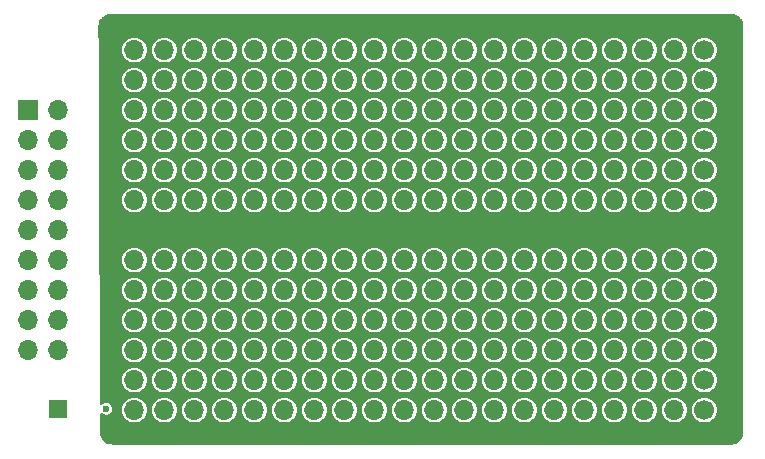
<source format=gbl>
G04 #@! TF.GenerationSoftware,KiCad,Pcbnew,8.0.8*
G04 #@! TF.CreationDate,2025-02-19T13:58:02-05:00*
G04 #@! TF.ProjectId,plot_gerbers,706c6f74-5f67-4657-9262-6572732e6b69,rev?*
G04 #@! TF.SameCoordinates,Original*
G04 #@! TF.FileFunction,Copper,L2,Bot*
G04 #@! TF.FilePolarity,Positive*
%FSLAX46Y46*%
G04 Gerber Fmt 4.6, Leading zero omitted, Abs format (unit mm)*
G04 Created by KiCad (PCBNEW 8.0.8) date 2025-02-19 13:58:02*
%MOMM*%
%LPD*%
G01*
G04 APERTURE LIST*
G04 #@! TA.AperFunction,ComponentPad*
%ADD10C,1.700000*%
G04 #@! TD*
G04 #@! TA.AperFunction,ComponentPad*
%ADD11O,1.700000X1.700000*%
G04 #@! TD*
G04 #@! TA.AperFunction,ComponentPad*
%ADD12R,1.700000X1.700000*%
G04 #@! TD*
G04 #@! TA.AperFunction,ComponentPad*
%ADD13R,1.500000X1.500000*%
G04 #@! TD*
G04 #@! TA.AperFunction,ViaPad*
%ADD14C,0.600000*%
G04 #@! TD*
G04 APERTURE END LIST*
D10*
X177500000Y-83090000D03*
X177500000Y-85630000D03*
X177500000Y-88170000D03*
X177500000Y-90710000D03*
X177500000Y-93250000D03*
X177500000Y-95790000D03*
D11*
X174960000Y-83090000D03*
X174960000Y-85630000D03*
X174960000Y-88170000D03*
X174960000Y-90710000D03*
X174960000Y-93250000D03*
X174960000Y-95790000D03*
X172420000Y-83090000D03*
X172420000Y-85630000D03*
X172420000Y-88170000D03*
X172420000Y-90710000D03*
X172420000Y-93250000D03*
X172420000Y-95790000D03*
X169880000Y-83090000D03*
X169880000Y-85630000D03*
X169880000Y-88170000D03*
X169880000Y-90710000D03*
X169880000Y-93250000D03*
X169880000Y-95790000D03*
X167340000Y-83090000D03*
X167340000Y-85630000D03*
X167340000Y-88170000D03*
X167340000Y-90710000D03*
X167340000Y-93250000D03*
X167340000Y-95790000D03*
X164800000Y-83090000D03*
X164800000Y-85630000D03*
X164800000Y-88170000D03*
X164800000Y-90710000D03*
X164800000Y-93250000D03*
X164800000Y-95790000D03*
X162260000Y-83090000D03*
X162260000Y-85630000D03*
X162260000Y-88170000D03*
X162260000Y-90710000D03*
X162260000Y-93250000D03*
X162260000Y-95790000D03*
X159720000Y-83090000D03*
X159720000Y-85630000D03*
X159720000Y-88170000D03*
X159720000Y-90710000D03*
X159720000Y-93250000D03*
X159720000Y-95790000D03*
X157180000Y-83090000D03*
X157180000Y-85630000D03*
X157180000Y-88170000D03*
X157180000Y-90710000D03*
X157180000Y-93250000D03*
X157180000Y-95790000D03*
X154640000Y-83090000D03*
X154640000Y-85630000D03*
X154640000Y-88170000D03*
X154640000Y-90710000D03*
X154640000Y-93250000D03*
X154640000Y-95790000D03*
X152100000Y-83090000D03*
X152100000Y-85630000D03*
X152100000Y-88170000D03*
X152100000Y-90710000D03*
X152100000Y-93250000D03*
X152100000Y-95790000D03*
X149560000Y-83090000D03*
X149560000Y-85630000D03*
X149560000Y-88170000D03*
X149560000Y-90710000D03*
X149560000Y-93250000D03*
X149560000Y-95790000D03*
X147020000Y-83090000D03*
X147020000Y-85630000D03*
X147020000Y-88170000D03*
X147020000Y-90710000D03*
X147020000Y-93250000D03*
X147020000Y-95790000D03*
X144480000Y-83090000D03*
X144480000Y-85630000D03*
X144480000Y-88170000D03*
X144480000Y-90710000D03*
X144480000Y-93250000D03*
X144480000Y-95790000D03*
X141940000Y-83090000D03*
X141940000Y-85630000D03*
X141940000Y-88170000D03*
X141940000Y-90710000D03*
X141940000Y-93250000D03*
X141940000Y-95790000D03*
X139400000Y-83090000D03*
X139400000Y-85630000D03*
X139400000Y-88170000D03*
X139400000Y-90710000D03*
X139400000Y-93250000D03*
X139400000Y-95790000D03*
X136860000Y-83090000D03*
X136860000Y-85630000D03*
X136860000Y-88170000D03*
X136860000Y-90710000D03*
X136860000Y-93250000D03*
X136860000Y-95790000D03*
X134320000Y-83090000D03*
X134320000Y-85630000D03*
X134320000Y-88170000D03*
X134320000Y-90710000D03*
X134320000Y-93250000D03*
X134320000Y-95790000D03*
X131780000Y-83090000D03*
X131780000Y-85630000D03*
X131780000Y-88170000D03*
X131780000Y-90710000D03*
X131780000Y-93250000D03*
X131780000Y-95790000D03*
X129240000Y-83090000D03*
X129240000Y-85630000D03*
X129240000Y-88170000D03*
X129240000Y-90710000D03*
X129240000Y-93250000D03*
X129240000Y-95790000D03*
D10*
X177500000Y-100870000D03*
X177500000Y-103410000D03*
X177500000Y-105950000D03*
X177500000Y-108490000D03*
X177500000Y-111030000D03*
X177500000Y-113570000D03*
D11*
X174960000Y-100870000D03*
X174960000Y-103410000D03*
X174960000Y-105950000D03*
X174960000Y-108490000D03*
X174960000Y-111030000D03*
X174960000Y-113570000D03*
X172420000Y-100870000D03*
X172420000Y-103410000D03*
X172420000Y-105950000D03*
X172420000Y-108490000D03*
X172420000Y-111030000D03*
X172420000Y-113570000D03*
X169880000Y-100870000D03*
X169880000Y-103410000D03*
X169880000Y-105950000D03*
X169880000Y-108490000D03*
X169880000Y-111030000D03*
X169880000Y-113570000D03*
X167340000Y-100870000D03*
X167340000Y-103410000D03*
X167340000Y-105950000D03*
X167340000Y-108490000D03*
X167340000Y-111030000D03*
X167340000Y-113570000D03*
X164800000Y-100870000D03*
X164800000Y-103410000D03*
X164800000Y-105950000D03*
X164800000Y-108490000D03*
X164800000Y-111030000D03*
X164800000Y-113570000D03*
X162260000Y-100870000D03*
X162260000Y-103410000D03*
X162260000Y-105950000D03*
X162260000Y-108490000D03*
X162260000Y-111030000D03*
X162260000Y-113570000D03*
X159720000Y-100870000D03*
X159720000Y-103410000D03*
X159720000Y-105950000D03*
X159720000Y-108490000D03*
X159720000Y-111030000D03*
X159720000Y-113570000D03*
X157180000Y-100870000D03*
X157180000Y-103410000D03*
X157180000Y-105950000D03*
X157180000Y-108490000D03*
X157180000Y-111030000D03*
X157180000Y-113570000D03*
X154640000Y-100870000D03*
X154640000Y-103410000D03*
X154640000Y-105950000D03*
X154640000Y-108490000D03*
X154640000Y-111030000D03*
X154640000Y-113570000D03*
X152100000Y-100870000D03*
X152100000Y-103410000D03*
X152100000Y-105950000D03*
X152100000Y-108490000D03*
X152100000Y-111030000D03*
X152100000Y-113570000D03*
X149560000Y-100870000D03*
X149560000Y-103410000D03*
X149560000Y-105950000D03*
X149560000Y-108490000D03*
X149560000Y-111030000D03*
X149560000Y-113570000D03*
X147020000Y-100870000D03*
X147020000Y-103410000D03*
X147020000Y-105950000D03*
X147020000Y-108490000D03*
X147020000Y-111030000D03*
X147020000Y-113570000D03*
X144480000Y-100870000D03*
X144480000Y-103410000D03*
X144480000Y-105950000D03*
X144480000Y-108490000D03*
X144480000Y-111030000D03*
X144480000Y-113570000D03*
X141940000Y-100870000D03*
X141940000Y-103410000D03*
X141940000Y-105950000D03*
X141940000Y-108490000D03*
X141940000Y-111030000D03*
X141940000Y-113570000D03*
X139400000Y-100870000D03*
X139400000Y-103410000D03*
X139400000Y-105950000D03*
X139400000Y-108490000D03*
X139400000Y-111030000D03*
X139400000Y-113570000D03*
X136860000Y-100870000D03*
X136860000Y-103410000D03*
X136860000Y-105950000D03*
X136860000Y-108490000D03*
X136860000Y-111030000D03*
X136860000Y-113570000D03*
X134320000Y-100870000D03*
X134320000Y-103410000D03*
X134320000Y-105950000D03*
X134320000Y-108490000D03*
X134320000Y-111030000D03*
X134320000Y-113570000D03*
X131780000Y-100870000D03*
X131780000Y-103410000D03*
X131780000Y-105950000D03*
X131780000Y-108490000D03*
X131780000Y-111030000D03*
X131780000Y-113570000D03*
X129240000Y-100870000D03*
X129240000Y-103410000D03*
X129240000Y-105950000D03*
X129240000Y-108490000D03*
X129240000Y-111030000D03*
X129240000Y-113570000D03*
D12*
X120250000Y-88180000D03*
D11*
X122790000Y-88180000D03*
X120250000Y-90720000D03*
X122790000Y-90720000D03*
X120250000Y-93260000D03*
X122790000Y-93260000D03*
X120250000Y-95800000D03*
X122790000Y-95800000D03*
X120250000Y-98340000D03*
X122790000Y-98340000D03*
X120250000Y-100880000D03*
X122790000Y-100880000D03*
X120250000Y-103420000D03*
X122790000Y-103420000D03*
X120250000Y-105960000D03*
X122790000Y-105960000D03*
X120250000Y-108500000D03*
X122790000Y-108500000D03*
D13*
X122750000Y-113510000D03*
D14*
X126870000Y-113470000D03*
G04 #@! TA.AperFunction,NonConductor*
G36*
X179806061Y-80040597D02*
G01*
X179814025Y-80041381D01*
X179982941Y-80058018D01*
X180006769Y-80062757D01*
X180171001Y-80112576D01*
X180193453Y-80121877D01*
X180194262Y-80122309D01*
X180344798Y-80202772D01*
X180365008Y-80216276D01*
X180487684Y-80316953D01*
X180497666Y-80325145D01*
X180514854Y-80342333D01*
X180623722Y-80474989D01*
X180637227Y-80495201D01*
X180718121Y-80646543D01*
X180727424Y-80669001D01*
X180777240Y-80833224D01*
X180781982Y-80857065D01*
X180799403Y-81033938D01*
X180800000Y-81046092D01*
X180800000Y-115483907D01*
X180799403Y-115496061D01*
X180781982Y-115672934D01*
X180777240Y-115696775D01*
X180727424Y-115860998D01*
X180718121Y-115883456D01*
X180637227Y-116034798D01*
X180623722Y-116055010D01*
X180514854Y-116187666D01*
X180497666Y-116204854D01*
X180365010Y-116313722D01*
X180344798Y-116327227D01*
X180193456Y-116408121D01*
X180170998Y-116417424D01*
X180006775Y-116467240D01*
X179982934Y-116471982D01*
X179806061Y-116489403D01*
X179793907Y-116490000D01*
X127344856Y-116490000D01*
X127332735Y-116489406D01*
X127318169Y-116487975D01*
X127156329Y-116472078D01*
X127132550Y-116467361D01*
X126968726Y-116417807D01*
X126946324Y-116408556D01*
X126795268Y-116328069D01*
X126775091Y-116314633D01*
X126642591Y-116206299D01*
X126625413Y-116189193D01*
X126516524Y-116057149D01*
X126503002Y-116037027D01*
X126501802Y-116034798D01*
X126421883Y-115886312D01*
X126412537Y-115863948D01*
X126362295Y-115700335D01*
X126357478Y-115676575D01*
X126339410Y-115500246D01*
X126338765Y-115488127D01*
X126332283Y-113945172D01*
X126351686Y-113878053D01*
X126404297Y-113832077D01*
X126473413Y-113821843D01*
X126531068Y-113847881D01*
X126531411Y-113847348D01*
X126535013Y-113849663D01*
X126537090Y-113850601D01*
X126537485Y-113850941D01*
X126538868Y-113852138D01*
X126538872Y-113852143D01*
X126659947Y-113929953D01*
X126659950Y-113929954D01*
X126659949Y-113929954D01*
X126798036Y-113970499D01*
X126798038Y-113970500D01*
X126798039Y-113970500D01*
X126941962Y-113970500D01*
X126941962Y-113970499D01*
X127080053Y-113929953D01*
X127201128Y-113852143D01*
X127295377Y-113743373D01*
X127355165Y-113612457D01*
X127361269Y-113570000D01*
X128184417Y-113570000D01*
X128204699Y-113775932D01*
X128226363Y-113847348D01*
X128264768Y-113973954D01*
X128362315Y-114156450D01*
X128362317Y-114156452D01*
X128493589Y-114316410D01*
X128590209Y-114395702D01*
X128653550Y-114447685D01*
X128836046Y-114545232D01*
X129034066Y-114605300D01*
X129034065Y-114605300D01*
X129052529Y-114607118D01*
X129240000Y-114625583D01*
X129445934Y-114605300D01*
X129643954Y-114545232D01*
X129826450Y-114447685D01*
X129986410Y-114316410D01*
X130117685Y-114156450D01*
X130215232Y-113973954D01*
X130275300Y-113775934D01*
X130295583Y-113570000D01*
X130724417Y-113570000D01*
X130744699Y-113775932D01*
X130766363Y-113847348D01*
X130804768Y-113973954D01*
X130902315Y-114156450D01*
X130902317Y-114156452D01*
X131033589Y-114316410D01*
X131130209Y-114395702D01*
X131193550Y-114447685D01*
X131376046Y-114545232D01*
X131574066Y-114605300D01*
X131574065Y-114605300D01*
X131592529Y-114607118D01*
X131780000Y-114625583D01*
X131985934Y-114605300D01*
X132183954Y-114545232D01*
X132366450Y-114447685D01*
X132526410Y-114316410D01*
X132657685Y-114156450D01*
X132755232Y-113973954D01*
X132815300Y-113775934D01*
X132835583Y-113570000D01*
X133264417Y-113570000D01*
X133284699Y-113775932D01*
X133306363Y-113847348D01*
X133344768Y-113973954D01*
X133442315Y-114156450D01*
X133442317Y-114156452D01*
X133573589Y-114316410D01*
X133670209Y-114395702D01*
X133733550Y-114447685D01*
X133916046Y-114545232D01*
X134114066Y-114605300D01*
X134114065Y-114605300D01*
X134132529Y-114607118D01*
X134320000Y-114625583D01*
X134525934Y-114605300D01*
X134723954Y-114545232D01*
X134906450Y-114447685D01*
X135066410Y-114316410D01*
X135197685Y-114156450D01*
X135295232Y-113973954D01*
X135355300Y-113775934D01*
X135375583Y-113570000D01*
X135804417Y-113570000D01*
X135824699Y-113775932D01*
X135846363Y-113847348D01*
X135884768Y-113973954D01*
X135982315Y-114156450D01*
X135982317Y-114156452D01*
X136113589Y-114316410D01*
X136210209Y-114395702D01*
X136273550Y-114447685D01*
X136456046Y-114545232D01*
X136654066Y-114605300D01*
X136654065Y-114605300D01*
X136672529Y-114607118D01*
X136860000Y-114625583D01*
X137065934Y-114605300D01*
X137263954Y-114545232D01*
X137446450Y-114447685D01*
X137606410Y-114316410D01*
X137737685Y-114156450D01*
X137835232Y-113973954D01*
X137895300Y-113775934D01*
X137915583Y-113570000D01*
X138344417Y-113570000D01*
X138364699Y-113775932D01*
X138386363Y-113847348D01*
X138424768Y-113973954D01*
X138522315Y-114156450D01*
X138522317Y-114156452D01*
X138653589Y-114316410D01*
X138750209Y-114395702D01*
X138813550Y-114447685D01*
X138996046Y-114545232D01*
X139194066Y-114605300D01*
X139194065Y-114605300D01*
X139212529Y-114607118D01*
X139400000Y-114625583D01*
X139605934Y-114605300D01*
X139803954Y-114545232D01*
X139986450Y-114447685D01*
X140146410Y-114316410D01*
X140277685Y-114156450D01*
X140375232Y-113973954D01*
X140435300Y-113775934D01*
X140455583Y-113570000D01*
X140884417Y-113570000D01*
X140904699Y-113775932D01*
X140926363Y-113847348D01*
X140964768Y-113973954D01*
X141062315Y-114156450D01*
X141062317Y-114156452D01*
X141193589Y-114316410D01*
X141290209Y-114395702D01*
X141353550Y-114447685D01*
X141536046Y-114545232D01*
X141734066Y-114605300D01*
X141734065Y-114605300D01*
X141752529Y-114607118D01*
X141940000Y-114625583D01*
X142145934Y-114605300D01*
X142343954Y-114545232D01*
X142526450Y-114447685D01*
X142686410Y-114316410D01*
X142817685Y-114156450D01*
X142915232Y-113973954D01*
X142975300Y-113775934D01*
X142995583Y-113570000D01*
X143424417Y-113570000D01*
X143444699Y-113775932D01*
X143466363Y-113847348D01*
X143504768Y-113973954D01*
X143602315Y-114156450D01*
X143602317Y-114156452D01*
X143733589Y-114316410D01*
X143830209Y-114395702D01*
X143893550Y-114447685D01*
X144076046Y-114545232D01*
X144274066Y-114605300D01*
X144274065Y-114605300D01*
X144292529Y-114607118D01*
X144480000Y-114625583D01*
X144685934Y-114605300D01*
X144883954Y-114545232D01*
X145066450Y-114447685D01*
X145226410Y-114316410D01*
X145357685Y-114156450D01*
X145455232Y-113973954D01*
X145515300Y-113775934D01*
X145535583Y-113570000D01*
X145964417Y-113570000D01*
X145984699Y-113775932D01*
X146006363Y-113847348D01*
X146044768Y-113973954D01*
X146142315Y-114156450D01*
X146142317Y-114156452D01*
X146273589Y-114316410D01*
X146370209Y-114395702D01*
X146433550Y-114447685D01*
X146616046Y-114545232D01*
X146814066Y-114605300D01*
X146814065Y-114605300D01*
X146832529Y-114607118D01*
X147020000Y-114625583D01*
X147225934Y-114605300D01*
X147423954Y-114545232D01*
X147606450Y-114447685D01*
X147766410Y-114316410D01*
X147897685Y-114156450D01*
X147995232Y-113973954D01*
X148055300Y-113775934D01*
X148075583Y-113570000D01*
X148504417Y-113570000D01*
X148524699Y-113775932D01*
X148546363Y-113847348D01*
X148584768Y-113973954D01*
X148682315Y-114156450D01*
X148682317Y-114156452D01*
X148813589Y-114316410D01*
X148910209Y-114395702D01*
X148973550Y-114447685D01*
X149156046Y-114545232D01*
X149354066Y-114605300D01*
X149354065Y-114605300D01*
X149372529Y-114607118D01*
X149560000Y-114625583D01*
X149765934Y-114605300D01*
X149963954Y-114545232D01*
X150146450Y-114447685D01*
X150306410Y-114316410D01*
X150437685Y-114156450D01*
X150535232Y-113973954D01*
X150595300Y-113775934D01*
X150615583Y-113570000D01*
X151044417Y-113570000D01*
X151064699Y-113775932D01*
X151086363Y-113847348D01*
X151124768Y-113973954D01*
X151222315Y-114156450D01*
X151222317Y-114156452D01*
X151353589Y-114316410D01*
X151450209Y-114395702D01*
X151513550Y-114447685D01*
X151696046Y-114545232D01*
X151894066Y-114605300D01*
X151894065Y-114605300D01*
X151912529Y-114607118D01*
X152100000Y-114625583D01*
X152305934Y-114605300D01*
X152503954Y-114545232D01*
X152686450Y-114447685D01*
X152846410Y-114316410D01*
X152977685Y-114156450D01*
X153075232Y-113973954D01*
X153135300Y-113775934D01*
X153155583Y-113570000D01*
X153584417Y-113570000D01*
X153604699Y-113775932D01*
X153626363Y-113847348D01*
X153664768Y-113973954D01*
X153762315Y-114156450D01*
X153762317Y-114156452D01*
X153893589Y-114316410D01*
X153990209Y-114395702D01*
X154053550Y-114447685D01*
X154236046Y-114545232D01*
X154434066Y-114605300D01*
X154434065Y-114605300D01*
X154452529Y-114607118D01*
X154640000Y-114625583D01*
X154845934Y-114605300D01*
X155043954Y-114545232D01*
X155226450Y-114447685D01*
X155386410Y-114316410D01*
X155517685Y-114156450D01*
X155615232Y-113973954D01*
X155675300Y-113775934D01*
X155695583Y-113570000D01*
X156124417Y-113570000D01*
X156144699Y-113775932D01*
X156166363Y-113847348D01*
X156204768Y-113973954D01*
X156302315Y-114156450D01*
X156302317Y-114156452D01*
X156433589Y-114316410D01*
X156530209Y-114395702D01*
X156593550Y-114447685D01*
X156776046Y-114545232D01*
X156974066Y-114605300D01*
X156974065Y-114605300D01*
X156992529Y-114607118D01*
X157180000Y-114625583D01*
X157385934Y-114605300D01*
X157583954Y-114545232D01*
X157766450Y-114447685D01*
X157926410Y-114316410D01*
X158057685Y-114156450D01*
X158155232Y-113973954D01*
X158215300Y-113775934D01*
X158235583Y-113570000D01*
X158664417Y-113570000D01*
X158684699Y-113775932D01*
X158706363Y-113847348D01*
X158744768Y-113973954D01*
X158842315Y-114156450D01*
X158842317Y-114156452D01*
X158973589Y-114316410D01*
X159070209Y-114395702D01*
X159133550Y-114447685D01*
X159316046Y-114545232D01*
X159514066Y-114605300D01*
X159514065Y-114605300D01*
X159532529Y-114607118D01*
X159720000Y-114625583D01*
X159925934Y-114605300D01*
X160123954Y-114545232D01*
X160306450Y-114447685D01*
X160466410Y-114316410D01*
X160597685Y-114156450D01*
X160695232Y-113973954D01*
X160755300Y-113775934D01*
X160775583Y-113570000D01*
X161204417Y-113570000D01*
X161224699Y-113775932D01*
X161246363Y-113847348D01*
X161284768Y-113973954D01*
X161382315Y-114156450D01*
X161382317Y-114156452D01*
X161513589Y-114316410D01*
X161610209Y-114395702D01*
X161673550Y-114447685D01*
X161856046Y-114545232D01*
X162054066Y-114605300D01*
X162054065Y-114605300D01*
X162072529Y-114607118D01*
X162260000Y-114625583D01*
X162465934Y-114605300D01*
X162663954Y-114545232D01*
X162846450Y-114447685D01*
X163006410Y-114316410D01*
X163137685Y-114156450D01*
X163235232Y-113973954D01*
X163295300Y-113775934D01*
X163315583Y-113570000D01*
X163744417Y-113570000D01*
X163764699Y-113775932D01*
X163786363Y-113847348D01*
X163824768Y-113973954D01*
X163922315Y-114156450D01*
X163922317Y-114156452D01*
X164053589Y-114316410D01*
X164150209Y-114395702D01*
X164213550Y-114447685D01*
X164396046Y-114545232D01*
X164594066Y-114605300D01*
X164594065Y-114605300D01*
X164612529Y-114607118D01*
X164800000Y-114625583D01*
X165005934Y-114605300D01*
X165203954Y-114545232D01*
X165386450Y-114447685D01*
X165546410Y-114316410D01*
X165677685Y-114156450D01*
X165775232Y-113973954D01*
X165835300Y-113775934D01*
X165855583Y-113570000D01*
X166284417Y-113570000D01*
X166304699Y-113775932D01*
X166326363Y-113847348D01*
X166364768Y-113973954D01*
X166462315Y-114156450D01*
X166462317Y-114156452D01*
X166593589Y-114316410D01*
X166690209Y-114395702D01*
X166753550Y-114447685D01*
X166936046Y-114545232D01*
X167134066Y-114605300D01*
X167134065Y-114605300D01*
X167152529Y-114607118D01*
X167340000Y-114625583D01*
X167545934Y-114605300D01*
X167743954Y-114545232D01*
X167926450Y-114447685D01*
X168086410Y-114316410D01*
X168217685Y-114156450D01*
X168315232Y-113973954D01*
X168375300Y-113775934D01*
X168395583Y-113570000D01*
X168824417Y-113570000D01*
X168844699Y-113775932D01*
X168866363Y-113847348D01*
X168904768Y-113973954D01*
X169002315Y-114156450D01*
X169002317Y-114156452D01*
X169133589Y-114316410D01*
X169230209Y-114395702D01*
X169293550Y-114447685D01*
X169476046Y-114545232D01*
X169674066Y-114605300D01*
X169674065Y-114605300D01*
X169692529Y-114607118D01*
X169880000Y-114625583D01*
X170085934Y-114605300D01*
X170283954Y-114545232D01*
X170466450Y-114447685D01*
X170626410Y-114316410D01*
X170757685Y-114156450D01*
X170855232Y-113973954D01*
X170915300Y-113775934D01*
X170935583Y-113570000D01*
X171364417Y-113570000D01*
X171384699Y-113775932D01*
X171406363Y-113847348D01*
X171444768Y-113973954D01*
X171542315Y-114156450D01*
X171542317Y-114156452D01*
X171673589Y-114316410D01*
X171770209Y-114395702D01*
X171833550Y-114447685D01*
X172016046Y-114545232D01*
X172214066Y-114605300D01*
X172214065Y-114605300D01*
X172232529Y-114607118D01*
X172420000Y-114625583D01*
X172625934Y-114605300D01*
X172823954Y-114545232D01*
X173006450Y-114447685D01*
X173166410Y-114316410D01*
X173297685Y-114156450D01*
X173395232Y-113973954D01*
X173455300Y-113775934D01*
X173475583Y-113570000D01*
X173904417Y-113570000D01*
X173924699Y-113775932D01*
X173946363Y-113847348D01*
X173984768Y-113973954D01*
X174082315Y-114156450D01*
X174082317Y-114156452D01*
X174213589Y-114316410D01*
X174310209Y-114395702D01*
X174373550Y-114447685D01*
X174556046Y-114545232D01*
X174754066Y-114605300D01*
X174754065Y-114605300D01*
X174772529Y-114607118D01*
X174960000Y-114625583D01*
X175165934Y-114605300D01*
X175363954Y-114545232D01*
X175546450Y-114447685D01*
X175706410Y-114316410D01*
X175837685Y-114156450D01*
X175935232Y-113973954D01*
X175995300Y-113775934D01*
X176015583Y-113570000D01*
X176444417Y-113570000D01*
X176464699Y-113775932D01*
X176486363Y-113847348D01*
X176524768Y-113973954D01*
X176622315Y-114156450D01*
X176622317Y-114156452D01*
X176753589Y-114316410D01*
X176850209Y-114395702D01*
X176913550Y-114447685D01*
X177096046Y-114545232D01*
X177294066Y-114605300D01*
X177294065Y-114605300D01*
X177312529Y-114607118D01*
X177500000Y-114625583D01*
X177705934Y-114605300D01*
X177903954Y-114545232D01*
X178086450Y-114447685D01*
X178246410Y-114316410D01*
X178377685Y-114156450D01*
X178475232Y-113973954D01*
X178535300Y-113775934D01*
X178555583Y-113570000D01*
X178535300Y-113364066D01*
X178475232Y-113166046D01*
X178377685Y-112983550D01*
X178325702Y-112920209D01*
X178246410Y-112823589D01*
X178086452Y-112692317D01*
X178086453Y-112692317D01*
X178086450Y-112692315D01*
X177903954Y-112594768D01*
X177705934Y-112534700D01*
X177705932Y-112534699D01*
X177705934Y-112534699D01*
X177500000Y-112514417D01*
X177294067Y-112534699D01*
X177096043Y-112594769D01*
X176985898Y-112653643D01*
X176913550Y-112692315D01*
X176913548Y-112692316D01*
X176913547Y-112692317D01*
X176753589Y-112823589D01*
X176622317Y-112983547D01*
X176524769Y-113166043D01*
X176464699Y-113364067D01*
X176444417Y-113570000D01*
X176015583Y-113570000D01*
X175995300Y-113364066D01*
X175935232Y-113166046D01*
X175837685Y-112983550D01*
X175785702Y-112920209D01*
X175706410Y-112823589D01*
X175546452Y-112692317D01*
X175546453Y-112692317D01*
X175546450Y-112692315D01*
X175363954Y-112594768D01*
X175165934Y-112534700D01*
X175165932Y-112534699D01*
X175165934Y-112534699D01*
X174960000Y-112514417D01*
X174754067Y-112534699D01*
X174556043Y-112594769D01*
X174445898Y-112653643D01*
X174373550Y-112692315D01*
X174373548Y-112692316D01*
X174373547Y-112692317D01*
X174213589Y-112823589D01*
X174082317Y-112983547D01*
X173984769Y-113166043D01*
X173924699Y-113364067D01*
X173904417Y-113570000D01*
X173475583Y-113570000D01*
X173455300Y-113364066D01*
X173395232Y-113166046D01*
X173297685Y-112983550D01*
X173245702Y-112920209D01*
X173166410Y-112823589D01*
X173006452Y-112692317D01*
X173006453Y-112692317D01*
X173006450Y-112692315D01*
X172823954Y-112594768D01*
X172625934Y-112534700D01*
X172625932Y-112534699D01*
X172625934Y-112534699D01*
X172420000Y-112514417D01*
X172214067Y-112534699D01*
X172016043Y-112594769D01*
X171905898Y-112653643D01*
X171833550Y-112692315D01*
X171833548Y-112692316D01*
X171833547Y-112692317D01*
X171673589Y-112823589D01*
X171542317Y-112983547D01*
X171444769Y-113166043D01*
X171384699Y-113364067D01*
X171364417Y-113570000D01*
X170935583Y-113570000D01*
X170915300Y-113364066D01*
X170855232Y-113166046D01*
X170757685Y-112983550D01*
X170705702Y-112920209D01*
X170626410Y-112823589D01*
X170466452Y-112692317D01*
X170466453Y-112692317D01*
X170466450Y-112692315D01*
X170283954Y-112594768D01*
X170085934Y-112534700D01*
X170085932Y-112534699D01*
X170085934Y-112534699D01*
X169880000Y-112514417D01*
X169674067Y-112534699D01*
X169476043Y-112594769D01*
X169365898Y-112653643D01*
X169293550Y-112692315D01*
X169293548Y-112692316D01*
X169293547Y-112692317D01*
X169133589Y-112823589D01*
X169002317Y-112983547D01*
X168904769Y-113166043D01*
X168844699Y-113364067D01*
X168824417Y-113570000D01*
X168395583Y-113570000D01*
X168375300Y-113364066D01*
X168315232Y-113166046D01*
X168217685Y-112983550D01*
X168165702Y-112920209D01*
X168086410Y-112823589D01*
X167926452Y-112692317D01*
X167926453Y-112692317D01*
X167926450Y-112692315D01*
X167743954Y-112594768D01*
X167545934Y-112534700D01*
X167545932Y-112534699D01*
X167545934Y-112534699D01*
X167340000Y-112514417D01*
X167134067Y-112534699D01*
X166936043Y-112594769D01*
X166825898Y-112653643D01*
X166753550Y-112692315D01*
X166753548Y-112692316D01*
X166753547Y-112692317D01*
X166593589Y-112823589D01*
X166462317Y-112983547D01*
X166364769Y-113166043D01*
X166304699Y-113364067D01*
X166284417Y-113570000D01*
X165855583Y-113570000D01*
X165835300Y-113364066D01*
X165775232Y-113166046D01*
X165677685Y-112983550D01*
X165625702Y-112920209D01*
X165546410Y-112823589D01*
X165386452Y-112692317D01*
X165386453Y-112692317D01*
X165386450Y-112692315D01*
X165203954Y-112594768D01*
X165005934Y-112534700D01*
X165005932Y-112534699D01*
X165005934Y-112534699D01*
X164800000Y-112514417D01*
X164594067Y-112534699D01*
X164396043Y-112594769D01*
X164285898Y-112653643D01*
X164213550Y-112692315D01*
X164213548Y-112692316D01*
X164213547Y-112692317D01*
X164053589Y-112823589D01*
X163922317Y-112983547D01*
X163824769Y-113166043D01*
X163764699Y-113364067D01*
X163744417Y-113570000D01*
X163315583Y-113570000D01*
X163295300Y-113364066D01*
X163235232Y-113166046D01*
X163137685Y-112983550D01*
X163085702Y-112920209D01*
X163006410Y-112823589D01*
X162846452Y-112692317D01*
X162846453Y-112692317D01*
X162846450Y-112692315D01*
X162663954Y-112594768D01*
X162465934Y-112534700D01*
X162465932Y-112534699D01*
X162465934Y-112534699D01*
X162260000Y-112514417D01*
X162054067Y-112534699D01*
X161856043Y-112594769D01*
X161745898Y-112653643D01*
X161673550Y-112692315D01*
X161673548Y-112692316D01*
X161673547Y-112692317D01*
X161513589Y-112823589D01*
X161382317Y-112983547D01*
X161284769Y-113166043D01*
X161224699Y-113364067D01*
X161204417Y-113570000D01*
X160775583Y-113570000D01*
X160755300Y-113364066D01*
X160695232Y-113166046D01*
X160597685Y-112983550D01*
X160545702Y-112920209D01*
X160466410Y-112823589D01*
X160306452Y-112692317D01*
X160306453Y-112692317D01*
X160306450Y-112692315D01*
X160123954Y-112594768D01*
X159925934Y-112534700D01*
X159925932Y-112534699D01*
X159925934Y-112534699D01*
X159720000Y-112514417D01*
X159514067Y-112534699D01*
X159316043Y-112594769D01*
X159205898Y-112653643D01*
X159133550Y-112692315D01*
X159133548Y-112692316D01*
X159133547Y-112692317D01*
X158973589Y-112823589D01*
X158842317Y-112983547D01*
X158744769Y-113166043D01*
X158684699Y-113364067D01*
X158664417Y-113570000D01*
X158235583Y-113570000D01*
X158215300Y-113364066D01*
X158155232Y-113166046D01*
X158057685Y-112983550D01*
X158005702Y-112920209D01*
X157926410Y-112823589D01*
X157766452Y-112692317D01*
X157766453Y-112692317D01*
X157766450Y-112692315D01*
X157583954Y-112594768D01*
X157385934Y-112534700D01*
X157385932Y-112534699D01*
X157385934Y-112534699D01*
X157180000Y-112514417D01*
X156974067Y-112534699D01*
X156776043Y-112594769D01*
X156665898Y-112653643D01*
X156593550Y-112692315D01*
X156593548Y-112692316D01*
X156593547Y-112692317D01*
X156433589Y-112823589D01*
X156302317Y-112983547D01*
X156204769Y-113166043D01*
X156144699Y-113364067D01*
X156124417Y-113570000D01*
X155695583Y-113570000D01*
X155675300Y-113364066D01*
X155615232Y-113166046D01*
X155517685Y-112983550D01*
X155465702Y-112920209D01*
X155386410Y-112823589D01*
X155226452Y-112692317D01*
X155226453Y-112692317D01*
X155226450Y-112692315D01*
X155043954Y-112594768D01*
X154845934Y-112534700D01*
X154845932Y-112534699D01*
X154845934Y-112534699D01*
X154640000Y-112514417D01*
X154434067Y-112534699D01*
X154236043Y-112594769D01*
X154125898Y-112653643D01*
X154053550Y-112692315D01*
X154053548Y-112692316D01*
X154053547Y-112692317D01*
X153893589Y-112823589D01*
X153762317Y-112983547D01*
X153664769Y-113166043D01*
X153604699Y-113364067D01*
X153584417Y-113570000D01*
X153155583Y-113570000D01*
X153135300Y-113364066D01*
X153075232Y-113166046D01*
X152977685Y-112983550D01*
X152925702Y-112920209D01*
X152846410Y-112823589D01*
X152686452Y-112692317D01*
X152686453Y-112692317D01*
X152686450Y-112692315D01*
X152503954Y-112594768D01*
X152305934Y-112534700D01*
X152305932Y-112534699D01*
X152305934Y-112534699D01*
X152100000Y-112514417D01*
X151894067Y-112534699D01*
X151696043Y-112594769D01*
X151585898Y-112653643D01*
X151513550Y-112692315D01*
X151513548Y-112692316D01*
X151513547Y-112692317D01*
X151353589Y-112823589D01*
X151222317Y-112983547D01*
X151124769Y-113166043D01*
X151064699Y-113364067D01*
X151044417Y-113570000D01*
X150615583Y-113570000D01*
X150595300Y-113364066D01*
X150535232Y-113166046D01*
X150437685Y-112983550D01*
X150385702Y-112920209D01*
X150306410Y-112823589D01*
X150146452Y-112692317D01*
X150146453Y-112692317D01*
X150146450Y-112692315D01*
X149963954Y-112594768D01*
X149765934Y-112534700D01*
X149765932Y-112534699D01*
X149765934Y-112534699D01*
X149560000Y-112514417D01*
X149354067Y-112534699D01*
X149156043Y-112594769D01*
X149045898Y-112653643D01*
X148973550Y-112692315D01*
X148973548Y-112692316D01*
X148973547Y-112692317D01*
X148813589Y-112823589D01*
X148682317Y-112983547D01*
X148584769Y-113166043D01*
X148524699Y-113364067D01*
X148504417Y-113570000D01*
X148075583Y-113570000D01*
X148055300Y-113364066D01*
X147995232Y-113166046D01*
X147897685Y-112983550D01*
X147845702Y-112920209D01*
X147766410Y-112823589D01*
X147606452Y-112692317D01*
X147606453Y-112692317D01*
X147606450Y-112692315D01*
X147423954Y-112594768D01*
X147225934Y-112534700D01*
X147225932Y-112534699D01*
X147225934Y-112534699D01*
X147020000Y-112514417D01*
X146814067Y-112534699D01*
X146616043Y-112594769D01*
X146505898Y-112653643D01*
X146433550Y-112692315D01*
X146433548Y-112692316D01*
X146433547Y-112692317D01*
X146273589Y-112823589D01*
X146142317Y-112983547D01*
X146044769Y-113166043D01*
X145984699Y-113364067D01*
X145964417Y-113570000D01*
X145535583Y-113570000D01*
X145515300Y-113364066D01*
X145455232Y-113166046D01*
X145357685Y-112983550D01*
X145305702Y-112920209D01*
X145226410Y-112823589D01*
X145066452Y-112692317D01*
X145066453Y-112692317D01*
X145066450Y-112692315D01*
X144883954Y-112594768D01*
X144685934Y-112534700D01*
X144685932Y-112534699D01*
X144685934Y-112534699D01*
X144480000Y-112514417D01*
X144274067Y-112534699D01*
X144076043Y-112594769D01*
X143965898Y-112653643D01*
X143893550Y-112692315D01*
X143893548Y-112692316D01*
X143893547Y-112692317D01*
X143733589Y-112823589D01*
X143602317Y-112983547D01*
X143504769Y-113166043D01*
X143444699Y-113364067D01*
X143424417Y-113570000D01*
X142995583Y-113570000D01*
X142975300Y-113364066D01*
X142915232Y-113166046D01*
X142817685Y-112983550D01*
X142765702Y-112920209D01*
X142686410Y-112823589D01*
X142526452Y-112692317D01*
X142526453Y-112692317D01*
X142526450Y-112692315D01*
X142343954Y-112594768D01*
X142145934Y-112534700D01*
X142145932Y-112534699D01*
X142145934Y-112534699D01*
X141940000Y-112514417D01*
X141734067Y-112534699D01*
X141536043Y-112594769D01*
X141425898Y-112653643D01*
X141353550Y-112692315D01*
X141353548Y-112692316D01*
X141353547Y-112692317D01*
X141193589Y-112823589D01*
X141062317Y-112983547D01*
X140964769Y-113166043D01*
X140904699Y-113364067D01*
X140884417Y-113570000D01*
X140455583Y-113570000D01*
X140435300Y-113364066D01*
X140375232Y-113166046D01*
X140277685Y-112983550D01*
X140225702Y-112920209D01*
X140146410Y-112823589D01*
X139986452Y-112692317D01*
X139986453Y-112692317D01*
X139986450Y-112692315D01*
X139803954Y-112594768D01*
X139605934Y-112534700D01*
X139605932Y-112534699D01*
X139605934Y-112534699D01*
X139400000Y-112514417D01*
X139194067Y-112534699D01*
X138996043Y-112594769D01*
X138885898Y-112653643D01*
X138813550Y-112692315D01*
X138813548Y-112692316D01*
X138813547Y-112692317D01*
X138653589Y-112823589D01*
X138522317Y-112983547D01*
X138424769Y-113166043D01*
X138364699Y-113364067D01*
X138344417Y-113570000D01*
X137915583Y-113570000D01*
X137895300Y-113364066D01*
X137835232Y-113166046D01*
X137737685Y-112983550D01*
X137685702Y-112920209D01*
X137606410Y-112823589D01*
X137446452Y-112692317D01*
X137446453Y-112692317D01*
X137446450Y-112692315D01*
X137263954Y-112594768D01*
X137065934Y-112534700D01*
X137065932Y-112534699D01*
X137065934Y-112534699D01*
X136860000Y-112514417D01*
X136654067Y-112534699D01*
X136456043Y-112594769D01*
X136345898Y-112653643D01*
X136273550Y-112692315D01*
X136273548Y-112692316D01*
X136273547Y-112692317D01*
X136113589Y-112823589D01*
X135982317Y-112983547D01*
X135884769Y-113166043D01*
X135824699Y-113364067D01*
X135804417Y-113570000D01*
X135375583Y-113570000D01*
X135355300Y-113364066D01*
X135295232Y-113166046D01*
X135197685Y-112983550D01*
X135145702Y-112920209D01*
X135066410Y-112823589D01*
X134906452Y-112692317D01*
X134906453Y-112692317D01*
X134906450Y-112692315D01*
X134723954Y-112594768D01*
X134525934Y-112534700D01*
X134525932Y-112534699D01*
X134525934Y-112534699D01*
X134320000Y-112514417D01*
X134114067Y-112534699D01*
X133916043Y-112594769D01*
X133805898Y-112653643D01*
X133733550Y-112692315D01*
X133733548Y-112692316D01*
X133733547Y-112692317D01*
X133573589Y-112823589D01*
X133442317Y-112983547D01*
X133344769Y-113166043D01*
X133284699Y-113364067D01*
X133264417Y-113570000D01*
X132835583Y-113570000D01*
X132815300Y-113364066D01*
X132755232Y-113166046D01*
X132657685Y-112983550D01*
X132605702Y-112920209D01*
X132526410Y-112823589D01*
X132366452Y-112692317D01*
X132366453Y-112692317D01*
X132366450Y-112692315D01*
X132183954Y-112594768D01*
X131985934Y-112534700D01*
X131985932Y-112534699D01*
X131985934Y-112534699D01*
X131780000Y-112514417D01*
X131574067Y-112534699D01*
X131376043Y-112594769D01*
X131265898Y-112653643D01*
X131193550Y-112692315D01*
X131193548Y-112692316D01*
X131193547Y-112692317D01*
X131033589Y-112823589D01*
X130902317Y-112983547D01*
X130804769Y-113166043D01*
X130744699Y-113364067D01*
X130724417Y-113570000D01*
X130295583Y-113570000D01*
X130275300Y-113364066D01*
X130215232Y-113166046D01*
X130117685Y-112983550D01*
X130065702Y-112920209D01*
X129986410Y-112823589D01*
X129826452Y-112692317D01*
X129826453Y-112692317D01*
X129826450Y-112692315D01*
X129643954Y-112594768D01*
X129445934Y-112534700D01*
X129445932Y-112534699D01*
X129445934Y-112534699D01*
X129240000Y-112514417D01*
X129034067Y-112534699D01*
X128836043Y-112594769D01*
X128725898Y-112653643D01*
X128653550Y-112692315D01*
X128653548Y-112692316D01*
X128653547Y-112692317D01*
X128493589Y-112823589D01*
X128362317Y-112983547D01*
X128264769Y-113166043D01*
X128204699Y-113364067D01*
X128184417Y-113570000D01*
X127361269Y-113570000D01*
X127375647Y-113470000D01*
X127355165Y-113327543D01*
X127295377Y-113196627D01*
X127201128Y-113087857D01*
X127080053Y-113010047D01*
X127080051Y-113010046D01*
X127080049Y-113010045D01*
X127080050Y-113010045D01*
X126941963Y-112969500D01*
X126941961Y-112969500D01*
X126798039Y-112969500D01*
X126798036Y-112969500D01*
X126659949Y-113010045D01*
X126538867Y-113087859D01*
X126533509Y-113092503D01*
X126469952Y-113121526D01*
X126400794Y-113111581D01*
X126347992Y-113065824D01*
X126328310Y-112999309D01*
X126327572Y-112823589D01*
X126320037Y-111030000D01*
X128184417Y-111030000D01*
X128204699Y-111235932D01*
X128204700Y-111235934D01*
X128264768Y-111433954D01*
X128362315Y-111616450D01*
X128362317Y-111616452D01*
X128493589Y-111776410D01*
X128590209Y-111855702D01*
X128653550Y-111907685D01*
X128836046Y-112005232D01*
X129034066Y-112065300D01*
X129034065Y-112065300D01*
X129052529Y-112067118D01*
X129240000Y-112085583D01*
X129445934Y-112065300D01*
X129643954Y-112005232D01*
X129826450Y-111907685D01*
X129986410Y-111776410D01*
X130117685Y-111616450D01*
X130215232Y-111433954D01*
X130275300Y-111235934D01*
X130295583Y-111030000D01*
X130724417Y-111030000D01*
X130744699Y-111235932D01*
X130744700Y-111235934D01*
X130804768Y-111433954D01*
X130902315Y-111616450D01*
X130902317Y-111616452D01*
X131033589Y-111776410D01*
X131130209Y-111855702D01*
X131193550Y-111907685D01*
X131376046Y-112005232D01*
X131574066Y-112065300D01*
X131574065Y-112065300D01*
X131592529Y-112067118D01*
X131780000Y-112085583D01*
X131985934Y-112065300D01*
X132183954Y-112005232D01*
X132366450Y-111907685D01*
X132526410Y-111776410D01*
X132657685Y-111616450D01*
X132755232Y-111433954D01*
X132815300Y-111235934D01*
X132835583Y-111030000D01*
X133264417Y-111030000D01*
X133284699Y-111235932D01*
X133284700Y-111235934D01*
X133344768Y-111433954D01*
X133442315Y-111616450D01*
X133442317Y-111616452D01*
X133573589Y-111776410D01*
X133670209Y-111855702D01*
X133733550Y-111907685D01*
X133916046Y-112005232D01*
X134114066Y-112065300D01*
X134114065Y-112065300D01*
X134132529Y-112067118D01*
X134320000Y-112085583D01*
X134525934Y-112065300D01*
X134723954Y-112005232D01*
X134906450Y-111907685D01*
X135066410Y-111776410D01*
X135197685Y-111616450D01*
X135295232Y-111433954D01*
X135355300Y-111235934D01*
X135375583Y-111030000D01*
X135804417Y-111030000D01*
X135824699Y-111235932D01*
X135824700Y-111235934D01*
X135884768Y-111433954D01*
X135982315Y-111616450D01*
X135982317Y-111616452D01*
X136113589Y-111776410D01*
X136210209Y-111855702D01*
X136273550Y-111907685D01*
X136456046Y-112005232D01*
X136654066Y-112065300D01*
X136654065Y-112065300D01*
X136672529Y-112067118D01*
X136860000Y-112085583D01*
X137065934Y-112065300D01*
X137263954Y-112005232D01*
X137446450Y-111907685D01*
X137606410Y-111776410D01*
X137737685Y-111616450D01*
X137835232Y-111433954D01*
X137895300Y-111235934D01*
X137915583Y-111030000D01*
X138344417Y-111030000D01*
X138364699Y-111235932D01*
X138364700Y-111235934D01*
X138424768Y-111433954D01*
X138522315Y-111616450D01*
X138522317Y-111616452D01*
X138653589Y-111776410D01*
X138750209Y-111855702D01*
X138813550Y-111907685D01*
X138996046Y-112005232D01*
X139194066Y-112065300D01*
X139194065Y-112065300D01*
X139212529Y-112067118D01*
X139400000Y-112085583D01*
X139605934Y-112065300D01*
X139803954Y-112005232D01*
X139986450Y-111907685D01*
X140146410Y-111776410D01*
X140277685Y-111616450D01*
X140375232Y-111433954D01*
X140435300Y-111235934D01*
X140455583Y-111030000D01*
X140884417Y-111030000D01*
X140904699Y-111235932D01*
X140904700Y-111235934D01*
X140964768Y-111433954D01*
X141062315Y-111616450D01*
X141062317Y-111616452D01*
X141193589Y-111776410D01*
X141290209Y-111855702D01*
X141353550Y-111907685D01*
X141536046Y-112005232D01*
X141734066Y-112065300D01*
X141734065Y-112065300D01*
X141752529Y-112067118D01*
X141940000Y-112085583D01*
X142145934Y-112065300D01*
X142343954Y-112005232D01*
X142526450Y-111907685D01*
X142686410Y-111776410D01*
X142817685Y-111616450D01*
X142915232Y-111433954D01*
X142975300Y-111235934D01*
X142995583Y-111030000D01*
X143424417Y-111030000D01*
X143444699Y-111235932D01*
X143444700Y-111235934D01*
X143504768Y-111433954D01*
X143602315Y-111616450D01*
X143602317Y-111616452D01*
X143733589Y-111776410D01*
X143830209Y-111855702D01*
X143893550Y-111907685D01*
X144076046Y-112005232D01*
X144274066Y-112065300D01*
X144274065Y-112065300D01*
X144292529Y-112067118D01*
X144480000Y-112085583D01*
X144685934Y-112065300D01*
X144883954Y-112005232D01*
X145066450Y-111907685D01*
X145226410Y-111776410D01*
X145357685Y-111616450D01*
X145455232Y-111433954D01*
X145515300Y-111235934D01*
X145535583Y-111030000D01*
X145964417Y-111030000D01*
X145984699Y-111235932D01*
X145984700Y-111235934D01*
X146044768Y-111433954D01*
X146142315Y-111616450D01*
X146142317Y-111616452D01*
X146273589Y-111776410D01*
X146370209Y-111855702D01*
X146433550Y-111907685D01*
X146616046Y-112005232D01*
X146814066Y-112065300D01*
X146814065Y-112065300D01*
X146832529Y-112067118D01*
X147020000Y-112085583D01*
X147225934Y-112065300D01*
X147423954Y-112005232D01*
X147606450Y-111907685D01*
X147766410Y-111776410D01*
X147897685Y-111616450D01*
X147995232Y-111433954D01*
X148055300Y-111235934D01*
X148075583Y-111030000D01*
X148504417Y-111030000D01*
X148524699Y-111235932D01*
X148524700Y-111235934D01*
X148584768Y-111433954D01*
X148682315Y-111616450D01*
X148682317Y-111616452D01*
X148813589Y-111776410D01*
X148910209Y-111855702D01*
X148973550Y-111907685D01*
X149156046Y-112005232D01*
X149354066Y-112065300D01*
X149354065Y-112065300D01*
X149372529Y-112067118D01*
X149560000Y-112085583D01*
X149765934Y-112065300D01*
X149963954Y-112005232D01*
X150146450Y-111907685D01*
X150306410Y-111776410D01*
X150437685Y-111616450D01*
X150535232Y-111433954D01*
X150595300Y-111235934D01*
X150615583Y-111030000D01*
X151044417Y-111030000D01*
X151064699Y-111235932D01*
X151064700Y-111235934D01*
X151124768Y-111433954D01*
X151222315Y-111616450D01*
X151222317Y-111616452D01*
X151353589Y-111776410D01*
X151450209Y-111855702D01*
X151513550Y-111907685D01*
X151696046Y-112005232D01*
X151894066Y-112065300D01*
X151894065Y-112065300D01*
X151912529Y-112067118D01*
X152100000Y-112085583D01*
X152305934Y-112065300D01*
X152503954Y-112005232D01*
X152686450Y-111907685D01*
X152846410Y-111776410D01*
X152977685Y-111616450D01*
X153075232Y-111433954D01*
X153135300Y-111235934D01*
X153155583Y-111030000D01*
X153584417Y-111030000D01*
X153604699Y-111235932D01*
X153604700Y-111235934D01*
X153664768Y-111433954D01*
X153762315Y-111616450D01*
X153762317Y-111616452D01*
X153893589Y-111776410D01*
X153990209Y-111855702D01*
X154053550Y-111907685D01*
X154236046Y-112005232D01*
X154434066Y-112065300D01*
X154434065Y-112065300D01*
X154452529Y-112067118D01*
X154640000Y-112085583D01*
X154845934Y-112065300D01*
X155043954Y-112005232D01*
X155226450Y-111907685D01*
X155386410Y-111776410D01*
X155517685Y-111616450D01*
X155615232Y-111433954D01*
X155675300Y-111235934D01*
X155695583Y-111030000D01*
X156124417Y-111030000D01*
X156144699Y-111235932D01*
X156144700Y-111235934D01*
X156204768Y-111433954D01*
X156302315Y-111616450D01*
X156302317Y-111616452D01*
X156433589Y-111776410D01*
X156530209Y-111855702D01*
X156593550Y-111907685D01*
X156776046Y-112005232D01*
X156974066Y-112065300D01*
X156974065Y-112065300D01*
X156992529Y-112067118D01*
X157180000Y-112085583D01*
X157385934Y-112065300D01*
X157583954Y-112005232D01*
X157766450Y-111907685D01*
X157926410Y-111776410D01*
X158057685Y-111616450D01*
X158155232Y-111433954D01*
X158215300Y-111235934D01*
X158235583Y-111030000D01*
X158664417Y-111030000D01*
X158684699Y-111235932D01*
X158684700Y-111235934D01*
X158744768Y-111433954D01*
X158842315Y-111616450D01*
X158842317Y-111616452D01*
X158973589Y-111776410D01*
X159070209Y-111855702D01*
X159133550Y-111907685D01*
X159316046Y-112005232D01*
X159514066Y-112065300D01*
X159514065Y-112065300D01*
X159532529Y-112067118D01*
X159720000Y-112085583D01*
X159925934Y-112065300D01*
X160123954Y-112005232D01*
X160306450Y-111907685D01*
X160466410Y-111776410D01*
X160597685Y-111616450D01*
X160695232Y-111433954D01*
X160755300Y-111235934D01*
X160775583Y-111030000D01*
X161204417Y-111030000D01*
X161224699Y-111235932D01*
X161224700Y-111235934D01*
X161284768Y-111433954D01*
X161382315Y-111616450D01*
X161382317Y-111616452D01*
X161513589Y-111776410D01*
X161610209Y-111855702D01*
X161673550Y-111907685D01*
X161856046Y-112005232D01*
X162054066Y-112065300D01*
X162054065Y-112065300D01*
X162072529Y-112067118D01*
X162260000Y-112085583D01*
X162465934Y-112065300D01*
X162663954Y-112005232D01*
X162846450Y-111907685D01*
X163006410Y-111776410D01*
X163137685Y-111616450D01*
X163235232Y-111433954D01*
X163295300Y-111235934D01*
X163315583Y-111030000D01*
X163744417Y-111030000D01*
X163764699Y-111235932D01*
X163764700Y-111235934D01*
X163824768Y-111433954D01*
X163922315Y-111616450D01*
X163922317Y-111616452D01*
X164053589Y-111776410D01*
X164150209Y-111855702D01*
X164213550Y-111907685D01*
X164396046Y-112005232D01*
X164594066Y-112065300D01*
X164594065Y-112065300D01*
X164612529Y-112067118D01*
X164800000Y-112085583D01*
X165005934Y-112065300D01*
X165203954Y-112005232D01*
X165386450Y-111907685D01*
X165546410Y-111776410D01*
X165677685Y-111616450D01*
X165775232Y-111433954D01*
X165835300Y-111235934D01*
X165855583Y-111030000D01*
X166284417Y-111030000D01*
X166304699Y-111235932D01*
X166304700Y-111235934D01*
X166364768Y-111433954D01*
X166462315Y-111616450D01*
X166462317Y-111616452D01*
X166593589Y-111776410D01*
X166690209Y-111855702D01*
X166753550Y-111907685D01*
X166936046Y-112005232D01*
X167134066Y-112065300D01*
X167134065Y-112065300D01*
X167152529Y-112067118D01*
X167340000Y-112085583D01*
X167545934Y-112065300D01*
X167743954Y-112005232D01*
X167926450Y-111907685D01*
X168086410Y-111776410D01*
X168217685Y-111616450D01*
X168315232Y-111433954D01*
X168375300Y-111235934D01*
X168395583Y-111030000D01*
X168824417Y-111030000D01*
X168844699Y-111235932D01*
X168844700Y-111235934D01*
X168904768Y-111433954D01*
X169002315Y-111616450D01*
X169002317Y-111616452D01*
X169133589Y-111776410D01*
X169230209Y-111855702D01*
X169293550Y-111907685D01*
X169476046Y-112005232D01*
X169674066Y-112065300D01*
X169674065Y-112065300D01*
X169692529Y-112067118D01*
X169880000Y-112085583D01*
X170085934Y-112065300D01*
X170283954Y-112005232D01*
X170466450Y-111907685D01*
X170626410Y-111776410D01*
X170757685Y-111616450D01*
X170855232Y-111433954D01*
X170915300Y-111235934D01*
X170935583Y-111030000D01*
X171364417Y-111030000D01*
X171384699Y-111235932D01*
X171384700Y-111235934D01*
X171444768Y-111433954D01*
X171542315Y-111616450D01*
X171542317Y-111616452D01*
X171673589Y-111776410D01*
X171770209Y-111855702D01*
X171833550Y-111907685D01*
X172016046Y-112005232D01*
X172214066Y-112065300D01*
X172214065Y-112065300D01*
X172232529Y-112067118D01*
X172420000Y-112085583D01*
X172625934Y-112065300D01*
X172823954Y-112005232D01*
X173006450Y-111907685D01*
X173166410Y-111776410D01*
X173297685Y-111616450D01*
X173395232Y-111433954D01*
X173455300Y-111235934D01*
X173475583Y-111030000D01*
X173904417Y-111030000D01*
X173924699Y-111235932D01*
X173924700Y-111235934D01*
X173984768Y-111433954D01*
X174082315Y-111616450D01*
X174082317Y-111616452D01*
X174213589Y-111776410D01*
X174310209Y-111855702D01*
X174373550Y-111907685D01*
X174556046Y-112005232D01*
X174754066Y-112065300D01*
X174754065Y-112065300D01*
X174772529Y-112067118D01*
X174960000Y-112085583D01*
X175165934Y-112065300D01*
X175363954Y-112005232D01*
X175546450Y-111907685D01*
X175706410Y-111776410D01*
X175837685Y-111616450D01*
X175935232Y-111433954D01*
X175995300Y-111235934D01*
X176015583Y-111030000D01*
X176444417Y-111030000D01*
X176464699Y-111235932D01*
X176464700Y-111235934D01*
X176524768Y-111433954D01*
X176622315Y-111616450D01*
X176622317Y-111616452D01*
X176753589Y-111776410D01*
X176850209Y-111855702D01*
X176913550Y-111907685D01*
X177096046Y-112005232D01*
X177294066Y-112065300D01*
X177294065Y-112065300D01*
X177312529Y-112067118D01*
X177500000Y-112085583D01*
X177705934Y-112065300D01*
X177903954Y-112005232D01*
X178086450Y-111907685D01*
X178246410Y-111776410D01*
X178377685Y-111616450D01*
X178475232Y-111433954D01*
X178535300Y-111235934D01*
X178555583Y-111030000D01*
X178535300Y-110824066D01*
X178475232Y-110626046D01*
X178377685Y-110443550D01*
X178325702Y-110380209D01*
X178246410Y-110283589D01*
X178086452Y-110152317D01*
X178086453Y-110152317D01*
X178086450Y-110152315D01*
X177903954Y-110054768D01*
X177705934Y-109994700D01*
X177705932Y-109994699D01*
X177705934Y-109994699D01*
X177500000Y-109974417D01*
X177294067Y-109994699D01*
X177096043Y-110054769D01*
X176985898Y-110113643D01*
X176913550Y-110152315D01*
X176913548Y-110152316D01*
X176913547Y-110152317D01*
X176753589Y-110283589D01*
X176622317Y-110443547D01*
X176524769Y-110626043D01*
X176464699Y-110824067D01*
X176444417Y-111030000D01*
X176015583Y-111030000D01*
X175995300Y-110824066D01*
X175935232Y-110626046D01*
X175837685Y-110443550D01*
X175785702Y-110380209D01*
X175706410Y-110283589D01*
X175546452Y-110152317D01*
X175546453Y-110152317D01*
X175546450Y-110152315D01*
X175363954Y-110054768D01*
X175165934Y-109994700D01*
X175165932Y-109994699D01*
X175165934Y-109994699D01*
X174960000Y-109974417D01*
X174754067Y-109994699D01*
X174556043Y-110054769D01*
X174445898Y-110113643D01*
X174373550Y-110152315D01*
X174373548Y-110152316D01*
X174373547Y-110152317D01*
X174213589Y-110283589D01*
X174082317Y-110443547D01*
X173984769Y-110626043D01*
X173924699Y-110824067D01*
X173904417Y-111030000D01*
X173475583Y-111030000D01*
X173455300Y-110824066D01*
X173395232Y-110626046D01*
X173297685Y-110443550D01*
X173245702Y-110380209D01*
X173166410Y-110283589D01*
X173006452Y-110152317D01*
X173006453Y-110152317D01*
X173006450Y-110152315D01*
X172823954Y-110054768D01*
X172625934Y-109994700D01*
X172625932Y-109994699D01*
X172625934Y-109994699D01*
X172420000Y-109974417D01*
X172214067Y-109994699D01*
X172016043Y-110054769D01*
X171905898Y-110113643D01*
X171833550Y-110152315D01*
X171833548Y-110152316D01*
X171833547Y-110152317D01*
X171673589Y-110283589D01*
X171542317Y-110443547D01*
X171444769Y-110626043D01*
X171384699Y-110824067D01*
X171364417Y-111030000D01*
X170935583Y-111030000D01*
X170915300Y-110824066D01*
X170855232Y-110626046D01*
X170757685Y-110443550D01*
X170705702Y-110380209D01*
X170626410Y-110283589D01*
X170466452Y-110152317D01*
X170466453Y-110152317D01*
X170466450Y-110152315D01*
X170283954Y-110054768D01*
X170085934Y-109994700D01*
X170085932Y-109994699D01*
X170085934Y-109994699D01*
X169880000Y-109974417D01*
X169674067Y-109994699D01*
X169476043Y-110054769D01*
X169365898Y-110113643D01*
X169293550Y-110152315D01*
X169293548Y-110152316D01*
X169293547Y-110152317D01*
X169133589Y-110283589D01*
X169002317Y-110443547D01*
X168904769Y-110626043D01*
X168844699Y-110824067D01*
X168824417Y-111030000D01*
X168395583Y-111030000D01*
X168375300Y-110824066D01*
X168315232Y-110626046D01*
X168217685Y-110443550D01*
X168165702Y-110380209D01*
X168086410Y-110283589D01*
X167926452Y-110152317D01*
X167926453Y-110152317D01*
X167926450Y-110152315D01*
X167743954Y-110054768D01*
X167545934Y-109994700D01*
X167545932Y-109994699D01*
X167545934Y-109994699D01*
X167340000Y-109974417D01*
X167134067Y-109994699D01*
X166936043Y-110054769D01*
X166825898Y-110113643D01*
X166753550Y-110152315D01*
X166753548Y-110152316D01*
X166753547Y-110152317D01*
X166593589Y-110283589D01*
X166462317Y-110443547D01*
X166364769Y-110626043D01*
X166304699Y-110824067D01*
X166284417Y-111030000D01*
X165855583Y-111030000D01*
X165835300Y-110824066D01*
X165775232Y-110626046D01*
X165677685Y-110443550D01*
X165625702Y-110380209D01*
X165546410Y-110283589D01*
X165386452Y-110152317D01*
X165386453Y-110152317D01*
X165386450Y-110152315D01*
X165203954Y-110054768D01*
X165005934Y-109994700D01*
X165005932Y-109994699D01*
X165005934Y-109994699D01*
X164800000Y-109974417D01*
X164594067Y-109994699D01*
X164396043Y-110054769D01*
X164285898Y-110113643D01*
X164213550Y-110152315D01*
X164213548Y-110152316D01*
X164213547Y-110152317D01*
X164053589Y-110283589D01*
X163922317Y-110443547D01*
X163824769Y-110626043D01*
X163764699Y-110824067D01*
X163744417Y-111030000D01*
X163315583Y-111030000D01*
X163295300Y-110824066D01*
X163235232Y-110626046D01*
X163137685Y-110443550D01*
X163085702Y-110380209D01*
X163006410Y-110283589D01*
X162846452Y-110152317D01*
X162846453Y-110152317D01*
X162846450Y-110152315D01*
X162663954Y-110054768D01*
X162465934Y-109994700D01*
X162465932Y-109994699D01*
X162465934Y-109994699D01*
X162260000Y-109974417D01*
X162054067Y-109994699D01*
X161856043Y-110054769D01*
X161745898Y-110113643D01*
X161673550Y-110152315D01*
X161673548Y-110152316D01*
X161673547Y-110152317D01*
X161513589Y-110283589D01*
X161382317Y-110443547D01*
X161284769Y-110626043D01*
X161224699Y-110824067D01*
X161204417Y-111030000D01*
X160775583Y-111030000D01*
X160755300Y-110824066D01*
X160695232Y-110626046D01*
X160597685Y-110443550D01*
X160545702Y-110380209D01*
X160466410Y-110283589D01*
X160306452Y-110152317D01*
X160306453Y-110152317D01*
X160306450Y-110152315D01*
X160123954Y-110054768D01*
X159925934Y-109994700D01*
X159925932Y-109994699D01*
X159925934Y-109994699D01*
X159720000Y-109974417D01*
X159514067Y-109994699D01*
X159316043Y-110054769D01*
X159205898Y-110113643D01*
X159133550Y-110152315D01*
X159133548Y-110152316D01*
X159133547Y-110152317D01*
X158973589Y-110283589D01*
X158842317Y-110443547D01*
X158744769Y-110626043D01*
X158684699Y-110824067D01*
X158664417Y-111030000D01*
X158235583Y-111030000D01*
X158215300Y-110824066D01*
X158155232Y-110626046D01*
X158057685Y-110443550D01*
X158005702Y-110380209D01*
X157926410Y-110283589D01*
X157766452Y-110152317D01*
X157766453Y-110152317D01*
X157766450Y-110152315D01*
X157583954Y-110054768D01*
X157385934Y-109994700D01*
X157385932Y-109994699D01*
X157385934Y-109994699D01*
X157180000Y-109974417D01*
X156974067Y-109994699D01*
X156776043Y-110054769D01*
X156665898Y-110113643D01*
X156593550Y-110152315D01*
X156593548Y-110152316D01*
X156593547Y-110152317D01*
X156433589Y-110283589D01*
X156302317Y-110443547D01*
X156204769Y-110626043D01*
X156144699Y-110824067D01*
X156124417Y-111030000D01*
X155695583Y-111030000D01*
X155675300Y-110824066D01*
X155615232Y-110626046D01*
X155517685Y-110443550D01*
X155465702Y-110380209D01*
X155386410Y-110283589D01*
X155226452Y-110152317D01*
X155226453Y-110152317D01*
X155226450Y-110152315D01*
X155043954Y-110054768D01*
X154845934Y-109994700D01*
X154845932Y-109994699D01*
X154845934Y-109994699D01*
X154640000Y-109974417D01*
X154434067Y-109994699D01*
X154236043Y-110054769D01*
X154125898Y-110113643D01*
X154053550Y-110152315D01*
X154053548Y-110152316D01*
X154053547Y-110152317D01*
X153893589Y-110283589D01*
X153762317Y-110443547D01*
X153664769Y-110626043D01*
X153604699Y-110824067D01*
X153584417Y-111030000D01*
X153155583Y-111030000D01*
X153135300Y-110824066D01*
X153075232Y-110626046D01*
X152977685Y-110443550D01*
X152925702Y-110380209D01*
X152846410Y-110283589D01*
X152686452Y-110152317D01*
X152686453Y-110152317D01*
X152686450Y-110152315D01*
X152503954Y-110054768D01*
X152305934Y-109994700D01*
X152305932Y-109994699D01*
X152305934Y-109994699D01*
X152100000Y-109974417D01*
X151894067Y-109994699D01*
X151696043Y-110054769D01*
X151585898Y-110113643D01*
X151513550Y-110152315D01*
X151513548Y-110152316D01*
X151513547Y-110152317D01*
X151353589Y-110283589D01*
X151222317Y-110443547D01*
X151124769Y-110626043D01*
X151064699Y-110824067D01*
X151044417Y-111030000D01*
X150615583Y-111030000D01*
X150595300Y-110824066D01*
X150535232Y-110626046D01*
X150437685Y-110443550D01*
X150385702Y-110380209D01*
X150306410Y-110283589D01*
X150146452Y-110152317D01*
X150146453Y-110152317D01*
X150146450Y-110152315D01*
X149963954Y-110054768D01*
X149765934Y-109994700D01*
X149765932Y-109994699D01*
X149765934Y-109994699D01*
X149560000Y-109974417D01*
X149354067Y-109994699D01*
X149156043Y-110054769D01*
X149045898Y-110113643D01*
X148973550Y-110152315D01*
X148973548Y-110152316D01*
X148973547Y-110152317D01*
X148813589Y-110283589D01*
X148682317Y-110443547D01*
X148584769Y-110626043D01*
X148524699Y-110824067D01*
X148504417Y-111030000D01*
X148075583Y-111030000D01*
X148055300Y-110824066D01*
X147995232Y-110626046D01*
X147897685Y-110443550D01*
X147845702Y-110380209D01*
X147766410Y-110283589D01*
X147606452Y-110152317D01*
X147606453Y-110152317D01*
X147606450Y-110152315D01*
X147423954Y-110054768D01*
X147225934Y-109994700D01*
X147225932Y-109994699D01*
X147225934Y-109994699D01*
X147020000Y-109974417D01*
X146814067Y-109994699D01*
X146616043Y-110054769D01*
X146505898Y-110113643D01*
X146433550Y-110152315D01*
X146433548Y-110152316D01*
X146433547Y-110152317D01*
X146273589Y-110283589D01*
X146142317Y-110443547D01*
X146044769Y-110626043D01*
X145984699Y-110824067D01*
X145964417Y-111030000D01*
X145535583Y-111030000D01*
X145515300Y-110824066D01*
X145455232Y-110626046D01*
X145357685Y-110443550D01*
X145305702Y-110380209D01*
X145226410Y-110283589D01*
X145066452Y-110152317D01*
X145066453Y-110152317D01*
X145066450Y-110152315D01*
X144883954Y-110054768D01*
X144685934Y-109994700D01*
X144685932Y-109994699D01*
X144685934Y-109994699D01*
X144480000Y-109974417D01*
X144274067Y-109994699D01*
X144076043Y-110054769D01*
X143965898Y-110113643D01*
X143893550Y-110152315D01*
X143893548Y-110152316D01*
X143893547Y-110152317D01*
X143733589Y-110283589D01*
X143602317Y-110443547D01*
X143504769Y-110626043D01*
X143444699Y-110824067D01*
X143424417Y-111030000D01*
X142995583Y-111030000D01*
X142975300Y-110824066D01*
X142915232Y-110626046D01*
X142817685Y-110443550D01*
X142765702Y-110380209D01*
X142686410Y-110283589D01*
X142526452Y-110152317D01*
X142526453Y-110152317D01*
X142526450Y-110152315D01*
X142343954Y-110054768D01*
X142145934Y-109994700D01*
X142145932Y-109994699D01*
X142145934Y-109994699D01*
X141940000Y-109974417D01*
X141734067Y-109994699D01*
X141536043Y-110054769D01*
X141425898Y-110113643D01*
X141353550Y-110152315D01*
X141353548Y-110152316D01*
X141353547Y-110152317D01*
X141193589Y-110283589D01*
X141062317Y-110443547D01*
X140964769Y-110626043D01*
X140904699Y-110824067D01*
X140884417Y-111030000D01*
X140455583Y-111030000D01*
X140435300Y-110824066D01*
X140375232Y-110626046D01*
X140277685Y-110443550D01*
X140225702Y-110380209D01*
X140146410Y-110283589D01*
X139986452Y-110152317D01*
X139986453Y-110152317D01*
X139986450Y-110152315D01*
X139803954Y-110054768D01*
X139605934Y-109994700D01*
X139605932Y-109994699D01*
X139605934Y-109994699D01*
X139400000Y-109974417D01*
X139194067Y-109994699D01*
X138996043Y-110054769D01*
X138885898Y-110113643D01*
X138813550Y-110152315D01*
X138813548Y-110152316D01*
X138813547Y-110152317D01*
X138653589Y-110283589D01*
X138522317Y-110443547D01*
X138424769Y-110626043D01*
X138364699Y-110824067D01*
X138344417Y-111030000D01*
X137915583Y-111030000D01*
X137895300Y-110824066D01*
X137835232Y-110626046D01*
X137737685Y-110443550D01*
X137685702Y-110380209D01*
X137606410Y-110283589D01*
X137446452Y-110152317D01*
X137446453Y-110152317D01*
X137446450Y-110152315D01*
X137263954Y-110054768D01*
X137065934Y-109994700D01*
X137065932Y-109994699D01*
X137065934Y-109994699D01*
X136860000Y-109974417D01*
X136654067Y-109994699D01*
X136456043Y-110054769D01*
X136345898Y-110113643D01*
X136273550Y-110152315D01*
X136273548Y-110152316D01*
X136273547Y-110152317D01*
X136113589Y-110283589D01*
X135982317Y-110443547D01*
X135884769Y-110626043D01*
X135824699Y-110824067D01*
X135804417Y-111030000D01*
X135375583Y-111030000D01*
X135355300Y-110824066D01*
X135295232Y-110626046D01*
X135197685Y-110443550D01*
X135145702Y-110380209D01*
X135066410Y-110283589D01*
X134906452Y-110152317D01*
X134906453Y-110152317D01*
X134906450Y-110152315D01*
X134723954Y-110054768D01*
X134525934Y-109994700D01*
X134525932Y-109994699D01*
X134525934Y-109994699D01*
X134320000Y-109974417D01*
X134114067Y-109994699D01*
X133916043Y-110054769D01*
X133805898Y-110113643D01*
X133733550Y-110152315D01*
X133733548Y-110152316D01*
X133733547Y-110152317D01*
X133573589Y-110283589D01*
X133442317Y-110443547D01*
X133344769Y-110626043D01*
X133284699Y-110824067D01*
X133264417Y-111030000D01*
X132835583Y-111030000D01*
X132815300Y-110824066D01*
X132755232Y-110626046D01*
X132657685Y-110443550D01*
X132605702Y-110380209D01*
X132526410Y-110283589D01*
X132366452Y-110152317D01*
X132366453Y-110152317D01*
X132366450Y-110152315D01*
X132183954Y-110054768D01*
X131985934Y-109994700D01*
X131985932Y-109994699D01*
X131985934Y-109994699D01*
X131780000Y-109974417D01*
X131574067Y-109994699D01*
X131376043Y-110054769D01*
X131265898Y-110113643D01*
X131193550Y-110152315D01*
X131193548Y-110152316D01*
X131193547Y-110152317D01*
X131033589Y-110283589D01*
X130902317Y-110443547D01*
X130804769Y-110626043D01*
X130744699Y-110824067D01*
X130724417Y-111030000D01*
X130295583Y-111030000D01*
X130275300Y-110824066D01*
X130215232Y-110626046D01*
X130117685Y-110443550D01*
X130065702Y-110380209D01*
X129986410Y-110283589D01*
X129826452Y-110152317D01*
X129826453Y-110152317D01*
X129826450Y-110152315D01*
X129643954Y-110054768D01*
X129445934Y-109994700D01*
X129445932Y-109994699D01*
X129445934Y-109994699D01*
X129240000Y-109974417D01*
X129034067Y-109994699D01*
X128836043Y-110054769D01*
X128725898Y-110113643D01*
X128653550Y-110152315D01*
X128653548Y-110152316D01*
X128653547Y-110152317D01*
X128493589Y-110283589D01*
X128362317Y-110443547D01*
X128264769Y-110626043D01*
X128204699Y-110824067D01*
X128184417Y-111030000D01*
X126320037Y-111030000D01*
X126309367Y-108490000D01*
X128184417Y-108490000D01*
X128204699Y-108695932D01*
X128204700Y-108695934D01*
X128264768Y-108893954D01*
X128362315Y-109076450D01*
X128362317Y-109076452D01*
X128493589Y-109236410D01*
X128590209Y-109315702D01*
X128653550Y-109367685D01*
X128836046Y-109465232D01*
X129034066Y-109525300D01*
X129034065Y-109525300D01*
X129052529Y-109527118D01*
X129240000Y-109545583D01*
X129445934Y-109525300D01*
X129643954Y-109465232D01*
X129826450Y-109367685D01*
X129986410Y-109236410D01*
X130117685Y-109076450D01*
X130215232Y-108893954D01*
X130275300Y-108695934D01*
X130295583Y-108490000D01*
X130724417Y-108490000D01*
X130744699Y-108695932D01*
X130744700Y-108695934D01*
X130804768Y-108893954D01*
X130902315Y-109076450D01*
X130902317Y-109076452D01*
X131033589Y-109236410D01*
X131130209Y-109315702D01*
X131193550Y-109367685D01*
X131376046Y-109465232D01*
X131574066Y-109525300D01*
X131574065Y-109525300D01*
X131592529Y-109527118D01*
X131780000Y-109545583D01*
X131985934Y-109525300D01*
X132183954Y-109465232D01*
X132366450Y-109367685D01*
X132526410Y-109236410D01*
X132657685Y-109076450D01*
X132755232Y-108893954D01*
X132815300Y-108695934D01*
X132835583Y-108490000D01*
X133264417Y-108490000D01*
X133284699Y-108695932D01*
X133284700Y-108695934D01*
X133344768Y-108893954D01*
X133442315Y-109076450D01*
X133442317Y-109076452D01*
X133573589Y-109236410D01*
X133670209Y-109315702D01*
X133733550Y-109367685D01*
X133916046Y-109465232D01*
X134114066Y-109525300D01*
X134114065Y-109525300D01*
X134132529Y-109527118D01*
X134320000Y-109545583D01*
X134525934Y-109525300D01*
X134723954Y-109465232D01*
X134906450Y-109367685D01*
X135066410Y-109236410D01*
X135197685Y-109076450D01*
X135295232Y-108893954D01*
X135355300Y-108695934D01*
X135375583Y-108490000D01*
X135804417Y-108490000D01*
X135824699Y-108695932D01*
X135824700Y-108695934D01*
X135884768Y-108893954D01*
X135982315Y-109076450D01*
X135982317Y-109076452D01*
X136113589Y-109236410D01*
X136210209Y-109315702D01*
X136273550Y-109367685D01*
X136456046Y-109465232D01*
X136654066Y-109525300D01*
X136654065Y-109525300D01*
X136672529Y-109527118D01*
X136860000Y-109545583D01*
X137065934Y-109525300D01*
X137263954Y-109465232D01*
X137446450Y-109367685D01*
X137606410Y-109236410D01*
X137737685Y-109076450D01*
X137835232Y-108893954D01*
X137895300Y-108695934D01*
X137915583Y-108490000D01*
X138344417Y-108490000D01*
X138364699Y-108695932D01*
X138364700Y-108695934D01*
X138424768Y-108893954D01*
X138522315Y-109076450D01*
X138522317Y-109076452D01*
X138653589Y-109236410D01*
X138750209Y-109315702D01*
X138813550Y-109367685D01*
X138996046Y-109465232D01*
X139194066Y-109525300D01*
X139194065Y-109525300D01*
X139212529Y-109527118D01*
X139400000Y-109545583D01*
X139605934Y-109525300D01*
X139803954Y-109465232D01*
X139986450Y-109367685D01*
X140146410Y-109236410D01*
X140277685Y-109076450D01*
X140375232Y-108893954D01*
X140435300Y-108695934D01*
X140455583Y-108490000D01*
X140884417Y-108490000D01*
X140904699Y-108695932D01*
X140904700Y-108695934D01*
X140964768Y-108893954D01*
X141062315Y-109076450D01*
X141062317Y-109076452D01*
X141193589Y-109236410D01*
X141290209Y-109315702D01*
X141353550Y-109367685D01*
X141536046Y-109465232D01*
X141734066Y-109525300D01*
X141734065Y-109525300D01*
X141752529Y-109527118D01*
X141940000Y-109545583D01*
X142145934Y-109525300D01*
X142343954Y-109465232D01*
X142526450Y-109367685D01*
X142686410Y-109236410D01*
X142817685Y-109076450D01*
X142915232Y-108893954D01*
X142975300Y-108695934D01*
X142995583Y-108490000D01*
X143424417Y-108490000D01*
X143444699Y-108695932D01*
X143444700Y-108695934D01*
X143504768Y-108893954D01*
X143602315Y-109076450D01*
X143602317Y-109076452D01*
X143733589Y-109236410D01*
X143830209Y-109315702D01*
X143893550Y-109367685D01*
X144076046Y-109465232D01*
X144274066Y-109525300D01*
X144274065Y-109525300D01*
X144292529Y-109527118D01*
X144480000Y-109545583D01*
X144685934Y-109525300D01*
X144883954Y-109465232D01*
X145066450Y-109367685D01*
X145226410Y-109236410D01*
X145357685Y-109076450D01*
X145455232Y-108893954D01*
X145515300Y-108695934D01*
X145535583Y-108490000D01*
X145964417Y-108490000D01*
X145984699Y-108695932D01*
X145984700Y-108695934D01*
X146044768Y-108893954D01*
X146142315Y-109076450D01*
X146142317Y-109076452D01*
X146273589Y-109236410D01*
X146370209Y-109315702D01*
X146433550Y-109367685D01*
X146616046Y-109465232D01*
X146814066Y-109525300D01*
X146814065Y-109525300D01*
X146832529Y-109527118D01*
X147020000Y-109545583D01*
X147225934Y-109525300D01*
X147423954Y-109465232D01*
X147606450Y-109367685D01*
X147766410Y-109236410D01*
X147897685Y-109076450D01*
X147995232Y-108893954D01*
X148055300Y-108695934D01*
X148075583Y-108490000D01*
X148504417Y-108490000D01*
X148524699Y-108695932D01*
X148524700Y-108695934D01*
X148584768Y-108893954D01*
X148682315Y-109076450D01*
X148682317Y-109076452D01*
X148813589Y-109236410D01*
X148910209Y-109315702D01*
X148973550Y-109367685D01*
X149156046Y-109465232D01*
X149354066Y-109525300D01*
X149354065Y-109525300D01*
X149372529Y-109527118D01*
X149560000Y-109545583D01*
X149765934Y-109525300D01*
X149963954Y-109465232D01*
X150146450Y-109367685D01*
X150306410Y-109236410D01*
X150437685Y-109076450D01*
X150535232Y-108893954D01*
X150595300Y-108695934D01*
X150615583Y-108490000D01*
X151044417Y-108490000D01*
X151064699Y-108695932D01*
X151064700Y-108695934D01*
X151124768Y-108893954D01*
X151222315Y-109076450D01*
X151222317Y-109076452D01*
X151353589Y-109236410D01*
X151450209Y-109315702D01*
X151513550Y-109367685D01*
X151696046Y-109465232D01*
X151894066Y-109525300D01*
X151894065Y-109525300D01*
X151912529Y-109527118D01*
X152100000Y-109545583D01*
X152305934Y-109525300D01*
X152503954Y-109465232D01*
X152686450Y-109367685D01*
X152846410Y-109236410D01*
X152977685Y-109076450D01*
X153075232Y-108893954D01*
X153135300Y-108695934D01*
X153155583Y-108490000D01*
X153584417Y-108490000D01*
X153604699Y-108695932D01*
X153604700Y-108695934D01*
X153664768Y-108893954D01*
X153762315Y-109076450D01*
X153762317Y-109076452D01*
X153893589Y-109236410D01*
X153990209Y-109315702D01*
X154053550Y-109367685D01*
X154236046Y-109465232D01*
X154434066Y-109525300D01*
X154434065Y-109525300D01*
X154452529Y-109527118D01*
X154640000Y-109545583D01*
X154845934Y-109525300D01*
X155043954Y-109465232D01*
X155226450Y-109367685D01*
X155386410Y-109236410D01*
X155517685Y-109076450D01*
X155615232Y-108893954D01*
X155675300Y-108695934D01*
X155695583Y-108490000D01*
X156124417Y-108490000D01*
X156144699Y-108695932D01*
X156144700Y-108695934D01*
X156204768Y-108893954D01*
X156302315Y-109076450D01*
X156302317Y-109076452D01*
X156433589Y-109236410D01*
X156530209Y-109315702D01*
X156593550Y-109367685D01*
X156776046Y-109465232D01*
X156974066Y-109525300D01*
X156974065Y-109525300D01*
X156992529Y-109527118D01*
X157180000Y-109545583D01*
X157385934Y-109525300D01*
X157583954Y-109465232D01*
X157766450Y-109367685D01*
X157926410Y-109236410D01*
X158057685Y-109076450D01*
X158155232Y-108893954D01*
X158215300Y-108695934D01*
X158235583Y-108490000D01*
X158664417Y-108490000D01*
X158684699Y-108695932D01*
X158684700Y-108695934D01*
X158744768Y-108893954D01*
X158842315Y-109076450D01*
X158842317Y-109076452D01*
X158973589Y-109236410D01*
X159070209Y-109315702D01*
X159133550Y-109367685D01*
X159316046Y-109465232D01*
X159514066Y-109525300D01*
X159514065Y-109525300D01*
X159532529Y-109527118D01*
X159720000Y-109545583D01*
X159925934Y-109525300D01*
X160123954Y-109465232D01*
X160306450Y-109367685D01*
X160466410Y-109236410D01*
X160597685Y-109076450D01*
X160695232Y-108893954D01*
X160755300Y-108695934D01*
X160775583Y-108490000D01*
X161204417Y-108490000D01*
X161224699Y-108695932D01*
X161224700Y-108695934D01*
X161284768Y-108893954D01*
X161382315Y-109076450D01*
X161382317Y-109076452D01*
X161513589Y-109236410D01*
X161610209Y-109315702D01*
X161673550Y-109367685D01*
X161856046Y-109465232D01*
X162054066Y-109525300D01*
X162054065Y-109525300D01*
X162072529Y-109527118D01*
X162260000Y-109545583D01*
X162465934Y-109525300D01*
X162663954Y-109465232D01*
X162846450Y-109367685D01*
X163006410Y-109236410D01*
X163137685Y-109076450D01*
X163235232Y-108893954D01*
X163295300Y-108695934D01*
X163315583Y-108490000D01*
X163744417Y-108490000D01*
X163764699Y-108695932D01*
X163764700Y-108695934D01*
X163824768Y-108893954D01*
X163922315Y-109076450D01*
X163922317Y-109076452D01*
X164053589Y-109236410D01*
X164150209Y-109315702D01*
X164213550Y-109367685D01*
X164396046Y-109465232D01*
X164594066Y-109525300D01*
X164594065Y-109525300D01*
X164612529Y-109527118D01*
X164800000Y-109545583D01*
X165005934Y-109525300D01*
X165203954Y-109465232D01*
X165386450Y-109367685D01*
X165546410Y-109236410D01*
X165677685Y-109076450D01*
X165775232Y-108893954D01*
X165835300Y-108695934D01*
X165855583Y-108490000D01*
X166284417Y-108490000D01*
X166304699Y-108695932D01*
X166304700Y-108695934D01*
X166364768Y-108893954D01*
X166462315Y-109076450D01*
X166462317Y-109076452D01*
X166593589Y-109236410D01*
X166690209Y-109315702D01*
X166753550Y-109367685D01*
X166936046Y-109465232D01*
X167134066Y-109525300D01*
X167134065Y-109525300D01*
X167152529Y-109527118D01*
X167340000Y-109545583D01*
X167545934Y-109525300D01*
X167743954Y-109465232D01*
X167926450Y-109367685D01*
X168086410Y-109236410D01*
X168217685Y-109076450D01*
X168315232Y-108893954D01*
X168375300Y-108695934D01*
X168395583Y-108490000D01*
X168824417Y-108490000D01*
X168844699Y-108695932D01*
X168844700Y-108695934D01*
X168904768Y-108893954D01*
X169002315Y-109076450D01*
X169002317Y-109076452D01*
X169133589Y-109236410D01*
X169230209Y-109315702D01*
X169293550Y-109367685D01*
X169476046Y-109465232D01*
X169674066Y-109525300D01*
X169674065Y-109525300D01*
X169692529Y-109527118D01*
X169880000Y-109545583D01*
X170085934Y-109525300D01*
X170283954Y-109465232D01*
X170466450Y-109367685D01*
X170626410Y-109236410D01*
X170757685Y-109076450D01*
X170855232Y-108893954D01*
X170915300Y-108695934D01*
X170935583Y-108490000D01*
X171364417Y-108490000D01*
X171384699Y-108695932D01*
X171384700Y-108695934D01*
X171444768Y-108893954D01*
X171542315Y-109076450D01*
X171542317Y-109076452D01*
X171673589Y-109236410D01*
X171770209Y-109315702D01*
X171833550Y-109367685D01*
X172016046Y-109465232D01*
X172214066Y-109525300D01*
X172214065Y-109525300D01*
X172232529Y-109527118D01*
X172420000Y-109545583D01*
X172625934Y-109525300D01*
X172823954Y-109465232D01*
X173006450Y-109367685D01*
X173166410Y-109236410D01*
X173297685Y-109076450D01*
X173395232Y-108893954D01*
X173455300Y-108695934D01*
X173475583Y-108490000D01*
X173904417Y-108490000D01*
X173924699Y-108695932D01*
X173924700Y-108695934D01*
X173984768Y-108893954D01*
X174082315Y-109076450D01*
X174082317Y-109076452D01*
X174213589Y-109236410D01*
X174310209Y-109315702D01*
X174373550Y-109367685D01*
X174556046Y-109465232D01*
X174754066Y-109525300D01*
X174754065Y-109525300D01*
X174772529Y-109527118D01*
X174960000Y-109545583D01*
X175165934Y-109525300D01*
X175363954Y-109465232D01*
X175546450Y-109367685D01*
X175706410Y-109236410D01*
X175837685Y-109076450D01*
X175935232Y-108893954D01*
X175995300Y-108695934D01*
X176015583Y-108490000D01*
X176444417Y-108490000D01*
X176464699Y-108695932D01*
X176464700Y-108695934D01*
X176524768Y-108893954D01*
X176622315Y-109076450D01*
X176622317Y-109076452D01*
X176753589Y-109236410D01*
X176850209Y-109315702D01*
X176913550Y-109367685D01*
X177096046Y-109465232D01*
X177294066Y-109525300D01*
X177294065Y-109525300D01*
X177312529Y-109527118D01*
X177500000Y-109545583D01*
X177705934Y-109525300D01*
X177903954Y-109465232D01*
X178086450Y-109367685D01*
X178246410Y-109236410D01*
X178377685Y-109076450D01*
X178475232Y-108893954D01*
X178535300Y-108695934D01*
X178555583Y-108490000D01*
X178535300Y-108284066D01*
X178475232Y-108086046D01*
X178377685Y-107903550D01*
X178325702Y-107840209D01*
X178246410Y-107743589D01*
X178086452Y-107612317D01*
X178086453Y-107612317D01*
X178086450Y-107612315D01*
X177903954Y-107514768D01*
X177705934Y-107454700D01*
X177705932Y-107454699D01*
X177705934Y-107454699D01*
X177500000Y-107434417D01*
X177294067Y-107454699D01*
X177096043Y-107514769D01*
X176985898Y-107573643D01*
X176913550Y-107612315D01*
X176913548Y-107612316D01*
X176913547Y-107612317D01*
X176753589Y-107743589D01*
X176622317Y-107903547D01*
X176524769Y-108086043D01*
X176464699Y-108284067D01*
X176444417Y-108490000D01*
X176015583Y-108490000D01*
X175995300Y-108284066D01*
X175935232Y-108086046D01*
X175837685Y-107903550D01*
X175785702Y-107840209D01*
X175706410Y-107743589D01*
X175546452Y-107612317D01*
X175546453Y-107612317D01*
X175546450Y-107612315D01*
X175363954Y-107514768D01*
X175165934Y-107454700D01*
X175165932Y-107454699D01*
X175165934Y-107454699D01*
X174960000Y-107434417D01*
X174754067Y-107454699D01*
X174556043Y-107514769D01*
X174445898Y-107573643D01*
X174373550Y-107612315D01*
X174373548Y-107612316D01*
X174373547Y-107612317D01*
X174213589Y-107743589D01*
X174082317Y-107903547D01*
X173984769Y-108086043D01*
X173924699Y-108284067D01*
X173904417Y-108490000D01*
X173475583Y-108490000D01*
X173455300Y-108284066D01*
X173395232Y-108086046D01*
X173297685Y-107903550D01*
X173245702Y-107840209D01*
X173166410Y-107743589D01*
X173006452Y-107612317D01*
X173006453Y-107612317D01*
X173006450Y-107612315D01*
X172823954Y-107514768D01*
X172625934Y-107454700D01*
X172625932Y-107454699D01*
X172625934Y-107454699D01*
X172420000Y-107434417D01*
X172214067Y-107454699D01*
X172016043Y-107514769D01*
X171905898Y-107573643D01*
X171833550Y-107612315D01*
X171833548Y-107612316D01*
X171833547Y-107612317D01*
X171673589Y-107743589D01*
X171542317Y-107903547D01*
X171444769Y-108086043D01*
X171384699Y-108284067D01*
X171364417Y-108490000D01*
X170935583Y-108490000D01*
X170915300Y-108284066D01*
X170855232Y-108086046D01*
X170757685Y-107903550D01*
X170705702Y-107840209D01*
X170626410Y-107743589D01*
X170466452Y-107612317D01*
X170466453Y-107612317D01*
X170466450Y-107612315D01*
X170283954Y-107514768D01*
X170085934Y-107454700D01*
X170085932Y-107454699D01*
X170085934Y-107454699D01*
X169880000Y-107434417D01*
X169674067Y-107454699D01*
X169476043Y-107514769D01*
X169365898Y-107573643D01*
X169293550Y-107612315D01*
X169293548Y-107612316D01*
X169293547Y-107612317D01*
X169133589Y-107743589D01*
X169002317Y-107903547D01*
X168904769Y-108086043D01*
X168844699Y-108284067D01*
X168824417Y-108490000D01*
X168395583Y-108490000D01*
X168375300Y-108284066D01*
X168315232Y-108086046D01*
X168217685Y-107903550D01*
X168165702Y-107840209D01*
X168086410Y-107743589D01*
X167926452Y-107612317D01*
X167926453Y-107612317D01*
X167926450Y-107612315D01*
X167743954Y-107514768D01*
X167545934Y-107454700D01*
X167545932Y-107454699D01*
X167545934Y-107454699D01*
X167340000Y-107434417D01*
X167134067Y-107454699D01*
X166936043Y-107514769D01*
X166825898Y-107573643D01*
X166753550Y-107612315D01*
X166753548Y-107612316D01*
X166753547Y-107612317D01*
X166593589Y-107743589D01*
X166462317Y-107903547D01*
X166364769Y-108086043D01*
X166304699Y-108284067D01*
X166284417Y-108490000D01*
X165855583Y-108490000D01*
X165835300Y-108284066D01*
X165775232Y-108086046D01*
X165677685Y-107903550D01*
X165625702Y-107840209D01*
X165546410Y-107743589D01*
X165386452Y-107612317D01*
X165386453Y-107612317D01*
X165386450Y-107612315D01*
X165203954Y-107514768D01*
X165005934Y-107454700D01*
X165005932Y-107454699D01*
X165005934Y-107454699D01*
X164800000Y-107434417D01*
X164594067Y-107454699D01*
X164396043Y-107514769D01*
X164285898Y-107573643D01*
X164213550Y-107612315D01*
X164213548Y-107612316D01*
X164213547Y-107612317D01*
X164053589Y-107743589D01*
X163922317Y-107903547D01*
X163824769Y-108086043D01*
X163764699Y-108284067D01*
X163744417Y-108490000D01*
X163315583Y-108490000D01*
X163295300Y-108284066D01*
X163235232Y-108086046D01*
X163137685Y-107903550D01*
X163085702Y-107840209D01*
X163006410Y-107743589D01*
X162846452Y-107612317D01*
X162846453Y-107612317D01*
X162846450Y-107612315D01*
X162663954Y-107514768D01*
X162465934Y-107454700D01*
X162465932Y-107454699D01*
X162465934Y-107454699D01*
X162260000Y-107434417D01*
X162054067Y-107454699D01*
X161856043Y-107514769D01*
X161745898Y-107573643D01*
X161673550Y-107612315D01*
X161673548Y-107612316D01*
X161673547Y-107612317D01*
X161513589Y-107743589D01*
X161382317Y-107903547D01*
X161284769Y-108086043D01*
X161224699Y-108284067D01*
X161204417Y-108490000D01*
X160775583Y-108490000D01*
X160755300Y-108284066D01*
X160695232Y-108086046D01*
X160597685Y-107903550D01*
X160545702Y-107840209D01*
X160466410Y-107743589D01*
X160306452Y-107612317D01*
X160306453Y-107612317D01*
X160306450Y-107612315D01*
X160123954Y-107514768D01*
X159925934Y-107454700D01*
X159925932Y-107454699D01*
X159925934Y-107454699D01*
X159720000Y-107434417D01*
X159514067Y-107454699D01*
X159316043Y-107514769D01*
X159205898Y-107573643D01*
X159133550Y-107612315D01*
X159133548Y-107612316D01*
X159133547Y-107612317D01*
X158973589Y-107743589D01*
X158842317Y-107903547D01*
X158744769Y-108086043D01*
X158684699Y-108284067D01*
X158664417Y-108490000D01*
X158235583Y-108490000D01*
X158215300Y-108284066D01*
X158155232Y-108086046D01*
X158057685Y-107903550D01*
X158005702Y-107840209D01*
X157926410Y-107743589D01*
X157766452Y-107612317D01*
X157766453Y-107612317D01*
X157766450Y-107612315D01*
X157583954Y-107514768D01*
X157385934Y-107454700D01*
X157385932Y-107454699D01*
X157385934Y-107454699D01*
X157180000Y-107434417D01*
X156974067Y-107454699D01*
X156776043Y-107514769D01*
X156665898Y-107573643D01*
X156593550Y-107612315D01*
X156593548Y-107612316D01*
X156593547Y-107612317D01*
X156433589Y-107743589D01*
X156302317Y-107903547D01*
X156204769Y-108086043D01*
X156144699Y-108284067D01*
X156124417Y-108490000D01*
X155695583Y-108490000D01*
X155675300Y-108284066D01*
X155615232Y-108086046D01*
X155517685Y-107903550D01*
X155465702Y-107840209D01*
X155386410Y-107743589D01*
X155226452Y-107612317D01*
X155226453Y-107612317D01*
X155226450Y-107612315D01*
X155043954Y-107514768D01*
X154845934Y-107454700D01*
X154845932Y-107454699D01*
X154845934Y-107454699D01*
X154640000Y-107434417D01*
X154434067Y-107454699D01*
X154236043Y-107514769D01*
X154125898Y-107573643D01*
X154053550Y-107612315D01*
X154053548Y-107612316D01*
X154053547Y-107612317D01*
X153893589Y-107743589D01*
X153762317Y-107903547D01*
X153664769Y-108086043D01*
X153604699Y-108284067D01*
X153584417Y-108490000D01*
X153155583Y-108490000D01*
X153135300Y-108284066D01*
X153075232Y-108086046D01*
X152977685Y-107903550D01*
X152925702Y-107840209D01*
X152846410Y-107743589D01*
X152686452Y-107612317D01*
X152686453Y-107612317D01*
X152686450Y-107612315D01*
X152503954Y-107514768D01*
X152305934Y-107454700D01*
X152305932Y-107454699D01*
X152305934Y-107454699D01*
X152100000Y-107434417D01*
X151894067Y-107454699D01*
X151696043Y-107514769D01*
X151585898Y-107573643D01*
X151513550Y-107612315D01*
X151513548Y-107612316D01*
X151513547Y-107612317D01*
X151353589Y-107743589D01*
X151222317Y-107903547D01*
X151124769Y-108086043D01*
X151064699Y-108284067D01*
X151044417Y-108490000D01*
X150615583Y-108490000D01*
X150595300Y-108284066D01*
X150535232Y-108086046D01*
X150437685Y-107903550D01*
X150385702Y-107840209D01*
X150306410Y-107743589D01*
X150146452Y-107612317D01*
X150146453Y-107612317D01*
X150146450Y-107612315D01*
X149963954Y-107514768D01*
X149765934Y-107454700D01*
X149765932Y-107454699D01*
X149765934Y-107454699D01*
X149560000Y-107434417D01*
X149354067Y-107454699D01*
X149156043Y-107514769D01*
X149045898Y-107573643D01*
X148973550Y-107612315D01*
X148973548Y-107612316D01*
X148973547Y-107612317D01*
X148813589Y-107743589D01*
X148682317Y-107903547D01*
X148584769Y-108086043D01*
X148524699Y-108284067D01*
X148504417Y-108490000D01*
X148075583Y-108490000D01*
X148055300Y-108284066D01*
X147995232Y-108086046D01*
X147897685Y-107903550D01*
X147845702Y-107840209D01*
X147766410Y-107743589D01*
X147606452Y-107612317D01*
X147606453Y-107612317D01*
X147606450Y-107612315D01*
X147423954Y-107514768D01*
X147225934Y-107454700D01*
X147225932Y-107454699D01*
X147225934Y-107454699D01*
X147020000Y-107434417D01*
X146814067Y-107454699D01*
X146616043Y-107514769D01*
X146505898Y-107573643D01*
X146433550Y-107612315D01*
X146433548Y-107612316D01*
X146433547Y-107612317D01*
X146273589Y-107743589D01*
X146142317Y-107903547D01*
X146044769Y-108086043D01*
X145984699Y-108284067D01*
X145964417Y-108490000D01*
X145535583Y-108490000D01*
X145515300Y-108284066D01*
X145455232Y-108086046D01*
X145357685Y-107903550D01*
X145305702Y-107840209D01*
X145226410Y-107743589D01*
X145066452Y-107612317D01*
X145066453Y-107612317D01*
X145066450Y-107612315D01*
X144883954Y-107514768D01*
X144685934Y-107454700D01*
X144685932Y-107454699D01*
X144685934Y-107454699D01*
X144480000Y-107434417D01*
X144274067Y-107454699D01*
X144076043Y-107514769D01*
X143965898Y-107573643D01*
X143893550Y-107612315D01*
X143893548Y-107612316D01*
X143893547Y-107612317D01*
X143733589Y-107743589D01*
X143602317Y-107903547D01*
X143504769Y-108086043D01*
X143444699Y-108284067D01*
X143424417Y-108490000D01*
X142995583Y-108490000D01*
X142975300Y-108284066D01*
X142915232Y-108086046D01*
X142817685Y-107903550D01*
X142765702Y-107840209D01*
X142686410Y-107743589D01*
X142526452Y-107612317D01*
X142526453Y-107612317D01*
X142526450Y-107612315D01*
X142343954Y-107514768D01*
X142145934Y-107454700D01*
X142145932Y-107454699D01*
X142145934Y-107454699D01*
X141940000Y-107434417D01*
X141734067Y-107454699D01*
X141536043Y-107514769D01*
X141425898Y-107573643D01*
X141353550Y-107612315D01*
X141353548Y-107612316D01*
X141353547Y-107612317D01*
X141193589Y-107743589D01*
X141062317Y-107903547D01*
X140964769Y-108086043D01*
X140904699Y-108284067D01*
X140884417Y-108490000D01*
X140455583Y-108490000D01*
X140435300Y-108284066D01*
X140375232Y-108086046D01*
X140277685Y-107903550D01*
X140225702Y-107840209D01*
X140146410Y-107743589D01*
X139986452Y-107612317D01*
X139986453Y-107612317D01*
X139986450Y-107612315D01*
X139803954Y-107514768D01*
X139605934Y-107454700D01*
X139605932Y-107454699D01*
X139605934Y-107454699D01*
X139400000Y-107434417D01*
X139194067Y-107454699D01*
X138996043Y-107514769D01*
X138885898Y-107573643D01*
X138813550Y-107612315D01*
X138813548Y-107612316D01*
X138813547Y-107612317D01*
X138653589Y-107743589D01*
X138522317Y-107903547D01*
X138424769Y-108086043D01*
X138364699Y-108284067D01*
X138344417Y-108490000D01*
X137915583Y-108490000D01*
X137895300Y-108284066D01*
X137835232Y-108086046D01*
X137737685Y-107903550D01*
X137685702Y-107840209D01*
X137606410Y-107743589D01*
X137446452Y-107612317D01*
X137446453Y-107612317D01*
X137446450Y-107612315D01*
X137263954Y-107514768D01*
X137065934Y-107454700D01*
X137065932Y-107454699D01*
X137065934Y-107454699D01*
X136860000Y-107434417D01*
X136654067Y-107454699D01*
X136456043Y-107514769D01*
X136345898Y-107573643D01*
X136273550Y-107612315D01*
X136273548Y-107612316D01*
X136273547Y-107612317D01*
X136113589Y-107743589D01*
X135982317Y-107903547D01*
X135884769Y-108086043D01*
X135824699Y-108284067D01*
X135804417Y-108490000D01*
X135375583Y-108490000D01*
X135355300Y-108284066D01*
X135295232Y-108086046D01*
X135197685Y-107903550D01*
X135145702Y-107840209D01*
X135066410Y-107743589D01*
X134906452Y-107612317D01*
X134906453Y-107612317D01*
X134906450Y-107612315D01*
X134723954Y-107514768D01*
X134525934Y-107454700D01*
X134525932Y-107454699D01*
X134525934Y-107454699D01*
X134320000Y-107434417D01*
X134114067Y-107454699D01*
X133916043Y-107514769D01*
X133805898Y-107573643D01*
X133733550Y-107612315D01*
X133733548Y-107612316D01*
X133733547Y-107612317D01*
X133573589Y-107743589D01*
X133442317Y-107903547D01*
X133344769Y-108086043D01*
X133284699Y-108284067D01*
X133264417Y-108490000D01*
X132835583Y-108490000D01*
X132815300Y-108284066D01*
X132755232Y-108086046D01*
X132657685Y-107903550D01*
X132605702Y-107840209D01*
X132526410Y-107743589D01*
X132366452Y-107612317D01*
X132366453Y-107612317D01*
X132366450Y-107612315D01*
X132183954Y-107514768D01*
X131985934Y-107454700D01*
X131985932Y-107454699D01*
X131985934Y-107454699D01*
X131780000Y-107434417D01*
X131574067Y-107454699D01*
X131376043Y-107514769D01*
X131265898Y-107573643D01*
X131193550Y-107612315D01*
X131193548Y-107612316D01*
X131193547Y-107612317D01*
X131033589Y-107743589D01*
X130902317Y-107903547D01*
X130804769Y-108086043D01*
X130744699Y-108284067D01*
X130724417Y-108490000D01*
X130295583Y-108490000D01*
X130275300Y-108284066D01*
X130215232Y-108086046D01*
X130117685Y-107903550D01*
X130065702Y-107840209D01*
X129986410Y-107743589D01*
X129826452Y-107612317D01*
X129826453Y-107612317D01*
X129826450Y-107612315D01*
X129643954Y-107514768D01*
X129445934Y-107454700D01*
X129445932Y-107454699D01*
X129445934Y-107454699D01*
X129240000Y-107434417D01*
X129034067Y-107454699D01*
X128836043Y-107514769D01*
X128725898Y-107573643D01*
X128653550Y-107612315D01*
X128653548Y-107612316D01*
X128653547Y-107612317D01*
X128493589Y-107743589D01*
X128362317Y-107903547D01*
X128264769Y-108086043D01*
X128204699Y-108284067D01*
X128184417Y-108490000D01*
X126309367Y-108490000D01*
X126298696Y-105950000D01*
X128184417Y-105950000D01*
X128204699Y-106155932D01*
X128204700Y-106155934D01*
X128264768Y-106353954D01*
X128362315Y-106536450D01*
X128362317Y-106536452D01*
X128493589Y-106696410D01*
X128590209Y-106775702D01*
X128653550Y-106827685D01*
X128836046Y-106925232D01*
X129034066Y-106985300D01*
X129034065Y-106985300D01*
X129052529Y-106987118D01*
X129240000Y-107005583D01*
X129445934Y-106985300D01*
X129643954Y-106925232D01*
X129826450Y-106827685D01*
X129986410Y-106696410D01*
X130117685Y-106536450D01*
X130215232Y-106353954D01*
X130275300Y-106155934D01*
X130295583Y-105950000D01*
X130724417Y-105950000D01*
X130744699Y-106155932D01*
X130744700Y-106155934D01*
X130804768Y-106353954D01*
X130902315Y-106536450D01*
X130902317Y-106536452D01*
X131033589Y-106696410D01*
X131130209Y-106775702D01*
X131193550Y-106827685D01*
X131376046Y-106925232D01*
X131574066Y-106985300D01*
X131574065Y-106985300D01*
X131592529Y-106987118D01*
X131780000Y-107005583D01*
X131985934Y-106985300D01*
X132183954Y-106925232D01*
X132366450Y-106827685D01*
X132526410Y-106696410D01*
X132657685Y-106536450D01*
X132755232Y-106353954D01*
X132815300Y-106155934D01*
X132835583Y-105950000D01*
X133264417Y-105950000D01*
X133284699Y-106155932D01*
X133284700Y-106155934D01*
X133344768Y-106353954D01*
X133442315Y-106536450D01*
X133442317Y-106536452D01*
X133573589Y-106696410D01*
X133670209Y-106775702D01*
X133733550Y-106827685D01*
X133916046Y-106925232D01*
X134114066Y-106985300D01*
X134114065Y-106985300D01*
X134132529Y-106987118D01*
X134320000Y-107005583D01*
X134525934Y-106985300D01*
X134723954Y-106925232D01*
X134906450Y-106827685D01*
X135066410Y-106696410D01*
X135197685Y-106536450D01*
X135295232Y-106353954D01*
X135355300Y-106155934D01*
X135375583Y-105950000D01*
X135804417Y-105950000D01*
X135824699Y-106155932D01*
X135824700Y-106155934D01*
X135884768Y-106353954D01*
X135982315Y-106536450D01*
X135982317Y-106536452D01*
X136113589Y-106696410D01*
X136210209Y-106775702D01*
X136273550Y-106827685D01*
X136456046Y-106925232D01*
X136654066Y-106985300D01*
X136654065Y-106985300D01*
X136672529Y-106987118D01*
X136860000Y-107005583D01*
X137065934Y-106985300D01*
X137263954Y-106925232D01*
X137446450Y-106827685D01*
X137606410Y-106696410D01*
X137737685Y-106536450D01*
X137835232Y-106353954D01*
X137895300Y-106155934D01*
X137915583Y-105950000D01*
X138344417Y-105950000D01*
X138364699Y-106155932D01*
X138364700Y-106155934D01*
X138424768Y-106353954D01*
X138522315Y-106536450D01*
X138522317Y-106536452D01*
X138653589Y-106696410D01*
X138750209Y-106775702D01*
X138813550Y-106827685D01*
X138996046Y-106925232D01*
X139194066Y-106985300D01*
X139194065Y-106985300D01*
X139212529Y-106987118D01*
X139400000Y-107005583D01*
X139605934Y-106985300D01*
X139803954Y-106925232D01*
X139986450Y-106827685D01*
X140146410Y-106696410D01*
X140277685Y-106536450D01*
X140375232Y-106353954D01*
X140435300Y-106155934D01*
X140455583Y-105950000D01*
X140884417Y-105950000D01*
X140904699Y-106155932D01*
X140904700Y-106155934D01*
X140964768Y-106353954D01*
X141062315Y-106536450D01*
X141062317Y-106536452D01*
X141193589Y-106696410D01*
X141290209Y-106775702D01*
X141353550Y-106827685D01*
X141536046Y-106925232D01*
X141734066Y-106985300D01*
X141734065Y-106985300D01*
X141752529Y-106987118D01*
X141940000Y-107005583D01*
X142145934Y-106985300D01*
X142343954Y-106925232D01*
X142526450Y-106827685D01*
X142686410Y-106696410D01*
X142817685Y-106536450D01*
X142915232Y-106353954D01*
X142975300Y-106155934D01*
X142995583Y-105950000D01*
X143424417Y-105950000D01*
X143444699Y-106155932D01*
X143444700Y-106155934D01*
X143504768Y-106353954D01*
X143602315Y-106536450D01*
X143602317Y-106536452D01*
X143733589Y-106696410D01*
X143830209Y-106775702D01*
X143893550Y-106827685D01*
X144076046Y-106925232D01*
X144274066Y-106985300D01*
X144274065Y-106985300D01*
X144292529Y-106987118D01*
X144480000Y-107005583D01*
X144685934Y-106985300D01*
X144883954Y-106925232D01*
X145066450Y-106827685D01*
X145226410Y-106696410D01*
X145357685Y-106536450D01*
X145455232Y-106353954D01*
X145515300Y-106155934D01*
X145535583Y-105950000D01*
X145964417Y-105950000D01*
X145984699Y-106155932D01*
X145984700Y-106155934D01*
X146044768Y-106353954D01*
X146142315Y-106536450D01*
X146142317Y-106536452D01*
X146273589Y-106696410D01*
X146370209Y-106775702D01*
X146433550Y-106827685D01*
X146616046Y-106925232D01*
X146814066Y-106985300D01*
X146814065Y-106985300D01*
X146832529Y-106987118D01*
X147020000Y-107005583D01*
X147225934Y-106985300D01*
X147423954Y-106925232D01*
X147606450Y-106827685D01*
X147766410Y-106696410D01*
X147897685Y-106536450D01*
X147995232Y-106353954D01*
X148055300Y-106155934D01*
X148075583Y-105950000D01*
X148504417Y-105950000D01*
X148524699Y-106155932D01*
X148524700Y-106155934D01*
X148584768Y-106353954D01*
X148682315Y-106536450D01*
X148682317Y-106536452D01*
X148813589Y-106696410D01*
X148910209Y-106775702D01*
X148973550Y-106827685D01*
X149156046Y-106925232D01*
X149354066Y-106985300D01*
X149354065Y-106985300D01*
X149372529Y-106987118D01*
X149560000Y-107005583D01*
X149765934Y-106985300D01*
X149963954Y-106925232D01*
X150146450Y-106827685D01*
X150306410Y-106696410D01*
X150437685Y-106536450D01*
X150535232Y-106353954D01*
X150595300Y-106155934D01*
X150615583Y-105950000D01*
X151044417Y-105950000D01*
X151064699Y-106155932D01*
X151064700Y-106155934D01*
X151124768Y-106353954D01*
X151222315Y-106536450D01*
X151222317Y-106536452D01*
X151353589Y-106696410D01*
X151450209Y-106775702D01*
X151513550Y-106827685D01*
X151696046Y-106925232D01*
X151894066Y-106985300D01*
X151894065Y-106985300D01*
X151912529Y-106987118D01*
X152100000Y-107005583D01*
X152305934Y-106985300D01*
X152503954Y-106925232D01*
X152686450Y-106827685D01*
X152846410Y-106696410D01*
X152977685Y-106536450D01*
X153075232Y-106353954D01*
X153135300Y-106155934D01*
X153155583Y-105950000D01*
X153584417Y-105950000D01*
X153604699Y-106155932D01*
X153604700Y-106155934D01*
X153664768Y-106353954D01*
X153762315Y-106536450D01*
X153762317Y-106536452D01*
X153893589Y-106696410D01*
X153990209Y-106775702D01*
X154053550Y-106827685D01*
X154236046Y-106925232D01*
X154434066Y-106985300D01*
X154434065Y-106985300D01*
X154452529Y-106987118D01*
X154640000Y-107005583D01*
X154845934Y-106985300D01*
X155043954Y-106925232D01*
X155226450Y-106827685D01*
X155386410Y-106696410D01*
X155517685Y-106536450D01*
X155615232Y-106353954D01*
X155675300Y-106155934D01*
X155695583Y-105950000D01*
X156124417Y-105950000D01*
X156144699Y-106155932D01*
X156144700Y-106155934D01*
X156204768Y-106353954D01*
X156302315Y-106536450D01*
X156302317Y-106536452D01*
X156433589Y-106696410D01*
X156530209Y-106775702D01*
X156593550Y-106827685D01*
X156776046Y-106925232D01*
X156974066Y-106985300D01*
X156974065Y-106985300D01*
X156992529Y-106987118D01*
X157180000Y-107005583D01*
X157385934Y-106985300D01*
X157583954Y-106925232D01*
X157766450Y-106827685D01*
X157926410Y-106696410D01*
X158057685Y-106536450D01*
X158155232Y-106353954D01*
X158215300Y-106155934D01*
X158235583Y-105950000D01*
X158664417Y-105950000D01*
X158684699Y-106155932D01*
X158684700Y-106155934D01*
X158744768Y-106353954D01*
X158842315Y-106536450D01*
X158842317Y-106536452D01*
X158973589Y-106696410D01*
X159070209Y-106775702D01*
X159133550Y-106827685D01*
X159316046Y-106925232D01*
X159514066Y-106985300D01*
X159514065Y-106985300D01*
X159532529Y-106987118D01*
X159720000Y-107005583D01*
X159925934Y-106985300D01*
X160123954Y-106925232D01*
X160306450Y-106827685D01*
X160466410Y-106696410D01*
X160597685Y-106536450D01*
X160695232Y-106353954D01*
X160755300Y-106155934D01*
X160775583Y-105950000D01*
X161204417Y-105950000D01*
X161224699Y-106155932D01*
X161224700Y-106155934D01*
X161284768Y-106353954D01*
X161382315Y-106536450D01*
X161382317Y-106536452D01*
X161513589Y-106696410D01*
X161610209Y-106775702D01*
X161673550Y-106827685D01*
X161856046Y-106925232D01*
X162054066Y-106985300D01*
X162054065Y-106985300D01*
X162072529Y-106987118D01*
X162260000Y-107005583D01*
X162465934Y-106985300D01*
X162663954Y-106925232D01*
X162846450Y-106827685D01*
X163006410Y-106696410D01*
X163137685Y-106536450D01*
X163235232Y-106353954D01*
X163295300Y-106155934D01*
X163315583Y-105950000D01*
X163744417Y-105950000D01*
X163764699Y-106155932D01*
X163764700Y-106155934D01*
X163824768Y-106353954D01*
X163922315Y-106536450D01*
X163922317Y-106536452D01*
X164053589Y-106696410D01*
X164150209Y-106775702D01*
X164213550Y-106827685D01*
X164396046Y-106925232D01*
X164594066Y-106985300D01*
X164594065Y-106985300D01*
X164612529Y-106987118D01*
X164800000Y-107005583D01*
X165005934Y-106985300D01*
X165203954Y-106925232D01*
X165386450Y-106827685D01*
X165546410Y-106696410D01*
X165677685Y-106536450D01*
X165775232Y-106353954D01*
X165835300Y-106155934D01*
X165855583Y-105950000D01*
X166284417Y-105950000D01*
X166304699Y-106155932D01*
X166304700Y-106155934D01*
X166364768Y-106353954D01*
X166462315Y-106536450D01*
X166462317Y-106536452D01*
X166593589Y-106696410D01*
X166690209Y-106775702D01*
X166753550Y-106827685D01*
X166936046Y-106925232D01*
X167134066Y-106985300D01*
X167134065Y-106985300D01*
X167152529Y-106987118D01*
X167340000Y-107005583D01*
X167545934Y-106985300D01*
X167743954Y-106925232D01*
X167926450Y-106827685D01*
X168086410Y-106696410D01*
X168217685Y-106536450D01*
X168315232Y-106353954D01*
X168375300Y-106155934D01*
X168395583Y-105950000D01*
X168824417Y-105950000D01*
X168844699Y-106155932D01*
X168844700Y-106155934D01*
X168904768Y-106353954D01*
X169002315Y-106536450D01*
X169002317Y-106536452D01*
X169133589Y-106696410D01*
X169230209Y-106775702D01*
X169293550Y-106827685D01*
X169476046Y-106925232D01*
X169674066Y-106985300D01*
X169674065Y-106985300D01*
X169692529Y-106987118D01*
X169880000Y-107005583D01*
X170085934Y-106985300D01*
X170283954Y-106925232D01*
X170466450Y-106827685D01*
X170626410Y-106696410D01*
X170757685Y-106536450D01*
X170855232Y-106353954D01*
X170915300Y-106155934D01*
X170935583Y-105950000D01*
X171364417Y-105950000D01*
X171384699Y-106155932D01*
X171384700Y-106155934D01*
X171444768Y-106353954D01*
X171542315Y-106536450D01*
X171542317Y-106536452D01*
X171673589Y-106696410D01*
X171770209Y-106775702D01*
X171833550Y-106827685D01*
X172016046Y-106925232D01*
X172214066Y-106985300D01*
X172214065Y-106985300D01*
X172232529Y-106987118D01*
X172420000Y-107005583D01*
X172625934Y-106985300D01*
X172823954Y-106925232D01*
X173006450Y-106827685D01*
X173166410Y-106696410D01*
X173297685Y-106536450D01*
X173395232Y-106353954D01*
X173455300Y-106155934D01*
X173475583Y-105950000D01*
X173904417Y-105950000D01*
X173924699Y-106155932D01*
X173924700Y-106155934D01*
X173984768Y-106353954D01*
X174082315Y-106536450D01*
X174082317Y-106536452D01*
X174213589Y-106696410D01*
X174310209Y-106775702D01*
X174373550Y-106827685D01*
X174556046Y-106925232D01*
X174754066Y-106985300D01*
X174754065Y-106985300D01*
X174772529Y-106987118D01*
X174960000Y-107005583D01*
X175165934Y-106985300D01*
X175363954Y-106925232D01*
X175546450Y-106827685D01*
X175706410Y-106696410D01*
X175837685Y-106536450D01*
X175935232Y-106353954D01*
X175995300Y-106155934D01*
X176015583Y-105950000D01*
X176444417Y-105950000D01*
X176464699Y-106155932D01*
X176464700Y-106155934D01*
X176524768Y-106353954D01*
X176622315Y-106536450D01*
X176622317Y-106536452D01*
X176753589Y-106696410D01*
X176850209Y-106775702D01*
X176913550Y-106827685D01*
X177096046Y-106925232D01*
X177294066Y-106985300D01*
X177294065Y-106985300D01*
X177312529Y-106987118D01*
X177500000Y-107005583D01*
X177705934Y-106985300D01*
X177903954Y-106925232D01*
X178086450Y-106827685D01*
X178246410Y-106696410D01*
X178377685Y-106536450D01*
X178475232Y-106353954D01*
X178535300Y-106155934D01*
X178555583Y-105950000D01*
X178535300Y-105744066D01*
X178475232Y-105546046D01*
X178377685Y-105363550D01*
X178325702Y-105300209D01*
X178246410Y-105203589D01*
X178086452Y-105072317D01*
X178086453Y-105072317D01*
X178086450Y-105072315D01*
X177903954Y-104974768D01*
X177705934Y-104914700D01*
X177705932Y-104914699D01*
X177705934Y-104914699D01*
X177500000Y-104894417D01*
X177294067Y-104914699D01*
X177096043Y-104974769D01*
X176985898Y-105033643D01*
X176913550Y-105072315D01*
X176913548Y-105072316D01*
X176913547Y-105072317D01*
X176753589Y-105203589D01*
X176622317Y-105363547D01*
X176524769Y-105546043D01*
X176464699Y-105744067D01*
X176444417Y-105950000D01*
X176015583Y-105950000D01*
X175995300Y-105744066D01*
X175935232Y-105546046D01*
X175837685Y-105363550D01*
X175785702Y-105300209D01*
X175706410Y-105203589D01*
X175546452Y-105072317D01*
X175546453Y-105072317D01*
X175546450Y-105072315D01*
X175363954Y-104974768D01*
X175165934Y-104914700D01*
X175165932Y-104914699D01*
X175165934Y-104914699D01*
X174960000Y-104894417D01*
X174754067Y-104914699D01*
X174556043Y-104974769D01*
X174445898Y-105033643D01*
X174373550Y-105072315D01*
X174373548Y-105072316D01*
X174373547Y-105072317D01*
X174213589Y-105203589D01*
X174082317Y-105363547D01*
X173984769Y-105546043D01*
X173924699Y-105744067D01*
X173904417Y-105950000D01*
X173475583Y-105950000D01*
X173455300Y-105744066D01*
X173395232Y-105546046D01*
X173297685Y-105363550D01*
X173245702Y-105300209D01*
X173166410Y-105203589D01*
X173006452Y-105072317D01*
X173006453Y-105072317D01*
X173006450Y-105072315D01*
X172823954Y-104974768D01*
X172625934Y-104914700D01*
X172625932Y-104914699D01*
X172625934Y-104914699D01*
X172420000Y-104894417D01*
X172214067Y-104914699D01*
X172016043Y-104974769D01*
X171905898Y-105033643D01*
X171833550Y-105072315D01*
X171833548Y-105072316D01*
X171833547Y-105072317D01*
X171673589Y-105203589D01*
X171542317Y-105363547D01*
X171444769Y-105546043D01*
X171384699Y-105744067D01*
X171364417Y-105950000D01*
X170935583Y-105950000D01*
X170915300Y-105744066D01*
X170855232Y-105546046D01*
X170757685Y-105363550D01*
X170705702Y-105300209D01*
X170626410Y-105203589D01*
X170466452Y-105072317D01*
X170466453Y-105072317D01*
X170466450Y-105072315D01*
X170283954Y-104974768D01*
X170085934Y-104914700D01*
X170085932Y-104914699D01*
X170085934Y-104914699D01*
X169880000Y-104894417D01*
X169674067Y-104914699D01*
X169476043Y-104974769D01*
X169365898Y-105033643D01*
X169293550Y-105072315D01*
X169293548Y-105072316D01*
X169293547Y-105072317D01*
X169133589Y-105203589D01*
X169002317Y-105363547D01*
X168904769Y-105546043D01*
X168844699Y-105744067D01*
X168824417Y-105950000D01*
X168395583Y-105950000D01*
X168375300Y-105744066D01*
X168315232Y-105546046D01*
X168217685Y-105363550D01*
X168165702Y-105300209D01*
X168086410Y-105203589D01*
X167926452Y-105072317D01*
X167926453Y-105072317D01*
X167926450Y-105072315D01*
X167743954Y-104974768D01*
X167545934Y-104914700D01*
X167545932Y-104914699D01*
X167545934Y-104914699D01*
X167340000Y-104894417D01*
X167134067Y-104914699D01*
X166936043Y-104974769D01*
X166825898Y-105033643D01*
X166753550Y-105072315D01*
X166753548Y-105072316D01*
X166753547Y-105072317D01*
X166593589Y-105203589D01*
X166462317Y-105363547D01*
X166364769Y-105546043D01*
X166304699Y-105744067D01*
X166284417Y-105950000D01*
X165855583Y-105950000D01*
X165835300Y-105744066D01*
X165775232Y-105546046D01*
X165677685Y-105363550D01*
X165625702Y-105300209D01*
X165546410Y-105203589D01*
X165386452Y-105072317D01*
X165386453Y-105072317D01*
X165386450Y-105072315D01*
X165203954Y-104974768D01*
X165005934Y-104914700D01*
X165005932Y-104914699D01*
X165005934Y-104914699D01*
X164800000Y-104894417D01*
X164594067Y-104914699D01*
X164396043Y-104974769D01*
X164285898Y-105033643D01*
X164213550Y-105072315D01*
X164213548Y-105072316D01*
X164213547Y-105072317D01*
X164053589Y-105203589D01*
X163922317Y-105363547D01*
X163824769Y-105546043D01*
X163764699Y-105744067D01*
X163744417Y-105950000D01*
X163315583Y-105950000D01*
X163295300Y-105744066D01*
X163235232Y-105546046D01*
X163137685Y-105363550D01*
X163085702Y-105300209D01*
X163006410Y-105203589D01*
X162846452Y-105072317D01*
X162846453Y-105072317D01*
X162846450Y-105072315D01*
X162663954Y-104974768D01*
X162465934Y-104914700D01*
X162465932Y-104914699D01*
X162465934Y-104914699D01*
X162260000Y-104894417D01*
X162054067Y-104914699D01*
X161856043Y-104974769D01*
X161745898Y-105033643D01*
X161673550Y-105072315D01*
X161673548Y-105072316D01*
X161673547Y-105072317D01*
X161513589Y-105203589D01*
X161382317Y-105363547D01*
X161284769Y-105546043D01*
X161224699Y-105744067D01*
X161204417Y-105950000D01*
X160775583Y-105950000D01*
X160755300Y-105744066D01*
X160695232Y-105546046D01*
X160597685Y-105363550D01*
X160545702Y-105300209D01*
X160466410Y-105203589D01*
X160306452Y-105072317D01*
X160306453Y-105072317D01*
X160306450Y-105072315D01*
X160123954Y-104974768D01*
X159925934Y-104914700D01*
X159925932Y-104914699D01*
X159925934Y-104914699D01*
X159720000Y-104894417D01*
X159514067Y-104914699D01*
X159316043Y-104974769D01*
X159205898Y-105033643D01*
X159133550Y-105072315D01*
X159133548Y-105072316D01*
X159133547Y-105072317D01*
X158973589Y-105203589D01*
X158842317Y-105363547D01*
X158744769Y-105546043D01*
X158684699Y-105744067D01*
X158664417Y-105950000D01*
X158235583Y-105950000D01*
X158215300Y-105744066D01*
X158155232Y-105546046D01*
X158057685Y-105363550D01*
X158005702Y-105300209D01*
X157926410Y-105203589D01*
X157766452Y-105072317D01*
X157766453Y-105072317D01*
X157766450Y-105072315D01*
X157583954Y-104974768D01*
X157385934Y-104914700D01*
X157385932Y-104914699D01*
X157385934Y-104914699D01*
X157180000Y-104894417D01*
X156974067Y-104914699D01*
X156776043Y-104974769D01*
X156665898Y-105033643D01*
X156593550Y-105072315D01*
X156593548Y-105072316D01*
X156593547Y-105072317D01*
X156433589Y-105203589D01*
X156302317Y-105363547D01*
X156204769Y-105546043D01*
X156144699Y-105744067D01*
X156124417Y-105950000D01*
X155695583Y-105950000D01*
X155675300Y-105744066D01*
X155615232Y-105546046D01*
X155517685Y-105363550D01*
X155465702Y-105300209D01*
X155386410Y-105203589D01*
X155226452Y-105072317D01*
X155226453Y-105072317D01*
X155226450Y-105072315D01*
X155043954Y-104974768D01*
X154845934Y-104914700D01*
X154845932Y-104914699D01*
X154845934Y-104914699D01*
X154640000Y-104894417D01*
X154434067Y-104914699D01*
X154236043Y-104974769D01*
X154125898Y-105033643D01*
X154053550Y-105072315D01*
X154053548Y-105072316D01*
X154053547Y-105072317D01*
X153893589Y-105203589D01*
X153762317Y-105363547D01*
X153664769Y-105546043D01*
X153604699Y-105744067D01*
X153584417Y-105950000D01*
X153155583Y-105950000D01*
X153135300Y-105744066D01*
X153075232Y-105546046D01*
X152977685Y-105363550D01*
X152925702Y-105300209D01*
X152846410Y-105203589D01*
X152686452Y-105072317D01*
X152686453Y-105072317D01*
X152686450Y-105072315D01*
X152503954Y-104974768D01*
X152305934Y-104914700D01*
X152305932Y-104914699D01*
X152305934Y-104914699D01*
X152100000Y-104894417D01*
X151894067Y-104914699D01*
X151696043Y-104974769D01*
X151585898Y-105033643D01*
X151513550Y-105072315D01*
X151513548Y-105072316D01*
X151513547Y-105072317D01*
X151353589Y-105203589D01*
X151222317Y-105363547D01*
X151124769Y-105546043D01*
X151064699Y-105744067D01*
X151044417Y-105950000D01*
X150615583Y-105950000D01*
X150595300Y-105744066D01*
X150535232Y-105546046D01*
X150437685Y-105363550D01*
X150385702Y-105300209D01*
X150306410Y-105203589D01*
X150146452Y-105072317D01*
X150146453Y-105072317D01*
X150146450Y-105072315D01*
X149963954Y-104974768D01*
X149765934Y-104914700D01*
X149765932Y-104914699D01*
X149765934Y-104914699D01*
X149560000Y-104894417D01*
X149354067Y-104914699D01*
X149156043Y-104974769D01*
X149045898Y-105033643D01*
X148973550Y-105072315D01*
X148973548Y-105072316D01*
X148973547Y-105072317D01*
X148813589Y-105203589D01*
X148682317Y-105363547D01*
X148584769Y-105546043D01*
X148524699Y-105744067D01*
X148504417Y-105950000D01*
X148075583Y-105950000D01*
X148055300Y-105744066D01*
X147995232Y-105546046D01*
X147897685Y-105363550D01*
X147845702Y-105300209D01*
X147766410Y-105203589D01*
X147606452Y-105072317D01*
X147606453Y-105072317D01*
X147606450Y-105072315D01*
X147423954Y-104974768D01*
X147225934Y-104914700D01*
X147225932Y-104914699D01*
X147225934Y-104914699D01*
X147020000Y-104894417D01*
X146814067Y-104914699D01*
X146616043Y-104974769D01*
X146505898Y-105033643D01*
X146433550Y-105072315D01*
X146433548Y-105072316D01*
X146433547Y-105072317D01*
X146273589Y-105203589D01*
X146142317Y-105363547D01*
X146044769Y-105546043D01*
X145984699Y-105744067D01*
X145964417Y-105950000D01*
X145535583Y-105950000D01*
X145515300Y-105744066D01*
X145455232Y-105546046D01*
X145357685Y-105363550D01*
X145305702Y-105300209D01*
X145226410Y-105203589D01*
X145066452Y-105072317D01*
X145066453Y-105072317D01*
X145066450Y-105072315D01*
X144883954Y-104974768D01*
X144685934Y-104914700D01*
X144685932Y-104914699D01*
X144685934Y-104914699D01*
X144480000Y-104894417D01*
X144274067Y-104914699D01*
X144076043Y-104974769D01*
X143965898Y-105033643D01*
X143893550Y-105072315D01*
X143893548Y-105072316D01*
X143893547Y-105072317D01*
X143733589Y-105203589D01*
X143602317Y-105363547D01*
X143504769Y-105546043D01*
X143444699Y-105744067D01*
X143424417Y-105950000D01*
X142995583Y-105950000D01*
X142975300Y-105744066D01*
X142915232Y-105546046D01*
X142817685Y-105363550D01*
X142765702Y-105300209D01*
X142686410Y-105203589D01*
X142526452Y-105072317D01*
X142526453Y-105072317D01*
X142526450Y-105072315D01*
X142343954Y-104974768D01*
X142145934Y-104914700D01*
X142145932Y-104914699D01*
X142145934Y-104914699D01*
X141940000Y-104894417D01*
X141734067Y-104914699D01*
X141536043Y-104974769D01*
X141425898Y-105033643D01*
X141353550Y-105072315D01*
X141353548Y-105072316D01*
X141353547Y-105072317D01*
X141193589Y-105203589D01*
X141062317Y-105363547D01*
X140964769Y-105546043D01*
X140904699Y-105744067D01*
X140884417Y-105950000D01*
X140455583Y-105950000D01*
X140435300Y-105744066D01*
X140375232Y-105546046D01*
X140277685Y-105363550D01*
X140225702Y-105300209D01*
X140146410Y-105203589D01*
X139986452Y-105072317D01*
X139986453Y-105072317D01*
X139986450Y-105072315D01*
X139803954Y-104974768D01*
X139605934Y-104914700D01*
X139605932Y-104914699D01*
X139605934Y-104914699D01*
X139400000Y-104894417D01*
X139194067Y-104914699D01*
X138996043Y-104974769D01*
X138885898Y-105033643D01*
X138813550Y-105072315D01*
X138813548Y-105072316D01*
X138813547Y-105072317D01*
X138653589Y-105203589D01*
X138522317Y-105363547D01*
X138424769Y-105546043D01*
X138364699Y-105744067D01*
X138344417Y-105950000D01*
X137915583Y-105950000D01*
X137895300Y-105744066D01*
X137835232Y-105546046D01*
X137737685Y-105363550D01*
X137685702Y-105300209D01*
X137606410Y-105203589D01*
X137446452Y-105072317D01*
X137446453Y-105072317D01*
X137446450Y-105072315D01*
X137263954Y-104974768D01*
X137065934Y-104914700D01*
X137065932Y-104914699D01*
X137065934Y-104914699D01*
X136860000Y-104894417D01*
X136654067Y-104914699D01*
X136456043Y-104974769D01*
X136345898Y-105033643D01*
X136273550Y-105072315D01*
X136273548Y-105072316D01*
X136273547Y-105072317D01*
X136113589Y-105203589D01*
X135982317Y-105363547D01*
X135884769Y-105546043D01*
X135824699Y-105744067D01*
X135804417Y-105950000D01*
X135375583Y-105950000D01*
X135355300Y-105744066D01*
X135295232Y-105546046D01*
X135197685Y-105363550D01*
X135145702Y-105300209D01*
X135066410Y-105203589D01*
X134906452Y-105072317D01*
X134906453Y-105072317D01*
X134906450Y-105072315D01*
X134723954Y-104974768D01*
X134525934Y-104914700D01*
X134525932Y-104914699D01*
X134525934Y-104914699D01*
X134320000Y-104894417D01*
X134114067Y-104914699D01*
X133916043Y-104974769D01*
X133805898Y-105033643D01*
X133733550Y-105072315D01*
X133733548Y-105072316D01*
X133733547Y-105072317D01*
X133573589Y-105203589D01*
X133442317Y-105363547D01*
X133344769Y-105546043D01*
X133284699Y-105744067D01*
X133264417Y-105950000D01*
X132835583Y-105950000D01*
X132815300Y-105744066D01*
X132755232Y-105546046D01*
X132657685Y-105363550D01*
X132605702Y-105300209D01*
X132526410Y-105203589D01*
X132366452Y-105072317D01*
X132366453Y-105072317D01*
X132366450Y-105072315D01*
X132183954Y-104974768D01*
X131985934Y-104914700D01*
X131985932Y-104914699D01*
X131985934Y-104914699D01*
X131780000Y-104894417D01*
X131574067Y-104914699D01*
X131376043Y-104974769D01*
X131265898Y-105033643D01*
X131193550Y-105072315D01*
X131193548Y-105072316D01*
X131193547Y-105072317D01*
X131033589Y-105203589D01*
X130902317Y-105363547D01*
X130804769Y-105546043D01*
X130744699Y-105744067D01*
X130724417Y-105950000D01*
X130295583Y-105950000D01*
X130275300Y-105744066D01*
X130215232Y-105546046D01*
X130117685Y-105363550D01*
X130065702Y-105300209D01*
X129986410Y-105203589D01*
X129826452Y-105072317D01*
X129826453Y-105072317D01*
X129826450Y-105072315D01*
X129643954Y-104974768D01*
X129445934Y-104914700D01*
X129445932Y-104914699D01*
X129445934Y-104914699D01*
X129240000Y-104894417D01*
X129034067Y-104914699D01*
X128836043Y-104974769D01*
X128725898Y-105033643D01*
X128653550Y-105072315D01*
X128653548Y-105072316D01*
X128653547Y-105072317D01*
X128493589Y-105203589D01*
X128362317Y-105363547D01*
X128264769Y-105546043D01*
X128204699Y-105744067D01*
X128184417Y-105950000D01*
X126298696Y-105950000D01*
X126288026Y-103410000D01*
X128184417Y-103410000D01*
X128204699Y-103615932D01*
X128204700Y-103615934D01*
X128264768Y-103813954D01*
X128362315Y-103996450D01*
X128362317Y-103996452D01*
X128493589Y-104156410D01*
X128590209Y-104235702D01*
X128653550Y-104287685D01*
X128836046Y-104385232D01*
X129034066Y-104445300D01*
X129034065Y-104445300D01*
X129052529Y-104447118D01*
X129240000Y-104465583D01*
X129445934Y-104445300D01*
X129643954Y-104385232D01*
X129826450Y-104287685D01*
X129986410Y-104156410D01*
X130117685Y-103996450D01*
X130215232Y-103813954D01*
X130275300Y-103615934D01*
X130295583Y-103410000D01*
X130724417Y-103410000D01*
X130744699Y-103615932D01*
X130744700Y-103615934D01*
X130804768Y-103813954D01*
X130902315Y-103996450D01*
X130902317Y-103996452D01*
X131033589Y-104156410D01*
X131130209Y-104235702D01*
X131193550Y-104287685D01*
X131376046Y-104385232D01*
X131574066Y-104445300D01*
X131574065Y-104445300D01*
X131592529Y-104447118D01*
X131780000Y-104465583D01*
X131985934Y-104445300D01*
X132183954Y-104385232D01*
X132366450Y-104287685D01*
X132526410Y-104156410D01*
X132657685Y-103996450D01*
X132755232Y-103813954D01*
X132815300Y-103615934D01*
X132835583Y-103410000D01*
X133264417Y-103410000D01*
X133284699Y-103615932D01*
X133284700Y-103615934D01*
X133344768Y-103813954D01*
X133442315Y-103996450D01*
X133442317Y-103996452D01*
X133573589Y-104156410D01*
X133670209Y-104235702D01*
X133733550Y-104287685D01*
X133916046Y-104385232D01*
X134114066Y-104445300D01*
X134114065Y-104445300D01*
X134132529Y-104447118D01*
X134320000Y-104465583D01*
X134525934Y-104445300D01*
X134723954Y-104385232D01*
X134906450Y-104287685D01*
X135066410Y-104156410D01*
X135197685Y-103996450D01*
X135295232Y-103813954D01*
X135355300Y-103615934D01*
X135375583Y-103410000D01*
X135804417Y-103410000D01*
X135824699Y-103615932D01*
X135824700Y-103615934D01*
X135884768Y-103813954D01*
X135982315Y-103996450D01*
X135982317Y-103996452D01*
X136113589Y-104156410D01*
X136210209Y-104235702D01*
X136273550Y-104287685D01*
X136456046Y-104385232D01*
X136654066Y-104445300D01*
X136654065Y-104445300D01*
X136672529Y-104447118D01*
X136860000Y-104465583D01*
X137065934Y-104445300D01*
X137263954Y-104385232D01*
X137446450Y-104287685D01*
X137606410Y-104156410D01*
X137737685Y-103996450D01*
X137835232Y-103813954D01*
X137895300Y-103615934D01*
X137915583Y-103410000D01*
X138344417Y-103410000D01*
X138364699Y-103615932D01*
X138364700Y-103615934D01*
X138424768Y-103813954D01*
X138522315Y-103996450D01*
X138522317Y-103996452D01*
X138653589Y-104156410D01*
X138750209Y-104235702D01*
X138813550Y-104287685D01*
X138996046Y-104385232D01*
X139194066Y-104445300D01*
X139194065Y-104445300D01*
X139212529Y-104447118D01*
X139400000Y-104465583D01*
X139605934Y-104445300D01*
X139803954Y-104385232D01*
X139986450Y-104287685D01*
X140146410Y-104156410D01*
X140277685Y-103996450D01*
X140375232Y-103813954D01*
X140435300Y-103615934D01*
X140455583Y-103410000D01*
X140884417Y-103410000D01*
X140904699Y-103615932D01*
X140904700Y-103615934D01*
X140964768Y-103813954D01*
X141062315Y-103996450D01*
X141062317Y-103996452D01*
X141193589Y-104156410D01*
X141290209Y-104235702D01*
X141353550Y-104287685D01*
X141536046Y-104385232D01*
X141734066Y-104445300D01*
X141734065Y-104445300D01*
X141752529Y-104447118D01*
X141940000Y-104465583D01*
X142145934Y-104445300D01*
X142343954Y-104385232D01*
X142526450Y-104287685D01*
X142686410Y-104156410D01*
X142817685Y-103996450D01*
X142915232Y-103813954D01*
X142975300Y-103615934D01*
X142995583Y-103410000D01*
X143424417Y-103410000D01*
X143444699Y-103615932D01*
X143444700Y-103615934D01*
X143504768Y-103813954D01*
X143602315Y-103996450D01*
X143602317Y-103996452D01*
X143733589Y-104156410D01*
X143830209Y-104235702D01*
X143893550Y-104287685D01*
X144076046Y-104385232D01*
X144274066Y-104445300D01*
X144274065Y-104445300D01*
X144292529Y-104447118D01*
X144480000Y-104465583D01*
X144685934Y-104445300D01*
X144883954Y-104385232D01*
X145066450Y-104287685D01*
X145226410Y-104156410D01*
X145357685Y-103996450D01*
X145455232Y-103813954D01*
X145515300Y-103615934D01*
X145535583Y-103410000D01*
X145964417Y-103410000D01*
X145984699Y-103615932D01*
X145984700Y-103615934D01*
X146044768Y-103813954D01*
X146142315Y-103996450D01*
X146142317Y-103996452D01*
X146273589Y-104156410D01*
X146370209Y-104235702D01*
X146433550Y-104287685D01*
X146616046Y-104385232D01*
X146814066Y-104445300D01*
X146814065Y-104445300D01*
X146832529Y-104447118D01*
X147020000Y-104465583D01*
X147225934Y-104445300D01*
X147423954Y-104385232D01*
X147606450Y-104287685D01*
X147766410Y-104156410D01*
X147897685Y-103996450D01*
X147995232Y-103813954D01*
X148055300Y-103615934D01*
X148075583Y-103410000D01*
X148504417Y-103410000D01*
X148524699Y-103615932D01*
X148524700Y-103615934D01*
X148584768Y-103813954D01*
X148682315Y-103996450D01*
X148682317Y-103996452D01*
X148813589Y-104156410D01*
X148910209Y-104235702D01*
X148973550Y-104287685D01*
X149156046Y-104385232D01*
X149354066Y-104445300D01*
X149354065Y-104445300D01*
X149372529Y-104447118D01*
X149560000Y-104465583D01*
X149765934Y-104445300D01*
X149963954Y-104385232D01*
X150146450Y-104287685D01*
X150306410Y-104156410D01*
X150437685Y-103996450D01*
X150535232Y-103813954D01*
X150595300Y-103615934D01*
X150615583Y-103410000D01*
X151044417Y-103410000D01*
X151064699Y-103615932D01*
X151064700Y-103615934D01*
X151124768Y-103813954D01*
X151222315Y-103996450D01*
X151222317Y-103996452D01*
X151353589Y-104156410D01*
X151450209Y-104235702D01*
X151513550Y-104287685D01*
X151696046Y-104385232D01*
X151894066Y-104445300D01*
X151894065Y-104445300D01*
X151912529Y-104447118D01*
X152100000Y-104465583D01*
X152305934Y-104445300D01*
X152503954Y-104385232D01*
X152686450Y-104287685D01*
X152846410Y-104156410D01*
X152977685Y-103996450D01*
X153075232Y-103813954D01*
X153135300Y-103615934D01*
X153155583Y-103410000D01*
X153584417Y-103410000D01*
X153604699Y-103615932D01*
X153604700Y-103615934D01*
X153664768Y-103813954D01*
X153762315Y-103996450D01*
X153762317Y-103996452D01*
X153893589Y-104156410D01*
X153990209Y-104235702D01*
X154053550Y-104287685D01*
X154236046Y-104385232D01*
X154434066Y-104445300D01*
X154434065Y-104445300D01*
X154452529Y-104447118D01*
X154640000Y-104465583D01*
X154845934Y-104445300D01*
X155043954Y-104385232D01*
X155226450Y-104287685D01*
X155386410Y-104156410D01*
X155517685Y-103996450D01*
X155615232Y-103813954D01*
X155675300Y-103615934D01*
X155695583Y-103410000D01*
X156124417Y-103410000D01*
X156144699Y-103615932D01*
X156144700Y-103615934D01*
X156204768Y-103813954D01*
X156302315Y-103996450D01*
X156302317Y-103996452D01*
X156433589Y-104156410D01*
X156530209Y-104235702D01*
X156593550Y-104287685D01*
X156776046Y-104385232D01*
X156974066Y-104445300D01*
X156974065Y-104445300D01*
X156992529Y-104447118D01*
X157180000Y-104465583D01*
X157385934Y-104445300D01*
X157583954Y-104385232D01*
X157766450Y-104287685D01*
X157926410Y-104156410D01*
X158057685Y-103996450D01*
X158155232Y-103813954D01*
X158215300Y-103615934D01*
X158235583Y-103410000D01*
X158664417Y-103410000D01*
X158684699Y-103615932D01*
X158684700Y-103615934D01*
X158744768Y-103813954D01*
X158842315Y-103996450D01*
X158842317Y-103996452D01*
X158973589Y-104156410D01*
X159070209Y-104235702D01*
X159133550Y-104287685D01*
X159316046Y-104385232D01*
X159514066Y-104445300D01*
X159514065Y-104445300D01*
X159532529Y-104447118D01*
X159720000Y-104465583D01*
X159925934Y-104445300D01*
X160123954Y-104385232D01*
X160306450Y-104287685D01*
X160466410Y-104156410D01*
X160597685Y-103996450D01*
X160695232Y-103813954D01*
X160755300Y-103615934D01*
X160775583Y-103410000D01*
X161204417Y-103410000D01*
X161224699Y-103615932D01*
X161224700Y-103615934D01*
X161284768Y-103813954D01*
X161382315Y-103996450D01*
X161382317Y-103996452D01*
X161513589Y-104156410D01*
X161610209Y-104235702D01*
X161673550Y-104287685D01*
X161856046Y-104385232D01*
X162054066Y-104445300D01*
X162054065Y-104445300D01*
X162072529Y-104447118D01*
X162260000Y-104465583D01*
X162465934Y-104445300D01*
X162663954Y-104385232D01*
X162846450Y-104287685D01*
X163006410Y-104156410D01*
X163137685Y-103996450D01*
X163235232Y-103813954D01*
X163295300Y-103615934D01*
X163315583Y-103410000D01*
X163744417Y-103410000D01*
X163764699Y-103615932D01*
X163764700Y-103615934D01*
X163824768Y-103813954D01*
X163922315Y-103996450D01*
X163922317Y-103996452D01*
X164053589Y-104156410D01*
X164150209Y-104235702D01*
X164213550Y-104287685D01*
X164396046Y-104385232D01*
X164594066Y-104445300D01*
X164594065Y-104445300D01*
X164612529Y-104447118D01*
X164800000Y-104465583D01*
X165005934Y-104445300D01*
X165203954Y-104385232D01*
X165386450Y-104287685D01*
X165546410Y-104156410D01*
X165677685Y-103996450D01*
X165775232Y-103813954D01*
X165835300Y-103615934D01*
X165855583Y-103410000D01*
X166284417Y-103410000D01*
X166304699Y-103615932D01*
X166304700Y-103615934D01*
X166364768Y-103813954D01*
X166462315Y-103996450D01*
X166462317Y-103996452D01*
X166593589Y-104156410D01*
X166690209Y-104235702D01*
X166753550Y-104287685D01*
X166936046Y-104385232D01*
X167134066Y-104445300D01*
X167134065Y-104445300D01*
X167152529Y-104447118D01*
X167340000Y-104465583D01*
X167545934Y-104445300D01*
X167743954Y-104385232D01*
X167926450Y-104287685D01*
X168086410Y-104156410D01*
X168217685Y-103996450D01*
X168315232Y-103813954D01*
X168375300Y-103615934D01*
X168395583Y-103410000D01*
X168824417Y-103410000D01*
X168844699Y-103615932D01*
X168844700Y-103615934D01*
X168904768Y-103813954D01*
X169002315Y-103996450D01*
X169002317Y-103996452D01*
X169133589Y-104156410D01*
X169230209Y-104235702D01*
X169293550Y-104287685D01*
X169476046Y-104385232D01*
X169674066Y-104445300D01*
X169674065Y-104445300D01*
X169692529Y-104447118D01*
X169880000Y-104465583D01*
X170085934Y-104445300D01*
X170283954Y-104385232D01*
X170466450Y-104287685D01*
X170626410Y-104156410D01*
X170757685Y-103996450D01*
X170855232Y-103813954D01*
X170915300Y-103615934D01*
X170935583Y-103410000D01*
X171364417Y-103410000D01*
X171384699Y-103615932D01*
X171384700Y-103615934D01*
X171444768Y-103813954D01*
X171542315Y-103996450D01*
X171542317Y-103996452D01*
X171673589Y-104156410D01*
X171770209Y-104235702D01*
X171833550Y-104287685D01*
X172016046Y-104385232D01*
X172214066Y-104445300D01*
X172214065Y-104445300D01*
X172232529Y-104447118D01*
X172420000Y-104465583D01*
X172625934Y-104445300D01*
X172823954Y-104385232D01*
X173006450Y-104287685D01*
X173166410Y-104156410D01*
X173297685Y-103996450D01*
X173395232Y-103813954D01*
X173455300Y-103615934D01*
X173475583Y-103410000D01*
X173904417Y-103410000D01*
X173924699Y-103615932D01*
X173924700Y-103615934D01*
X173984768Y-103813954D01*
X174082315Y-103996450D01*
X174082317Y-103996452D01*
X174213589Y-104156410D01*
X174310209Y-104235702D01*
X174373550Y-104287685D01*
X174556046Y-104385232D01*
X174754066Y-104445300D01*
X174754065Y-104445300D01*
X174772529Y-104447118D01*
X174960000Y-104465583D01*
X175165934Y-104445300D01*
X175363954Y-104385232D01*
X175546450Y-104287685D01*
X175706410Y-104156410D01*
X175837685Y-103996450D01*
X175935232Y-103813954D01*
X175995300Y-103615934D01*
X176015583Y-103410000D01*
X176444417Y-103410000D01*
X176464699Y-103615932D01*
X176464700Y-103615934D01*
X176524768Y-103813954D01*
X176622315Y-103996450D01*
X176622317Y-103996452D01*
X176753589Y-104156410D01*
X176850209Y-104235702D01*
X176913550Y-104287685D01*
X177096046Y-104385232D01*
X177294066Y-104445300D01*
X177294065Y-104445300D01*
X177312529Y-104447118D01*
X177500000Y-104465583D01*
X177705934Y-104445300D01*
X177903954Y-104385232D01*
X178086450Y-104287685D01*
X178246410Y-104156410D01*
X178377685Y-103996450D01*
X178475232Y-103813954D01*
X178535300Y-103615934D01*
X178555583Y-103410000D01*
X178535300Y-103204066D01*
X178475232Y-103006046D01*
X178377685Y-102823550D01*
X178325702Y-102760209D01*
X178246410Y-102663589D01*
X178086452Y-102532317D01*
X178086453Y-102532317D01*
X178086450Y-102532315D01*
X177903954Y-102434768D01*
X177705934Y-102374700D01*
X177705932Y-102374699D01*
X177705934Y-102374699D01*
X177500000Y-102354417D01*
X177294067Y-102374699D01*
X177096043Y-102434769D01*
X176985898Y-102493643D01*
X176913550Y-102532315D01*
X176913548Y-102532316D01*
X176913547Y-102532317D01*
X176753589Y-102663589D01*
X176622317Y-102823547D01*
X176524769Y-103006043D01*
X176464699Y-103204067D01*
X176444417Y-103410000D01*
X176015583Y-103410000D01*
X175995300Y-103204066D01*
X175935232Y-103006046D01*
X175837685Y-102823550D01*
X175785702Y-102760209D01*
X175706410Y-102663589D01*
X175546452Y-102532317D01*
X175546453Y-102532317D01*
X175546450Y-102532315D01*
X175363954Y-102434768D01*
X175165934Y-102374700D01*
X175165932Y-102374699D01*
X175165934Y-102374699D01*
X174960000Y-102354417D01*
X174754067Y-102374699D01*
X174556043Y-102434769D01*
X174445898Y-102493643D01*
X174373550Y-102532315D01*
X174373548Y-102532316D01*
X174373547Y-102532317D01*
X174213589Y-102663589D01*
X174082317Y-102823547D01*
X173984769Y-103006043D01*
X173924699Y-103204067D01*
X173904417Y-103410000D01*
X173475583Y-103410000D01*
X173455300Y-103204066D01*
X173395232Y-103006046D01*
X173297685Y-102823550D01*
X173245702Y-102760209D01*
X173166410Y-102663589D01*
X173006452Y-102532317D01*
X173006453Y-102532317D01*
X173006450Y-102532315D01*
X172823954Y-102434768D01*
X172625934Y-102374700D01*
X172625932Y-102374699D01*
X172625934Y-102374699D01*
X172420000Y-102354417D01*
X172214067Y-102374699D01*
X172016043Y-102434769D01*
X171905898Y-102493643D01*
X171833550Y-102532315D01*
X171833548Y-102532316D01*
X171833547Y-102532317D01*
X171673589Y-102663589D01*
X171542317Y-102823547D01*
X171444769Y-103006043D01*
X171384699Y-103204067D01*
X171364417Y-103410000D01*
X170935583Y-103410000D01*
X170915300Y-103204066D01*
X170855232Y-103006046D01*
X170757685Y-102823550D01*
X170705702Y-102760209D01*
X170626410Y-102663589D01*
X170466452Y-102532317D01*
X170466453Y-102532317D01*
X170466450Y-102532315D01*
X170283954Y-102434768D01*
X170085934Y-102374700D01*
X170085932Y-102374699D01*
X170085934Y-102374699D01*
X169880000Y-102354417D01*
X169674067Y-102374699D01*
X169476043Y-102434769D01*
X169365898Y-102493643D01*
X169293550Y-102532315D01*
X169293548Y-102532316D01*
X169293547Y-102532317D01*
X169133589Y-102663589D01*
X169002317Y-102823547D01*
X168904769Y-103006043D01*
X168844699Y-103204067D01*
X168824417Y-103410000D01*
X168395583Y-103410000D01*
X168375300Y-103204066D01*
X168315232Y-103006046D01*
X168217685Y-102823550D01*
X168165702Y-102760209D01*
X168086410Y-102663589D01*
X167926452Y-102532317D01*
X167926453Y-102532317D01*
X167926450Y-102532315D01*
X167743954Y-102434768D01*
X167545934Y-102374700D01*
X167545932Y-102374699D01*
X167545934Y-102374699D01*
X167340000Y-102354417D01*
X167134067Y-102374699D01*
X166936043Y-102434769D01*
X166825898Y-102493643D01*
X166753550Y-102532315D01*
X166753548Y-102532316D01*
X166753547Y-102532317D01*
X166593589Y-102663589D01*
X166462317Y-102823547D01*
X166364769Y-103006043D01*
X166304699Y-103204067D01*
X166284417Y-103410000D01*
X165855583Y-103410000D01*
X165835300Y-103204066D01*
X165775232Y-103006046D01*
X165677685Y-102823550D01*
X165625702Y-102760209D01*
X165546410Y-102663589D01*
X165386452Y-102532317D01*
X165386453Y-102532317D01*
X165386450Y-102532315D01*
X165203954Y-102434768D01*
X165005934Y-102374700D01*
X165005932Y-102374699D01*
X165005934Y-102374699D01*
X164800000Y-102354417D01*
X164594067Y-102374699D01*
X164396043Y-102434769D01*
X164285898Y-102493643D01*
X164213550Y-102532315D01*
X164213548Y-102532316D01*
X164213547Y-102532317D01*
X164053589Y-102663589D01*
X163922317Y-102823547D01*
X163824769Y-103006043D01*
X163764699Y-103204067D01*
X163744417Y-103410000D01*
X163315583Y-103410000D01*
X163295300Y-103204066D01*
X163235232Y-103006046D01*
X163137685Y-102823550D01*
X163085702Y-102760209D01*
X163006410Y-102663589D01*
X162846452Y-102532317D01*
X162846453Y-102532317D01*
X162846450Y-102532315D01*
X162663954Y-102434768D01*
X162465934Y-102374700D01*
X162465932Y-102374699D01*
X162465934Y-102374699D01*
X162260000Y-102354417D01*
X162054067Y-102374699D01*
X161856043Y-102434769D01*
X161745898Y-102493643D01*
X161673550Y-102532315D01*
X161673548Y-102532316D01*
X161673547Y-102532317D01*
X161513589Y-102663589D01*
X161382317Y-102823547D01*
X161284769Y-103006043D01*
X161224699Y-103204067D01*
X161204417Y-103410000D01*
X160775583Y-103410000D01*
X160755300Y-103204066D01*
X160695232Y-103006046D01*
X160597685Y-102823550D01*
X160545702Y-102760209D01*
X160466410Y-102663589D01*
X160306452Y-102532317D01*
X160306453Y-102532317D01*
X160306450Y-102532315D01*
X160123954Y-102434768D01*
X159925934Y-102374700D01*
X159925932Y-102374699D01*
X159925934Y-102374699D01*
X159720000Y-102354417D01*
X159514067Y-102374699D01*
X159316043Y-102434769D01*
X159205898Y-102493643D01*
X159133550Y-102532315D01*
X159133548Y-102532316D01*
X159133547Y-102532317D01*
X158973589Y-102663589D01*
X158842317Y-102823547D01*
X158744769Y-103006043D01*
X158684699Y-103204067D01*
X158664417Y-103410000D01*
X158235583Y-103410000D01*
X158215300Y-103204066D01*
X158155232Y-103006046D01*
X158057685Y-102823550D01*
X158005702Y-102760209D01*
X157926410Y-102663589D01*
X157766452Y-102532317D01*
X157766453Y-102532317D01*
X157766450Y-102532315D01*
X157583954Y-102434768D01*
X157385934Y-102374700D01*
X157385932Y-102374699D01*
X157385934Y-102374699D01*
X157180000Y-102354417D01*
X156974067Y-102374699D01*
X156776043Y-102434769D01*
X156665898Y-102493643D01*
X156593550Y-102532315D01*
X156593548Y-102532316D01*
X156593547Y-102532317D01*
X156433589Y-102663589D01*
X156302317Y-102823547D01*
X156204769Y-103006043D01*
X156144699Y-103204067D01*
X156124417Y-103410000D01*
X155695583Y-103410000D01*
X155675300Y-103204066D01*
X155615232Y-103006046D01*
X155517685Y-102823550D01*
X155465702Y-102760209D01*
X155386410Y-102663589D01*
X155226452Y-102532317D01*
X155226453Y-102532317D01*
X155226450Y-102532315D01*
X155043954Y-102434768D01*
X154845934Y-102374700D01*
X154845932Y-102374699D01*
X154845934Y-102374699D01*
X154640000Y-102354417D01*
X154434067Y-102374699D01*
X154236043Y-102434769D01*
X154125898Y-102493643D01*
X154053550Y-102532315D01*
X154053548Y-102532316D01*
X154053547Y-102532317D01*
X153893589Y-102663589D01*
X153762317Y-102823547D01*
X153664769Y-103006043D01*
X153604699Y-103204067D01*
X153584417Y-103410000D01*
X153155583Y-103410000D01*
X153135300Y-103204066D01*
X153075232Y-103006046D01*
X152977685Y-102823550D01*
X152925702Y-102760209D01*
X152846410Y-102663589D01*
X152686452Y-102532317D01*
X152686453Y-102532317D01*
X152686450Y-102532315D01*
X152503954Y-102434768D01*
X152305934Y-102374700D01*
X152305932Y-102374699D01*
X152305934Y-102374699D01*
X152100000Y-102354417D01*
X151894067Y-102374699D01*
X151696043Y-102434769D01*
X151585898Y-102493643D01*
X151513550Y-102532315D01*
X151513548Y-102532316D01*
X151513547Y-102532317D01*
X151353589Y-102663589D01*
X151222317Y-102823547D01*
X151124769Y-103006043D01*
X151064699Y-103204067D01*
X151044417Y-103410000D01*
X150615583Y-103410000D01*
X150595300Y-103204066D01*
X150535232Y-103006046D01*
X150437685Y-102823550D01*
X150385702Y-102760209D01*
X150306410Y-102663589D01*
X150146452Y-102532317D01*
X150146453Y-102532317D01*
X150146450Y-102532315D01*
X149963954Y-102434768D01*
X149765934Y-102374700D01*
X149765932Y-102374699D01*
X149765934Y-102374699D01*
X149560000Y-102354417D01*
X149354067Y-102374699D01*
X149156043Y-102434769D01*
X149045898Y-102493643D01*
X148973550Y-102532315D01*
X148973548Y-102532316D01*
X148973547Y-102532317D01*
X148813589Y-102663589D01*
X148682317Y-102823547D01*
X148584769Y-103006043D01*
X148524699Y-103204067D01*
X148504417Y-103410000D01*
X148075583Y-103410000D01*
X148055300Y-103204066D01*
X147995232Y-103006046D01*
X147897685Y-102823550D01*
X147845702Y-102760209D01*
X147766410Y-102663589D01*
X147606452Y-102532317D01*
X147606453Y-102532317D01*
X147606450Y-102532315D01*
X147423954Y-102434768D01*
X147225934Y-102374700D01*
X147225932Y-102374699D01*
X147225934Y-102374699D01*
X147020000Y-102354417D01*
X146814067Y-102374699D01*
X146616043Y-102434769D01*
X146505898Y-102493643D01*
X146433550Y-102532315D01*
X146433548Y-102532316D01*
X146433547Y-102532317D01*
X146273589Y-102663589D01*
X146142317Y-102823547D01*
X146044769Y-103006043D01*
X145984699Y-103204067D01*
X145964417Y-103410000D01*
X145535583Y-103410000D01*
X145515300Y-103204066D01*
X145455232Y-103006046D01*
X145357685Y-102823550D01*
X145305702Y-102760209D01*
X145226410Y-102663589D01*
X145066452Y-102532317D01*
X145066453Y-102532317D01*
X145066450Y-102532315D01*
X144883954Y-102434768D01*
X144685934Y-102374700D01*
X144685932Y-102374699D01*
X144685934Y-102374699D01*
X144480000Y-102354417D01*
X144274067Y-102374699D01*
X144076043Y-102434769D01*
X143965898Y-102493643D01*
X143893550Y-102532315D01*
X143893548Y-102532316D01*
X143893547Y-102532317D01*
X143733589Y-102663589D01*
X143602317Y-102823547D01*
X143504769Y-103006043D01*
X143444699Y-103204067D01*
X143424417Y-103410000D01*
X142995583Y-103410000D01*
X142975300Y-103204066D01*
X142915232Y-103006046D01*
X142817685Y-102823550D01*
X142765702Y-102760209D01*
X142686410Y-102663589D01*
X142526452Y-102532317D01*
X142526453Y-102532317D01*
X142526450Y-102532315D01*
X142343954Y-102434768D01*
X142145934Y-102374700D01*
X142145932Y-102374699D01*
X142145934Y-102374699D01*
X141940000Y-102354417D01*
X141734067Y-102374699D01*
X141536043Y-102434769D01*
X141425898Y-102493643D01*
X141353550Y-102532315D01*
X141353548Y-102532316D01*
X141353547Y-102532317D01*
X141193589Y-102663589D01*
X141062317Y-102823547D01*
X140964769Y-103006043D01*
X140904699Y-103204067D01*
X140884417Y-103410000D01*
X140455583Y-103410000D01*
X140435300Y-103204066D01*
X140375232Y-103006046D01*
X140277685Y-102823550D01*
X140225702Y-102760209D01*
X140146410Y-102663589D01*
X139986452Y-102532317D01*
X139986453Y-102532317D01*
X139986450Y-102532315D01*
X139803954Y-102434768D01*
X139605934Y-102374700D01*
X139605932Y-102374699D01*
X139605934Y-102374699D01*
X139400000Y-102354417D01*
X139194067Y-102374699D01*
X138996043Y-102434769D01*
X138885898Y-102493643D01*
X138813550Y-102532315D01*
X138813548Y-102532316D01*
X138813547Y-102532317D01*
X138653589Y-102663589D01*
X138522317Y-102823547D01*
X138424769Y-103006043D01*
X138364699Y-103204067D01*
X138344417Y-103410000D01*
X137915583Y-103410000D01*
X137895300Y-103204066D01*
X137835232Y-103006046D01*
X137737685Y-102823550D01*
X137685702Y-102760209D01*
X137606410Y-102663589D01*
X137446452Y-102532317D01*
X137446453Y-102532317D01*
X137446450Y-102532315D01*
X137263954Y-102434768D01*
X137065934Y-102374700D01*
X137065932Y-102374699D01*
X137065934Y-102374699D01*
X136860000Y-102354417D01*
X136654067Y-102374699D01*
X136456043Y-102434769D01*
X136345898Y-102493643D01*
X136273550Y-102532315D01*
X136273548Y-102532316D01*
X136273547Y-102532317D01*
X136113589Y-102663589D01*
X135982317Y-102823547D01*
X135884769Y-103006043D01*
X135824699Y-103204067D01*
X135804417Y-103410000D01*
X135375583Y-103410000D01*
X135355300Y-103204066D01*
X135295232Y-103006046D01*
X135197685Y-102823550D01*
X135145702Y-102760209D01*
X135066410Y-102663589D01*
X134906452Y-102532317D01*
X134906453Y-102532317D01*
X134906450Y-102532315D01*
X134723954Y-102434768D01*
X134525934Y-102374700D01*
X134525932Y-102374699D01*
X134525934Y-102374699D01*
X134320000Y-102354417D01*
X134114067Y-102374699D01*
X133916043Y-102434769D01*
X133805898Y-102493643D01*
X133733550Y-102532315D01*
X133733548Y-102532316D01*
X133733547Y-102532317D01*
X133573589Y-102663589D01*
X133442317Y-102823547D01*
X133344769Y-103006043D01*
X133284699Y-103204067D01*
X133264417Y-103410000D01*
X132835583Y-103410000D01*
X132815300Y-103204066D01*
X132755232Y-103006046D01*
X132657685Y-102823550D01*
X132605702Y-102760209D01*
X132526410Y-102663589D01*
X132366452Y-102532317D01*
X132366453Y-102532317D01*
X132366450Y-102532315D01*
X132183954Y-102434768D01*
X131985934Y-102374700D01*
X131985932Y-102374699D01*
X131985934Y-102374699D01*
X131780000Y-102354417D01*
X131574067Y-102374699D01*
X131376043Y-102434769D01*
X131265898Y-102493643D01*
X131193550Y-102532315D01*
X131193548Y-102532316D01*
X131193547Y-102532317D01*
X131033589Y-102663589D01*
X130902317Y-102823547D01*
X130804769Y-103006043D01*
X130744699Y-103204067D01*
X130724417Y-103410000D01*
X130295583Y-103410000D01*
X130275300Y-103204066D01*
X130215232Y-103006046D01*
X130117685Y-102823550D01*
X130065702Y-102760209D01*
X129986410Y-102663589D01*
X129826452Y-102532317D01*
X129826453Y-102532317D01*
X129826450Y-102532315D01*
X129643954Y-102434768D01*
X129445934Y-102374700D01*
X129445932Y-102374699D01*
X129445934Y-102374699D01*
X129240000Y-102354417D01*
X129034067Y-102374699D01*
X128836043Y-102434769D01*
X128725898Y-102493643D01*
X128653550Y-102532315D01*
X128653548Y-102532316D01*
X128653547Y-102532317D01*
X128493589Y-102663589D01*
X128362317Y-102823547D01*
X128264769Y-103006043D01*
X128204699Y-103204067D01*
X128184417Y-103410000D01*
X126288026Y-103410000D01*
X126277356Y-100870000D01*
X128184417Y-100870000D01*
X128204699Y-101075932D01*
X128204700Y-101075934D01*
X128264768Y-101273954D01*
X128362315Y-101456450D01*
X128362317Y-101456452D01*
X128493589Y-101616410D01*
X128590209Y-101695702D01*
X128653550Y-101747685D01*
X128836046Y-101845232D01*
X129034066Y-101905300D01*
X129034065Y-101905300D01*
X129052529Y-101907118D01*
X129240000Y-101925583D01*
X129445934Y-101905300D01*
X129643954Y-101845232D01*
X129826450Y-101747685D01*
X129986410Y-101616410D01*
X130117685Y-101456450D01*
X130215232Y-101273954D01*
X130275300Y-101075934D01*
X130295583Y-100870000D01*
X130724417Y-100870000D01*
X130744699Y-101075932D01*
X130744700Y-101075934D01*
X130804768Y-101273954D01*
X130902315Y-101456450D01*
X130902317Y-101456452D01*
X131033589Y-101616410D01*
X131130209Y-101695702D01*
X131193550Y-101747685D01*
X131376046Y-101845232D01*
X131574066Y-101905300D01*
X131574065Y-101905300D01*
X131592529Y-101907118D01*
X131780000Y-101925583D01*
X131985934Y-101905300D01*
X132183954Y-101845232D01*
X132366450Y-101747685D01*
X132526410Y-101616410D01*
X132657685Y-101456450D01*
X132755232Y-101273954D01*
X132815300Y-101075934D01*
X132835583Y-100870000D01*
X133264417Y-100870000D01*
X133284699Y-101075932D01*
X133284700Y-101075934D01*
X133344768Y-101273954D01*
X133442315Y-101456450D01*
X133442317Y-101456452D01*
X133573589Y-101616410D01*
X133670209Y-101695702D01*
X133733550Y-101747685D01*
X133916046Y-101845232D01*
X134114066Y-101905300D01*
X134114065Y-101905300D01*
X134132529Y-101907118D01*
X134320000Y-101925583D01*
X134525934Y-101905300D01*
X134723954Y-101845232D01*
X134906450Y-101747685D01*
X135066410Y-101616410D01*
X135197685Y-101456450D01*
X135295232Y-101273954D01*
X135355300Y-101075934D01*
X135375583Y-100870000D01*
X135804417Y-100870000D01*
X135824699Y-101075932D01*
X135824700Y-101075934D01*
X135884768Y-101273954D01*
X135982315Y-101456450D01*
X135982317Y-101456452D01*
X136113589Y-101616410D01*
X136210209Y-101695702D01*
X136273550Y-101747685D01*
X136456046Y-101845232D01*
X136654066Y-101905300D01*
X136654065Y-101905300D01*
X136672529Y-101907118D01*
X136860000Y-101925583D01*
X137065934Y-101905300D01*
X137263954Y-101845232D01*
X137446450Y-101747685D01*
X137606410Y-101616410D01*
X137737685Y-101456450D01*
X137835232Y-101273954D01*
X137895300Y-101075934D01*
X137915583Y-100870000D01*
X138344417Y-100870000D01*
X138364699Y-101075932D01*
X138364700Y-101075934D01*
X138424768Y-101273954D01*
X138522315Y-101456450D01*
X138522317Y-101456452D01*
X138653589Y-101616410D01*
X138750209Y-101695702D01*
X138813550Y-101747685D01*
X138996046Y-101845232D01*
X139194066Y-101905300D01*
X139194065Y-101905300D01*
X139212529Y-101907118D01*
X139400000Y-101925583D01*
X139605934Y-101905300D01*
X139803954Y-101845232D01*
X139986450Y-101747685D01*
X140146410Y-101616410D01*
X140277685Y-101456450D01*
X140375232Y-101273954D01*
X140435300Y-101075934D01*
X140455583Y-100870000D01*
X140884417Y-100870000D01*
X140904699Y-101075932D01*
X140904700Y-101075934D01*
X140964768Y-101273954D01*
X141062315Y-101456450D01*
X141062317Y-101456452D01*
X141193589Y-101616410D01*
X141290209Y-101695702D01*
X141353550Y-101747685D01*
X141536046Y-101845232D01*
X141734066Y-101905300D01*
X141734065Y-101905300D01*
X141752529Y-101907118D01*
X141940000Y-101925583D01*
X142145934Y-101905300D01*
X142343954Y-101845232D01*
X142526450Y-101747685D01*
X142686410Y-101616410D01*
X142817685Y-101456450D01*
X142915232Y-101273954D01*
X142975300Y-101075934D01*
X142995583Y-100870000D01*
X143424417Y-100870000D01*
X143444699Y-101075932D01*
X143444700Y-101075934D01*
X143504768Y-101273954D01*
X143602315Y-101456450D01*
X143602317Y-101456452D01*
X143733589Y-101616410D01*
X143830209Y-101695702D01*
X143893550Y-101747685D01*
X144076046Y-101845232D01*
X144274066Y-101905300D01*
X144274065Y-101905300D01*
X144292529Y-101907118D01*
X144480000Y-101925583D01*
X144685934Y-101905300D01*
X144883954Y-101845232D01*
X145066450Y-101747685D01*
X145226410Y-101616410D01*
X145357685Y-101456450D01*
X145455232Y-101273954D01*
X145515300Y-101075934D01*
X145535583Y-100870000D01*
X145964417Y-100870000D01*
X145984699Y-101075932D01*
X145984700Y-101075934D01*
X146044768Y-101273954D01*
X146142315Y-101456450D01*
X146142317Y-101456452D01*
X146273589Y-101616410D01*
X146370209Y-101695702D01*
X146433550Y-101747685D01*
X146616046Y-101845232D01*
X146814066Y-101905300D01*
X146814065Y-101905300D01*
X146832529Y-101907118D01*
X147020000Y-101925583D01*
X147225934Y-101905300D01*
X147423954Y-101845232D01*
X147606450Y-101747685D01*
X147766410Y-101616410D01*
X147897685Y-101456450D01*
X147995232Y-101273954D01*
X148055300Y-101075934D01*
X148075583Y-100870000D01*
X148504417Y-100870000D01*
X148524699Y-101075932D01*
X148524700Y-101075934D01*
X148584768Y-101273954D01*
X148682315Y-101456450D01*
X148682317Y-101456452D01*
X148813589Y-101616410D01*
X148910209Y-101695702D01*
X148973550Y-101747685D01*
X149156046Y-101845232D01*
X149354066Y-101905300D01*
X149354065Y-101905300D01*
X149372529Y-101907118D01*
X149560000Y-101925583D01*
X149765934Y-101905300D01*
X149963954Y-101845232D01*
X150146450Y-101747685D01*
X150306410Y-101616410D01*
X150437685Y-101456450D01*
X150535232Y-101273954D01*
X150595300Y-101075934D01*
X150615583Y-100870000D01*
X151044417Y-100870000D01*
X151064699Y-101075932D01*
X151064700Y-101075934D01*
X151124768Y-101273954D01*
X151222315Y-101456450D01*
X151222317Y-101456452D01*
X151353589Y-101616410D01*
X151450209Y-101695702D01*
X151513550Y-101747685D01*
X151696046Y-101845232D01*
X151894066Y-101905300D01*
X151894065Y-101905300D01*
X151912529Y-101907118D01*
X152100000Y-101925583D01*
X152305934Y-101905300D01*
X152503954Y-101845232D01*
X152686450Y-101747685D01*
X152846410Y-101616410D01*
X152977685Y-101456450D01*
X153075232Y-101273954D01*
X153135300Y-101075934D01*
X153155583Y-100870000D01*
X153584417Y-100870000D01*
X153604699Y-101075932D01*
X153604700Y-101075934D01*
X153664768Y-101273954D01*
X153762315Y-101456450D01*
X153762317Y-101456452D01*
X153893589Y-101616410D01*
X153990209Y-101695702D01*
X154053550Y-101747685D01*
X154236046Y-101845232D01*
X154434066Y-101905300D01*
X154434065Y-101905300D01*
X154452529Y-101907118D01*
X154640000Y-101925583D01*
X154845934Y-101905300D01*
X155043954Y-101845232D01*
X155226450Y-101747685D01*
X155386410Y-101616410D01*
X155517685Y-101456450D01*
X155615232Y-101273954D01*
X155675300Y-101075934D01*
X155695583Y-100870000D01*
X156124417Y-100870000D01*
X156144699Y-101075932D01*
X156144700Y-101075934D01*
X156204768Y-101273954D01*
X156302315Y-101456450D01*
X156302317Y-101456452D01*
X156433589Y-101616410D01*
X156530209Y-101695702D01*
X156593550Y-101747685D01*
X156776046Y-101845232D01*
X156974066Y-101905300D01*
X156974065Y-101905300D01*
X156992529Y-101907118D01*
X157180000Y-101925583D01*
X157385934Y-101905300D01*
X157583954Y-101845232D01*
X157766450Y-101747685D01*
X157926410Y-101616410D01*
X158057685Y-101456450D01*
X158155232Y-101273954D01*
X158215300Y-101075934D01*
X158235583Y-100870000D01*
X158664417Y-100870000D01*
X158684699Y-101075932D01*
X158684700Y-101075934D01*
X158744768Y-101273954D01*
X158842315Y-101456450D01*
X158842317Y-101456452D01*
X158973589Y-101616410D01*
X159070209Y-101695702D01*
X159133550Y-101747685D01*
X159316046Y-101845232D01*
X159514066Y-101905300D01*
X159514065Y-101905300D01*
X159532529Y-101907118D01*
X159720000Y-101925583D01*
X159925934Y-101905300D01*
X160123954Y-101845232D01*
X160306450Y-101747685D01*
X160466410Y-101616410D01*
X160597685Y-101456450D01*
X160695232Y-101273954D01*
X160755300Y-101075934D01*
X160775583Y-100870000D01*
X161204417Y-100870000D01*
X161224699Y-101075932D01*
X161224700Y-101075934D01*
X161284768Y-101273954D01*
X161382315Y-101456450D01*
X161382317Y-101456452D01*
X161513589Y-101616410D01*
X161610209Y-101695702D01*
X161673550Y-101747685D01*
X161856046Y-101845232D01*
X162054066Y-101905300D01*
X162054065Y-101905300D01*
X162072529Y-101907118D01*
X162260000Y-101925583D01*
X162465934Y-101905300D01*
X162663954Y-101845232D01*
X162846450Y-101747685D01*
X163006410Y-101616410D01*
X163137685Y-101456450D01*
X163235232Y-101273954D01*
X163295300Y-101075934D01*
X163315583Y-100870000D01*
X163744417Y-100870000D01*
X163764699Y-101075932D01*
X163764700Y-101075934D01*
X163824768Y-101273954D01*
X163922315Y-101456450D01*
X163922317Y-101456452D01*
X164053589Y-101616410D01*
X164150209Y-101695702D01*
X164213550Y-101747685D01*
X164396046Y-101845232D01*
X164594066Y-101905300D01*
X164594065Y-101905300D01*
X164612529Y-101907118D01*
X164800000Y-101925583D01*
X165005934Y-101905300D01*
X165203954Y-101845232D01*
X165386450Y-101747685D01*
X165546410Y-101616410D01*
X165677685Y-101456450D01*
X165775232Y-101273954D01*
X165835300Y-101075934D01*
X165855583Y-100870000D01*
X166284417Y-100870000D01*
X166304699Y-101075932D01*
X166304700Y-101075934D01*
X166364768Y-101273954D01*
X166462315Y-101456450D01*
X166462317Y-101456452D01*
X166593589Y-101616410D01*
X166690209Y-101695702D01*
X166753550Y-101747685D01*
X166936046Y-101845232D01*
X167134066Y-101905300D01*
X167134065Y-101905300D01*
X167152529Y-101907118D01*
X167340000Y-101925583D01*
X167545934Y-101905300D01*
X167743954Y-101845232D01*
X167926450Y-101747685D01*
X168086410Y-101616410D01*
X168217685Y-101456450D01*
X168315232Y-101273954D01*
X168375300Y-101075934D01*
X168395583Y-100870000D01*
X168824417Y-100870000D01*
X168844699Y-101075932D01*
X168844700Y-101075934D01*
X168904768Y-101273954D01*
X169002315Y-101456450D01*
X169002317Y-101456452D01*
X169133589Y-101616410D01*
X169230209Y-101695702D01*
X169293550Y-101747685D01*
X169476046Y-101845232D01*
X169674066Y-101905300D01*
X169674065Y-101905300D01*
X169692529Y-101907118D01*
X169880000Y-101925583D01*
X170085934Y-101905300D01*
X170283954Y-101845232D01*
X170466450Y-101747685D01*
X170626410Y-101616410D01*
X170757685Y-101456450D01*
X170855232Y-101273954D01*
X170915300Y-101075934D01*
X170935583Y-100870000D01*
X171364417Y-100870000D01*
X171384699Y-101075932D01*
X171384700Y-101075934D01*
X171444768Y-101273954D01*
X171542315Y-101456450D01*
X171542317Y-101456452D01*
X171673589Y-101616410D01*
X171770209Y-101695702D01*
X171833550Y-101747685D01*
X172016046Y-101845232D01*
X172214066Y-101905300D01*
X172214065Y-101905300D01*
X172232529Y-101907118D01*
X172420000Y-101925583D01*
X172625934Y-101905300D01*
X172823954Y-101845232D01*
X173006450Y-101747685D01*
X173166410Y-101616410D01*
X173297685Y-101456450D01*
X173395232Y-101273954D01*
X173455300Y-101075934D01*
X173475583Y-100870000D01*
X173904417Y-100870000D01*
X173924699Y-101075932D01*
X173924700Y-101075934D01*
X173984768Y-101273954D01*
X174082315Y-101456450D01*
X174082317Y-101456452D01*
X174213589Y-101616410D01*
X174310209Y-101695702D01*
X174373550Y-101747685D01*
X174556046Y-101845232D01*
X174754066Y-101905300D01*
X174754065Y-101905300D01*
X174772529Y-101907118D01*
X174960000Y-101925583D01*
X175165934Y-101905300D01*
X175363954Y-101845232D01*
X175546450Y-101747685D01*
X175706410Y-101616410D01*
X175837685Y-101456450D01*
X175935232Y-101273954D01*
X175995300Y-101075934D01*
X176015583Y-100870000D01*
X176444417Y-100870000D01*
X176464699Y-101075932D01*
X176464700Y-101075934D01*
X176524768Y-101273954D01*
X176622315Y-101456450D01*
X176622317Y-101456452D01*
X176753589Y-101616410D01*
X176850209Y-101695702D01*
X176913550Y-101747685D01*
X177096046Y-101845232D01*
X177294066Y-101905300D01*
X177294065Y-101905300D01*
X177312529Y-101907118D01*
X177500000Y-101925583D01*
X177705934Y-101905300D01*
X177903954Y-101845232D01*
X178086450Y-101747685D01*
X178246410Y-101616410D01*
X178377685Y-101456450D01*
X178475232Y-101273954D01*
X178535300Y-101075934D01*
X178555583Y-100870000D01*
X178535300Y-100664066D01*
X178475232Y-100466046D01*
X178377685Y-100283550D01*
X178325702Y-100220209D01*
X178246410Y-100123589D01*
X178086452Y-99992317D01*
X178086453Y-99992317D01*
X178086450Y-99992315D01*
X177903954Y-99894768D01*
X177705934Y-99834700D01*
X177705932Y-99834699D01*
X177705934Y-99834699D01*
X177500000Y-99814417D01*
X177294067Y-99834699D01*
X177096043Y-99894769D01*
X176985898Y-99953643D01*
X176913550Y-99992315D01*
X176913548Y-99992316D01*
X176913547Y-99992317D01*
X176753589Y-100123589D01*
X176622317Y-100283547D01*
X176524769Y-100466043D01*
X176464699Y-100664067D01*
X176444417Y-100870000D01*
X176015583Y-100870000D01*
X175995300Y-100664066D01*
X175935232Y-100466046D01*
X175837685Y-100283550D01*
X175785702Y-100220209D01*
X175706410Y-100123589D01*
X175546452Y-99992317D01*
X175546453Y-99992317D01*
X175546450Y-99992315D01*
X175363954Y-99894768D01*
X175165934Y-99834700D01*
X175165932Y-99834699D01*
X175165934Y-99834699D01*
X174960000Y-99814417D01*
X174754067Y-99834699D01*
X174556043Y-99894769D01*
X174445898Y-99953643D01*
X174373550Y-99992315D01*
X174373548Y-99992316D01*
X174373547Y-99992317D01*
X174213589Y-100123589D01*
X174082317Y-100283547D01*
X173984769Y-100466043D01*
X173924699Y-100664067D01*
X173904417Y-100870000D01*
X173475583Y-100870000D01*
X173455300Y-100664066D01*
X173395232Y-100466046D01*
X173297685Y-100283550D01*
X173245702Y-100220209D01*
X173166410Y-100123589D01*
X173006452Y-99992317D01*
X173006453Y-99992317D01*
X173006450Y-99992315D01*
X172823954Y-99894768D01*
X172625934Y-99834700D01*
X172625932Y-99834699D01*
X172625934Y-99834699D01*
X172420000Y-99814417D01*
X172214067Y-99834699D01*
X172016043Y-99894769D01*
X171905898Y-99953643D01*
X171833550Y-99992315D01*
X171833548Y-99992316D01*
X171833547Y-99992317D01*
X171673589Y-100123589D01*
X171542317Y-100283547D01*
X171444769Y-100466043D01*
X171384699Y-100664067D01*
X171364417Y-100870000D01*
X170935583Y-100870000D01*
X170915300Y-100664066D01*
X170855232Y-100466046D01*
X170757685Y-100283550D01*
X170705702Y-100220209D01*
X170626410Y-100123589D01*
X170466452Y-99992317D01*
X170466453Y-99992317D01*
X170466450Y-99992315D01*
X170283954Y-99894768D01*
X170085934Y-99834700D01*
X170085932Y-99834699D01*
X170085934Y-99834699D01*
X169880000Y-99814417D01*
X169674067Y-99834699D01*
X169476043Y-99894769D01*
X169365898Y-99953643D01*
X169293550Y-99992315D01*
X169293548Y-99992316D01*
X169293547Y-99992317D01*
X169133589Y-100123589D01*
X169002317Y-100283547D01*
X168904769Y-100466043D01*
X168844699Y-100664067D01*
X168824417Y-100870000D01*
X168395583Y-100870000D01*
X168375300Y-100664066D01*
X168315232Y-100466046D01*
X168217685Y-100283550D01*
X168165702Y-100220209D01*
X168086410Y-100123589D01*
X167926452Y-99992317D01*
X167926453Y-99992317D01*
X167926450Y-99992315D01*
X167743954Y-99894768D01*
X167545934Y-99834700D01*
X167545932Y-99834699D01*
X167545934Y-99834699D01*
X167340000Y-99814417D01*
X167134067Y-99834699D01*
X166936043Y-99894769D01*
X166825898Y-99953643D01*
X166753550Y-99992315D01*
X166753548Y-99992316D01*
X166753547Y-99992317D01*
X166593589Y-100123589D01*
X166462317Y-100283547D01*
X166364769Y-100466043D01*
X166304699Y-100664067D01*
X166284417Y-100870000D01*
X165855583Y-100870000D01*
X165835300Y-100664066D01*
X165775232Y-100466046D01*
X165677685Y-100283550D01*
X165625702Y-100220209D01*
X165546410Y-100123589D01*
X165386452Y-99992317D01*
X165386453Y-99992317D01*
X165386450Y-99992315D01*
X165203954Y-99894768D01*
X165005934Y-99834700D01*
X165005932Y-99834699D01*
X165005934Y-99834699D01*
X164800000Y-99814417D01*
X164594067Y-99834699D01*
X164396043Y-99894769D01*
X164285898Y-99953643D01*
X164213550Y-99992315D01*
X164213548Y-99992316D01*
X164213547Y-99992317D01*
X164053589Y-100123589D01*
X163922317Y-100283547D01*
X163824769Y-100466043D01*
X163764699Y-100664067D01*
X163744417Y-100870000D01*
X163315583Y-100870000D01*
X163295300Y-100664066D01*
X163235232Y-100466046D01*
X163137685Y-100283550D01*
X163085702Y-100220209D01*
X163006410Y-100123589D01*
X162846452Y-99992317D01*
X162846453Y-99992317D01*
X162846450Y-99992315D01*
X162663954Y-99894768D01*
X162465934Y-99834700D01*
X162465932Y-99834699D01*
X162465934Y-99834699D01*
X162260000Y-99814417D01*
X162054067Y-99834699D01*
X161856043Y-99894769D01*
X161745898Y-99953643D01*
X161673550Y-99992315D01*
X161673548Y-99992316D01*
X161673547Y-99992317D01*
X161513589Y-100123589D01*
X161382317Y-100283547D01*
X161284769Y-100466043D01*
X161224699Y-100664067D01*
X161204417Y-100870000D01*
X160775583Y-100870000D01*
X160755300Y-100664066D01*
X160695232Y-100466046D01*
X160597685Y-100283550D01*
X160545702Y-100220209D01*
X160466410Y-100123589D01*
X160306452Y-99992317D01*
X160306453Y-99992317D01*
X160306450Y-99992315D01*
X160123954Y-99894768D01*
X159925934Y-99834700D01*
X159925932Y-99834699D01*
X159925934Y-99834699D01*
X159720000Y-99814417D01*
X159514067Y-99834699D01*
X159316043Y-99894769D01*
X159205898Y-99953643D01*
X159133550Y-99992315D01*
X159133548Y-99992316D01*
X159133547Y-99992317D01*
X158973589Y-100123589D01*
X158842317Y-100283547D01*
X158744769Y-100466043D01*
X158684699Y-100664067D01*
X158664417Y-100870000D01*
X158235583Y-100870000D01*
X158215300Y-100664066D01*
X158155232Y-100466046D01*
X158057685Y-100283550D01*
X158005702Y-100220209D01*
X157926410Y-100123589D01*
X157766452Y-99992317D01*
X157766453Y-99992317D01*
X157766450Y-99992315D01*
X157583954Y-99894768D01*
X157385934Y-99834700D01*
X157385932Y-99834699D01*
X157385934Y-99834699D01*
X157180000Y-99814417D01*
X156974067Y-99834699D01*
X156776043Y-99894769D01*
X156665898Y-99953643D01*
X156593550Y-99992315D01*
X156593548Y-99992316D01*
X156593547Y-99992317D01*
X156433589Y-100123589D01*
X156302317Y-100283547D01*
X156204769Y-100466043D01*
X156144699Y-100664067D01*
X156124417Y-100870000D01*
X155695583Y-100870000D01*
X155675300Y-100664066D01*
X155615232Y-100466046D01*
X155517685Y-100283550D01*
X155465702Y-100220209D01*
X155386410Y-100123589D01*
X155226452Y-99992317D01*
X155226453Y-99992317D01*
X155226450Y-99992315D01*
X155043954Y-99894768D01*
X154845934Y-99834700D01*
X154845932Y-99834699D01*
X154845934Y-99834699D01*
X154640000Y-99814417D01*
X154434067Y-99834699D01*
X154236043Y-99894769D01*
X154125898Y-99953643D01*
X154053550Y-99992315D01*
X154053548Y-99992316D01*
X154053547Y-99992317D01*
X153893589Y-100123589D01*
X153762317Y-100283547D01*
X153664769Y-100466043D01*
X153604699Y-100664067D01*
X153584417Y-100870000D01*
X153155583Y-100870000D01*
X153135300Y-100664066D01*
X153075232Y-100466046D01*
X152977685Y-100283550D01*
X152925702Y-100220209D01*
X152846410Y-100123589D01*
X152686452Y-99992317D01*
X152686453Y-99992317D01*
X152686450Y-99992315D01*
X152503954Y-99894768D01*
X152305934Y-99834700D01*
X152305932Y-99834699D01*
X152305934Y-99834699D01*
X152100000Y-99814417D01*
X151894067Y-99834699D01*
X151696043Y-99894769D01*
X151585898Y-99953643D01*
X151513550Y-99992315D01*
X151513548Y-99992316D01*
X151513547Y-99992317D01*
X151353589Y-100123589D01*
X151222317Y-100283547D01*
X151124769Y-100466043D01*
X151064699Y-100664067D01*
X151044417Y-100870000D01*
X150615583Y-100870000D01*
X150595300Y-100664066D01*
X150535232Y-100466046D01*
X150437685Y-100283550D01*
X150385702Y-100220209D01*
X150306410Y-100123589D01*
X150146452Y-99992317D01*
X150146453Y-99992317D01*
X150146450Y-99992315D01*
X149963954Y-99894768D01*
X149765934Y-99834700D01*
X149765932Y-99834699D01*
X149765934Y-99834699D01*
X149560000Y-99814417D01*
X149354067Y-99834699D01*
X149156043Y-99894769D01*
X149045898Y-99953643D01*
X148973550Y-99992315D01*
X148973548Y-99992316D01*
X148973547Y-99992317D01*
X148813589Y-100123589D01*
X148682317Y-100283547D01*
X148584769Y-100466043D01*
X148524699Y-100664067D01*
X148504417Y-100870000D01*
X148075583Y-100870000D01*
X148055300Y-100664066D01*
X147995232Y-100466046D01*
X147897685Y-100283550D01*
X147845702Y-100220209D01*
X147766410Y-100123589D01*
X147606452Y-99992317D01*
X147606453Y-99992317D01*
X147606450Y-99992315D01*
X147423954Y-99894768D01*
X147225934Y-99834700D01*
X147225932Y-99834699D01*
X147225934Y-99834699D01*
X147020000Y-99814417D01*
X146814067Y-99834699D01*
X146616043Y-99894769D01*
X146505898Y-99953643D01*
X146433550Y-99992315D01*
X146433548Y-99992316D01*
X146433547Y-99992317D01*
X146273589Y-100123589D01*
X146142317Y-100283547D01*
X146044769Y-100466043D01*
X145984699Y-100664067D01*
X145964417Y-100870000D01*
X145535583Y-100870000D01*
X145515300Y-100664066D01*
X145455232Y-100466046D01*
X145357685Y-100283550D01*
X145305702Y-100220209D01*
X145226410Y-100123589D01*
X145066452Y-99992317D01*
X145066453Y-99992317D01*
X145066450Y-99992315D01*
X144883954Y-99894768D01*
X144685934Y-99834700D01*
X144685932Y-99834699D01*
X144685934Y-99834699D01*
X144480000Y-99814417D01*
X144274067Y-99834699D01*
X144076043Y-99894769D01*
X143965898Y-99953643D01*
X143893550Y-99992315D01*
X143893548Y-99992316D01*
X143893547Y-99992317D01*
X143733589Y-100123589D01*
X143602317Y-100283547D01*
X143504769Y-100466043D01*
X143444699Y-100664067D01*
X143424417Y-100870000D01*
X142995583Y-100870000D01*
X142975300Y-100664066D01*
X142915232Y-100466046D01*
X142817685Y-100283550D01*
X142765702Y-100220209D01*
X142686410Y-100123589D01*
X142526452Y-99992317D01*
X142526453Y-99992317D01*
X142526450Y-99992315D01*
X142343954Y-99894768D01*
X142145934Y-99834700D01*
X142145932Y-99834699D01*
X142145934Y-99834699D01*
X141940000Y-99814417D01*
X141734067Y-99834699D01*
X141536043Y-99894769D01*
X141425898Y-99953643D01*
X141353550Y-99992315D01*
X141353548Y-99992316D01*
X141353547Y-99992317D01*
X141193589Y-100123589D01*
X141062317Y-100283547D01*
X140964769Y-100466043D01*
X140904699Y-100664067D01*
X140884417Y-100870000D01*
X140455583Y-100870000D01*
X140435300Y-100664066D01*
X140375232Y-100466046D01*
X140277685Y-100283550D01*
X140225702Y-100220209D01*
X140146410Y-100123589D01*
X139986452Y-99992317D01*
X139986453Y-99992317D01*
X139986450Y-99992315D01*
X139803954Y-99894768D01*
X139605934Y-99834700D01*
X139605932Y-99834699D01*
X139605934Y-99834699D01*
X139400000Y-99814417D01*
X139194067Y-99834699D01*
X138996043Y-99894769D01*
X138885898Y-99953643D01*
X138813550Y-99992315D01*
X138813548Y-99992316D01*
X138813547Y-99992317D01*
X138653589Y-100123589D01*
X138522317Y-100283547D01*
X138424769Y-100466043D01*
X138364699Y-100664067D01*
X138344417Y-100870000D01*
X137915583Y-100870000D01*
X137895300Y-100664066D01*
X137835232Y-100466046D01*
X137737685Y-100283550D01*
X137685702Y-100220209D01*
X137606410Y-100123589D01*
X137446452Y-99992317D01*
X137446453Y-99992317D01*
X137446450Y-99992315D01*
X137263954Y-99894768D01*
X137065934Y-99834700D01*
X137065932Y-99834699D01*
X137065934Y-99834699D01*
X136860000Y-99814417D01*
X136654067Y-99834699D01*
X136456043Y-99894769D01*
X136345898Y-99953643D01*
X136273550Y-99992315D01*
X136273548Y-99992316D01*
X136273547Y-99992317D01*
X136113589Y-100123589D01*
X135982317Y-100283547D01*
X135884769Y-100466043D01*
X135824699Y-100664067D01*
X135804417Y-100870000D01*
X135375583Y-100870000D01*
X135355300Y-100664066D01*
X135295232Y-100466046D01*
X135197685Y-100283550D01*
X135145702Y-100220209D01*
X135066410Y-100123589D01*
X134906452Y-99992317D01*
X134906453Y-99992317D01*
X134906450Y-99992315D01*
X134723954Y-99894768D01*
X134525934Y-99834700D01*
X134525932Y-99834699D01*
X134525934Y-99834699D01*
X134320000Y-99814417D01*
X134114067Y-99834699D01*
X133916043Y-99894769D01*
X133805898Y-99953643D01*
X133733550Y-99992315D01*
X133733548Y-99992316D01*
X133733547Y-99992317D01*
X133573589Y-100123589D01*
X133442317Y-100283547D01*
X133344769Y-100466043D01*
X133284699Y-100664067D01*
X133264417Y-100870000D01*
X132835583Y-100870000D01*
X132815300Y-100664066D01*
X132755232Y-100466046D01*
X132657685Y-100283550D01*
X132605702Y-100220209D01*
X132526410Y-100123589D01*
X132366452Y-99992317D01*
X132366453Y-99992317D01*
X132366450Y-99992315D01*
X132183954Y-99894768D01*
X131985934Y-99834700D01*
X131985932Y-99834699D01*
X131985934Y-99834699D01*
X131780000Y-99814417D01*
X131574067Y-99834699D01*
X131376043Y-99894769D01*
X131265898Y-99953643D01*
X131193550Y-99992315D01*
X131193548Y-99992316D01*
X131193547Y-99992317D01*
X131033589Y-100123589D01*
X130902317Y-100283547D01*
X130804769Y-100466043D01*
X130744699Y-100664067D01*
X130724417Y-100870000D01*
X130295583Y-100870000D01*
X130275300Y-100664066D01*
X130215232Y-100466046D01*
X130117685Y-100283550D01*
X130065702Y-100220209D01*
X129986410Y-100123589D01*
X129826452Y-99992317D01*
X129826453Y-99992317D01*
X129826450Y-99992315D01*
X129643954Y-99894768D01*
X129445934Y-99834700D01*
X129445932Y-99834699D01*
X129445934Y-99834699D01*
X129240000Y-99814417D01*
X129034067Y-99834699D01*
X128836043Y-99894769D01*
X128725898Y-99953643D01*
X128653550Y-99992315D01*
X128653548Y-99992316D01*
X128653547Y-99992317D01*
X128493589Y-100123589D01*
X128362317Y-100283547D01*
X128264769Y-100466043D01*
X128204699Y-100664067D01*
X128184417Y-100870000D01*
X126277356Y-100870000D01*
X126256016Y-95790000D01*
X128184417Y-95790000D01*
X128204699Y-95995932D01*
X128204700Y-95995934D01*
X128264768Y-96193954D01*
X128362315Y-96376450D01*
X128362317Y-96376452D01*
X128493589Y-96536410D01*
X128590209Y-96615702D01*
X128653550Y-96667685D01*
X128836046Y-96765232D01*
X129034066Y-96825300D01*
X129034065Y-96825300D01*
X129052529Y-96827118D01*
X129240000Y-96845583D01*
X129445934Y-96825300D01*
X129643954Y-96765232D01*
X129826450Y-96667685D01*
X129986410Y-96536410D01*
X130117685Y-96376450D01*
X130215232Y-96193954D01*
X130275300Y-95995934D01*
X130295583Y-95790000D01*
X130724417Y-95790000D01*
X130744699Y-95995932D01*
X130744700Y-95995934D01*
X130804768Y-96193954D01*
X130902315Y-96376450D01*
X130902317Y-96376452D01*
X131033589Y-96536410D01*
X131130209Y-96615702D01*
X131193550Y-96667685D01*
X131376046Y-96765232D01*
X131574066Y-96825300D01*
X131574065Y-96825300D01*
X131592529Y-96827118D01*
X131780000Y-96845583D01*
X131985934Y-96825300D01*
X132183954Y-96765232D01*
X132366450Y-96667685D01*
X132526410Y-96536410D01*
X132657685Y-96376450D01*
X132755232Y-96193954D01*
X132815300Y-95995934D01*
X132835583Y-95790000D01*
X133264417Y-95790000D01*
X133284699Y-95995932D01*
X133284700Y-95995934D01*
X133344768Y-96193954D01*
X133442315Y-96376450D01*
X133442317Y-96376452D01*
X133573589Y-96536410D01*
X133670209Y-96615702D01*
X133733550Y-96667685D01*
X133916046Y-96765232D01*
X134114066Y-96825300D01*
X134114065Y-96825300D01*
X134132529Y-96827118D01*
X134320000Y-96845583D01*
X134525934Y-96825300D01*
X134723954Y-96765232D01*
X134906450Y-96667685D01*
X135066410Y-96536410D01*
X135197685Y-96376450D01*
X135295232Y-96193954D01*
X135355300Y-95995934D01*
X135375583Y-95790000D01*
X135804417Y-95790000D01*
X135824699Y-95995932D01*
X135824700Y-95995934D01*
X135884768Y-96193954D01*
X135982315Y-96376450D01*
X135982317Y-96376452D01*
X136113589Y-96536410D01*
X136210209Y-96615702D01*
X136273550Y-96667685D01*
X136456046Y-96765232D01*
X136654066Y-96825300D01*
X136654065Y-96825300D01*
X136672529Y-96827118D01*
X136860000Y-96845583D01*
X137065934Y-96825300D01*
X137263954Y-96765232D01*
X137446450Y-96667685D01*
X137606410Y-96536410D01*
X137737685Y-96376450D01*
X137835232Y-96193954D01*
X137895300Y-95995934D01*
X137915583Y-95790000D01*
X138344417Y-95790000D01*
X138364699Y-95995932D01*
X138364700Y-95995934D01*
X138424768Y-96193954D01*
X138522315Y-96376450D01*
X138522317Y-96376452D01*
X138653589Y-96536410D01*
X138750209Y-96615702D01*
X138813550Y-96667685D01*
X138996046Y-96765232D01*
X139194066Y-96825300D01*
X139194065Y-96825300D01*
X139212529Y-96827118D01*
X139400000Y-96845583D01*
X139605934Y-96825300D01*
X139803954Y-96765232D01*
X139986450Y-96667685D01*
X140146410Y-96536410D01*
X140277685Y-96376450D01*
X140375232Y-96193954D01*
X140435300Y-95995934D01*
X140455583Y-95790000D01*
X140884417Y-95790000D01*
X140904699Y-95995932D01*
X140904700Y-95995934D01*
X140964768Y-96193954D01*
X141062315Y-96376450D01*
X141062317Y-96376452D01*
X141193589Y-96536410D01*
X141290209Y-96615702D01*
X141353550Y-96667685D01*
X141536046Y-96765232D01*
X141734066Y-96825300D01*
X141734065Y-96825300D01*
X141752529Y-96827118D01*
X141940000Y-96845583D01*
X142145934Y-96825300D01*
X142343954Y-96765232D01*
X142526450Y-96667685D01*
X142686410Y-96536410D01*
X142817685Y-96376450D01*
X142915232Y-96193954D01*
X142975300Y-95995934D01*
X142995583Y-95790000D01*
X143424417Y-95790000D01*
X143444699Y-95995932D01*
X143444700Y-95995934D01*
X143504768Y-96193954D01*
X143602315Y-96376450D01*
X143602317Y-96376452D01*
X143733589Y-96536410D01*
X143830209Y-96615702D01*
X143893550Y-96667685D01*
X144076046Y-96765232D01*
X144274066Y-96825300D01*
X144274065Y-96825300D01*
X144292529Y-96827118D01*
X144480000Y-96845583D01*
X144685934Y-96825300D01*
X144883954Y-96765232D01*
X145066450Y-96667685D01*
X145226410Y-96536410D01*
X145357685Y-96376450D01*
X145455232Y-96193954D01*
X145515300Y-95995934D01*
X145535583Y-95790000D01*
X145964417Y-95790000D01*
X145984699Y-95995932D01*
X145984700Y-95995934D01*
X146044768Y-96193954D01*
X146142315Y-96376450D01*
X146142317Y-96376452D01*
X146273589Y-96536410D01*
X146370209Y-96615702D01*
X146433550Y-96667685D01*
X146616046Y-96765232D01*
X146814066Y-96825300D01*
X146814065Y-96825300D01*
X146832529Y-96827118D01*
X147020000Y-96845583D01*
X147225934Y-96825300D01*
X147423954Y-96765232D01*
X147606450Y-96667685D01*
X147766410Y-96536410D01*
X147897685Y-96376450D01*
X147995232Y-96193954D01*
X148055300Y-95995934D01*
X148075583Y-95790000D01*
X148504417Y-95790000D01*
X148524699Y-95995932D01*
X148524700Y-95995934D01*
X148584768Y-96193954D01*
X148682315Y-96376450D01*
X148682317Y-96376452D01*
X148813589Y-96536410D01*
X148910209Y-96615702D01*
X148973550Y-96667685D01*
X149156046Y-96765232D01*
X149354066Y-96825300D01*
X149354065Y-96825300D01*
X149372529Y-96827118D01*
X149560000Y-96845583D01*
X149765934Y-96825300D01*
X149963954Y-96765232D01*
X150146450Y-96667685D01*
X150306410Y-96536410D01*
X150437685Y-96376450D01*
X150535232Y-96193954D01*
X150595300Y-95995934D01*
X150615583Y-95790000D01*
X151044417Y-95790000D01*
X151064699Y-95995932D01*
X151064700Y-95995934D01*
X151124768Y-96193954D01*
X151222315Y-96376450D01*
X151222317Y-96376452D01*
X151353589Y-96536410D01*
X151450209Y-96615702D01*
X151513550Y-96667685D01*
X151696046Y-96765232D01*
X151894066Y-96825300D01*
X151894065Y-96825300D01*
X151912529Y-96827118D01*
X152100000Y-96845583D01*
X152305934Y-96825300D01*
X152503954Y-96765232D01*
X152686450Y-96667685D01*
X152846410Y-96536410D01*
X152977685Y-96376450D01*
X153075232Y-96193954D01*
X153135300Y-95995934D01*
X153155583Y-95790000D01*
X153584417Y-95790000D01*
X153604699Y-95995932D01*
X153604700Y-95995934D01*
X153664768Y-96193954D01*
X153762315Y-96376450D01*
X153762317Y-96376452D01*
X153893589Y-96536410D01*
X153990209Y-96615702D01*
X154053550Y-96667685D01*
X154236046Y-96765232D01*
X154434066Y-96825300D01*
X154434065Y-96825300D01*
X154452529Y-96827118D01*
X154640000Y-96845583D01*
X154845934Y-96825300D01*
X155043954Y-96765232D01*
X155226450Y-96667685D01*
X155386410Y-96536410D01*
X155517685Y-96376450D01*
X155615232Y-96193954D01*
X155675300Y-95995934D01*
X155695583Y-95790000D01*
X156124417Y-95790000D01*
X156144699Y-95995932D01*
X156144700Y-95995934D01*
X156204768Y-96193954D01*
X156302315Y-96376450D01*
X156302317Y-96376452D01*
X156433589Y-96536410D01*
X156530209Y-96615702D01*
X156593550Y-96667685D01*
X156776046Y-96765232D01*
X156974066Y-96825300D01*
X156974065Y-96825300D01*
X156992529Y-96827118D01*
X157180000Y-96845583D01*
X157385934Y-96825300D01*
X157583954Y-96765232D01*
X157766450Y-96667685D01*
X157926410Y-96536410D01*
X158057685Y-96376450D01*
X158155232Y-96193954D01*
X158215300Y-95995934D01*
X158235583Y-95790000D01*
X158664417Y-95790000D01*
X158684699Y-95995932D01*
X158684700Y-95995934D01*
X158744768Y-96193954D01*
X158842315Y-96376450D01*
X158842317Y-96376452D01*
X158973589Y-96536410D01*
X159070209Y-96615702D01*
X159133550Y-96667685D01*
X159316046Y-96765232D01*
X159514066Y-96825300D01*
X159514065Y-96825300D01*
X159532529Y-96827118D01*
X159720000Y-96845583D01*
X159925934Y-96825300D01*
X160123954Y-96765232D01*
X160306450Y-96667685D01*
X160466410Y-96536410D01*
X160597685Y-96376450D01*
X160695232Y-96193954D01*
X160755300Y-95995934D01*
X160775583Y-95790000D01*
X161204417Y-95790000D01*
X161224699Y-95995932D01*
X161224700Y-95995934D01*
X161284768Y-96193954D01*
X161382315Y-96376450D01*
X161382317Y-96376452D01*
X161513589Y-96536410D01*
X161610209Y-96615702D01*
X161673550Y-96667685D01*
X161856046Y-96765232D01*
X162054066Y-96825300D01*
X162054065Y-96825300D01*
X162072529Y-96827118D01*
X162260000Y-96845583D01*
X162465934Y-96825300D01*
X162663954Y-96765232D01*
X162846450Y-96667685D01*
X163006410Y-96536410D01*
X163137685Y-96376450D01*
X163235232Y-96193954D01*
X163295300Y-95995934D01*
X163315583Y-95790000D01*
X163744417Y-95790000D01*
X163764699Y-95995932D01*
X163764700Y-95995934D01*
X163824768Y-96193954D01*
X163922315Y-96376450D01*
X163922317Y-96376452D01*
X164053589Y-96536410D01*
X164150209Y-96615702D01*
X164213550Y-96667685D01*
X164396046Y-96765232D01*
X164594066Y-96825300D01*
X164594065Y-96825300D01*
X164612529Y-96827118D01*
X164800000Y-96845583D01*
X165005934Y-96825300D01*
X165203954Y-96765232D01*
X165386450Y-96667685D01*
X165546410Y-96536410D01*
X165677685Y-96376450D01*
X165775232Y-96193954D01*
X165835300Y-95995934D01*
X165855583Y-95790000D01*
X166284417Y-95790000D01*
X166304699Y-95995932D01*
X166304700Y-95995934D01*
X166364768Y-96193954D01*
X166462315Y-96376450D01*
X166462317Y-96376452D01*
X166593589Y-96536410D01*
X166690209Y-96615702D01*
X166753550Y-96667685D01*
X166936046Y-96765232D01*
X167134066Y-96825300D01*
X167134065Y-96825300D01*
X167152529Y-96827118D01*
X167340000Y-96845583D01*
X167545934Y-96825300D01*
X167743954Y-96765232D01*
X167926450Y-96667685D01*
X168086410Y-96536410D01*
X168217685Y-96376450D01*
X168315232Y-96193954D01*
X168375300Y-95995934D01*
X168395583Y-95790000D01*
X168824417Y-95790000D01*
X168844699Y-95995932D01*
X168844700Y-95995934D01*
X168904768Y-96193954D01*
X169002315Y-96376450D01*
X169002317Y-96376452D01*
X169133589Y-96536410D01*
X169230209Y-96615702D01*
X169293550Y-96667685D01*
X169476046Y-96765232D01*
X169674066Y-96825300D01*
X169674065Y-96825300D01*
X169692529Y-96827118D01*
X169880000Y-96845583D01*
X170085934Y-96825300D01*
X170283954Y-96765232D01*
X170466450Y-96667685D01*
X170626410Y-96536410D01*
X170757685Y-96376450D01*
X170855232Y-96193954D01*
X170915300Y-95995934D01*
X170935583Y-95790000D01*
X171364417Y-95790000D01*
X171384699Y-95995932D01*
X171384700Y-95995934D01*
X171444768Y-96193954D01*
X171542315Y-96376450D01*
X171542317Y-96376452D01*
X171673589Y-96536410D01*
X171770209Y-96615702D01*
X171833550Y-96667685D01*
X172016046Y-96765232D01*
X172214066Y-96825300D01*
X172214065Y-96825300D01*
X172232529Y-96827118D01*
X172420000Y-96845583D01*
X172625934Y-96825300D01*
X172823954Y-96765232D01*
X173006450Y-96667685D01*
X173166410Y-96536410D01*
X173297685Y-96376450D01*
X173395232Y-96193954D01*
X173455300Y-95995934D01*
X173475583Y-95790000D01*
X173904417Y-95790000D01*
X173924699Y-95995932D01*
X173924700Y-95995934D01*
X173984768Y-96193954D01*
X174082315Y-96376450D01*
X174082317Y-96376452D01*
X174213589Y-96536410D01*
X174310209Y-96615702D01*
X174373550Y-96667685D01*
X174556046Y-96765232D01*
X174754066Y-96825300D01*
X174754065Y-96825300D01*
X174772529Y-96827118D01*
X174960000Y-96845583D01*
X175165934Y-96825300D01*
X175363954Y-96765232D01*
X175546450Y-96667685D01*
X175706410Y-96536410D01*
X175837685Y-96376450D01*
X175935232Y-96193954D01*
X175995300Y-95995934D01*
X176015583Y-95790000D01*
X176444417Y-95790000D01*
X176464699Y-95995932D01*
X176464700Y-95995934D01*
X176524768Y-96193954D01*
X176622315Y-96376450D01*
X176622317Y-96376452D01*
X176753589Y-96536410D01*
X176850209Y-96615702D01*
X176913550Y-96667685D01*
X177096046Y-96765232D01*
X177294066Y-96825300D01*
X177294065Y-96825300D01*
X177312529Y-96827118D01*
X177500000Y-96845583D01*
X177705934Y-96825300D01*
X177903954Y-96765232D01*
X178086450Y-96667685D01*
X178246410Y-96536410D01*
X178377685Y-96376450D01*
X178475232Y-96193954D01*
X178535300Y-95995934D01*
X178555583Y-95790000D01*
X178535300Y-95584066D01*
X178475232Y-95386046D01*
X178377685Y-95203550D01*
X178325702Y-95140209D01*
X178246410Y-95043589D01*
X178086452Y-94912317D01*
X178086453Y-94912317D01*
X178086450Y-94912315D01*
X177903954Y-94814768D01*
X177705934Y-94754700D01*
X177705932Y-94754699D01*
X177705934Y-94754699D01*
X177500000Y-94734417D01*
X177294067Y-94754699D01*
X177096043Y-94814769D01*
X176985898Y-94873643D01*
X176913550Y-94912315D01*
X176913548Y-94912316D01*
X176913547Y-94912317D01*
X176753589Y-95043589D01*
X176622317Y-95203547D01*
X176524769Y-95386043D01*
X176464699Y-95584067D01*
X176444417Y-95790000D01*
X176015583Y-95790000D01*
X175995300Y-95584066D01*
X175935232Y-95386046D01*
X175837685Y-95203550D01*
X175785702Y-95140209D01*
X175706410Y-95043589D01*
X175546452Y-94912317D01*
X175546453Y-94912317D01*
X175546450Y-94912315D01*
X175363954Y-94814768D01*
X175165934Y-94754700D01*
X175165932Y-94754699D01*
X175165934Y-94754699D01*
X174960000Y-94734417D01*
X174754067Y-94754699D01*
X174556043Y-94814769D01*
X174445898Y-94873643D01*
X174373550Y-94912315D01*
X174373548Y-94912316D01*
X174373547Y-94912317D01*
X174213589Y-95043589D01*
X174082317Y-95203547D01*
X173984769Y-95386043D01*
X173924699Y-95584067D01*
X173904417Y-95790000D01*
X173475583Y-95790000D01*
X173455300Y-95584066D01*
X173395232Y-95386046D01*
X173297685Y-95203550D01*
X173245702Y-95140209D01*
X173166410Y-95043589D01*
X173006452Y-94912317D01*
X173006453Y-94912317D01*
X173006450Y-94912315D01*
X172823954Y-94814768D01*
X172625934Y-94754700D01*
X172625932Y-94754699D01*
X172625934Y-94754699D01*
X172420000Y-94734417D01*
X172214067Y-94754699D01*
X172016043Y-94814769D01*
X171905898Y-94873643D01*
X171833550Y-94912315D01*
X171833548Y-94912316D01*
X171833547Y-94912317D01*
X171673589Y-95043589D01*
X171542317Y-95203547D01*
X171444769Y-95386043D01*
X171384699Y-95584067D01*
X171364417Y-95790000D01*
X170935583Y-95790000D01*
X170915300Y-95584066D01*
X170855232Y-95386046D01*
X170757685Y-95203550D01*
X170705702Y-95140209D01*
X170626410Y-95043589D01*
X170466452Y-94912317D01*
X170466453Y-94912317D01*
X170466450Y-94912315D01*
X170283954Y-94814768D01*
X170085934Y-94754700D01*
X170085932Y-94754699D01*
X170085934Y-94754699D01*
X169880000Y-94734417D01*
X169674067Y-94754699D01*
X169476043Y-94814769D01*
X169365898Y-94873643D01*
X169293550Y-94912315D01*
X169293548Y-94912316D01*
X169293547Y-94912317D01*
X169133589Y-95043589D01*
X169002317Y-95203547D01*
X168904769Y-95386043D01*
X168844699Y-95584067D01*
X168824417Y-95790000D01*
X168395583Y-95790000D01*
X168375300Y-95584066D01*
X168315232Y-95386046D01*
X168217685Y-95203550D01*
X168165702Y-95140209D01*
X168086410Y-95043589D01*
X167926452Y-94912317D01*
X167926453Y-94912317D01*
X167926450Y-94912315D01*
X167743954Y-94814768D01*
X167545934Y-94754700D01*
X167545932Y-94754699D01*
X167545934Y-94754699D01*
X167340000Y-94734417D01*
X167134067Y-94754699D01*
X166936043Y-94814769D01*
X166825898Y-94873643D01*
X166753550Y-94912315D01*
X166753548Y-94912316D01*
X166753547Y-94912317D01*
X166593589Y-95043589D01*
X166462317Y-95203547D01*
X166364769Y-95386043D01*
X166304699Y-95584067D01*
X166284417Y-95790000D01*
X165855583Y-95790000D01*
X165835300Y-95584066D01*
X165775232Y-95386046D01*
X165677685Y-95203550D01*
X165625702Y-95140209D01*
X165546410Y-95043589D01*
X165386452Y-94912317D01*
X165386453Y-94912317D01*
X165386450Y-94912315D01*
X165203954Y-94814768D01*
X165005934Y-94754700D01*
X165005932Y-94754699D01*
X165005934Y-94754699D01*
X164800000Y-94734417D01*
X164594067Y-94754699D01*
X164396043Y-94814769D01*
X164285898Y-94873643D01*
X164213550Y-94912315D01*
X164213548Y-94912316D01*
X164213547Y-94912317D01*
X164053589Y-95043589D01*
X163922317Y-95203547D01*
X163824769Y-95386043D01*
X163764699Y-95584067D01*
X163744417Y-95790000D01*
X163315583Y-95790000D01*
X163295300Y-95584066D01*
X163235232Y-95386046D01*
X163137685Y-95203550D01*
X163085702Y-95140209D01*
X163006410Y-95043589D01*
X162846452Y-94912317D01*
X162846453Y-94912317D01*
X162846450Y-94912315D01*
X162663954Y-94814768D01*
X162465934Y-94754700D01*
X162465932Y-94754699D01*
X162465934Y-94754699D01*
X162260000Y-94734417D01*
X162054067Y-94754699D01*
X161856043Y-94814769D01*
X161745898Y-94873643D01*
X161673550Y-94912315D01*
X161673548Y-94912316D01*
X161673547Y-94912317D01*
X161513589Y-95043589D01*
X161382317Y-95203547D01*
X161284769Y-95386043D01*
X161224699Y-95584067D01*
X161204417Y-95790000D01*
X160775583Y-95790000D01*
X160755300Y-95584066D01*
X160695232Y-95386046D01*
X160597685Y-95203550D01*
X160545702Y-95140209D01*
X160466410Y-95043589D01*
X160306452Y-94912317D01*
X160306453Y-94912317D01*
X160306450Y-94912315D01*
X160123954Y-94814768D01*
X159925934Y-94754700D01*
X159925932Y-94754699D01*
X159925934Y-94754699D01*
X159720000Y-94734417D01*
X159514067Y-94754699D01*
X159316043Y-94814769D01*
X159205898Y-94873643D01*
X159133550Y-94912315D01*
X159133548Y-94912316D01*
X159133547Y-94912317D01*
X158973589Y-95043589D01*
X158842317Y-95203547D01*
X158744769Y-95386043D01*
X158684699Y-95584067D01*
X158664417Y-95790000D01*
X158235583Y-95790000D01*
X158215300Y-95584066D01*
X158155232Y-95386046D01*
X158057685Y-95203550D01*
X158005702Y-95140209D01*
X157926410Y-95043589D01*
X157766452Y-94912317D01*
X157766453Y-94912317D01*
X157766450Y-94912315D01*
X157583954Y-94814768D01*
X157385934Y-94754700D01*
X157385932Y-94754699D01*
X157385934Y-94754699D01*
X157180000Y-94734417D01*
X156974067Y-94754699D01*
X156776043Y-94814769D01*
X156665898Y-94873643D01*
X156593550Y-94912315D01*
X156593548Y-94912316D01*
X156593547Y-94912317D01*
X156433589Y-95043589D01*
X156302317Y-95203547D01*
X156204769Y-95386043D01*
X156144699Y-95584067D01*
X156124417Y-95790000D01*
X155695583Y-95790000D01*
X155675300Y-95584066D01*
X155615232Y-95386046D01*
X155517685Y-95203550D01*
X155465702Y-95140209D01*
X155386410Y-95043589D01*
X155226452Y-94912317D01*
X155226453Y-94912317D01*
X155226450Y-94912315D01*
X155043954Y-94814768D01*
X154845934Y-94754700D01*
X154845932Y-94754699D01*
X154845934Y-94754699D01*
X154640000Y-94734417D01*
X154434067Y-94754699D01*
X154236043Y-94814769D01*
X154125898Y-94873643D01*
X154053550Y-94912315D01*
X154053548Y-94912316D01*
X154053547Y-94912317D01*
X153893589Y-95043589D01*
X153762317Y-95203547D01*
X153664769Y-95386043D01*
X153604699Y-95584067D01*
X153584417Y-95790000D01*
X153155583Y-95790000D01*
X153135300Y-95584066D01*
X153075232Y-95386046D01*
X152977685Y-95203550D01*
X152925702Y-95140209D01*
X152846410Y-95043589D01*
X152686452Y-94912317D01*
X152686453Y-94912317D01*
X152686450Y-94912315D01*
X152503954Y-94814768D01*
X152305934Y-94754700D01*
X152305932Y-94754699D01*
X152305934Y-94754699D01*
X152100000Y-94734417D01*
X151894067Y-94754699D01*
X151696043Y-94814769D01*
X151585898Y-94873643D01*
X151513550Y-94912315D01*
X151513548Y-94912316D01*
X151513547Y-94912317D01*
X151353589Y-95043589D01*
X151222317Y-95203547D01*
X151124769Y-95386043D01*
X151064699Y-95584067D01*
X151044417Y-95790000D01*
X150615583Y-95790000D01*
X150595300Y-95584066D01*
X150535232Y-95386046D01*
X150437685Y-95203550D01*
X150385702Y-95140209D01*
X150306410Y-95043589D01*
X150146452Y-94912317D01*
X150146453Y-94912317D01*
X150146450Y-94912315D01*
X149963954Y-94814768D01*
X149765934Y-94754700D01*
X149765932Y-94754699D01*
X149765934Y-94754699D01*
X149560000Y-94734417D01*
X149354067Y-94754699D01*
X149156043Y-94814769D01*
X149045898Y-94873643D01*
X148973550Y-94912315D01*
X148973548Y-94912316D01*
X148973547Y-94912317D01*
X148813589Y-95043589D01*
X148682317Y-95203547D01*
X148584769Y-95386043D01*
X148524699Y-95584067D01*
X148504417Y-95790000D01*
X148075583Y-95790000D01*
X148055300Y-95584066D01*
X147995232Y-95386046D01*
X147897685Y-95203550D01*
X147845702Y-95140209D01*
X147766410Y-95043589D01*
X147606452Y-94912317D01*
X147606453Y-94912317D01*
X147606450Y-94912315D01*
X147423954Y-94814768D01*
X147225934Y-94754700D01*
X147225932Y-94754699D01*
X147225934Y-94754699D01*
X147020000Y-94734417D01*
X146814067Y-94754699D01*
X146616043Y-94814769D01*
X146505898Y-94873643D01*
X146433550Y-94912315D01*
X146433548Y-94912316D01*
X146433547Y-94912317D01*
X146273589Y-95043589D01*
X146142317Y-95203547D01*
X146044769Y-95386043D01*
X145984699Y-95584067D01*
X145964417Y-95790000D01*
X145535583Y-95790000D01*
X145515300Y-95584066D01*
X145455232Y-95386046D01*
X145357685Y-95203550D01*
X145305702Y-95140209D01*
X145226410Y-95043589D01*
X145066452Y-94912317D01*
X145066453Y-94912317D01*
X145066450Y-94912315D01*
X144883954Y-94814768D01*
X144685934Y-94754700D01*
X144685932Y-94754699D01*
X144685934Y-94754699D01*
X144480000Y-94734417D01*
X144274067Y-94754699D01*
X144076043Y-94814769D01*
X143965898Y-94873643D01*
X143893550Y-94912315D01*
X143893548Y-94912316D01*
X143893547Y-94912317D01*
X143733589Y-95043589D01*
X143602317Y-95203547D01*
X143504769Y-95386043D01*
X143444699Y-95584067D01*
X143424417Y-95790000D01*
X142995583Y-95790000D01*
X142975300Y-95584066D01*
X142915232Y-95386046D01*
X142817685Y-95203550D01*
X142765702Y-95140209D01*
X142686410Y-95043589D01*
X142526452Y-94912317D01*
X142526453Y-94912317D01*
X142526450Y-94912315D01*
X142343954Y-94814768D01*
X142145934Y-94754700D01*
X142145932Y-94754699D01*
X142145934Y-94754699D01*
X141940000Y-94734417D01*
X141734067Y-94754699D01*
X141536043Y-94814769D01*
X141425898Y-94873643D01*
X141353550Y-94912315D01*
X141353548Y-94912316D01*
X141353547Y-94912317D01*
X141193589Y-95043589D01*
X141062317Y-95203547D01*
X140964769Y-95386043D01*
X140904699Y-95584067D01*
X140884417Y-95790000D01*
X140455583Y-95790000D01*
X140435300Y-95584066D01*
X140375232Y-95386046D01*
X140277685Y-95203550D01*
X140225702Y-95140209D01*
X140146410Y-95043589D01*
X139986452Y-94912317D01*
X139986453Y-94912317D01*
X139986450Y-94912315D01*
X139803954Y-94814768D01*
X139605934Y-94754700D01*
X139605932Y-94754699D01*
X139605934Y-94754699D01*
X139400000Y-94734417D01*
X139194067Y-94754699D01*
X138996043Y-94814769D01*
X138885898Y-94873643D01*
X138813550Y-94912315D01*
X138813548Y-94912316D01*
X138813547Y-94912317D01*
X138653589Y-95043589D01*
X138522317Y-95203547D01*
X138424769Y-95386043D01*
X138364699Y-95584067D01*
X138344417Y-95790000D01*
X137915583Y-95790000D01*
X137895300Y-95584066D01*
X137835232Y-95386046D01*
X137737685Y-95203550D01*
X137685702Y-95140209D01*
X137606410Y-95043589D01*
X137446452Y-94912317D01*
X137446453Y-94912317D01*
X137446450Y-94912315D01*
X137263954Y-94814768D01*
X137065934Y-94754700D01*
X137065932Y-94754699D01*
X137065934Y-94754699D01*
X136860000Y-94734417D01*
X136654067Y-94754699D01*
X136456043Y-94814769D01*
X136345898Y-94873643D01*
X136273550Y-94912315D01*
X136273548Y-94912316D01*
X136273547Y-94912317D01*
X136113589Y-95043589D01*
X135982317Y-95203547D01*
X135884769Y-95386043D01*
X135824699Y-95584067D01*
X135804417Y-95790000D01*
X135375583Y-95790000D01*
X135355300Y-95584066D01*
X135295232Y-95386046D01*
X135197685Y-95203550D01*
X135145702Y-95140209D01*
X135066410Y-95043589D01*
X134906452Y-94912317D01*
X134906453Y-94912317D01*
X134906450Y-94912315D01*
X134723954Y-94814768D01*
X134525934Y-94754700D01*
X134525932Y-94754699D01*
X134525934Y-94754699D01*
X134320000Y-94734417D01*
X134114067Y-94754699D01*
X133916043Y-94814769D01*
X133805898Y-94873643D01*
X133733550Y-94912315D01*
X133733548Y-94912316D01*
X133733547Y-94912317D01*
X133573589Y-95043589D01*
X133442317Y-95203547D01*
X133344769Y-95386043D01*
X133284699Y-95584067D01*
X133264417Y-95790000D01*
X132835583Y-95790000D01*
X132815300Y-95584066D01*
X132755232Y-95386046D01*
X132657685Y-95203550D01*
X132605702Y-95140209D01*
X132526410Y-95043589D01*
X132366452Y-94912317D01*
X132366453Y-94912317D01*
X132366450Y-94912315D01*
X132183954Y-94814768D01*
X131985934Y-94754700D01*
X131985932Y-94754699D01*
X131985934Y-94754699D01*
X131780000Y-94734417D01*
X131574067Y-94754699D01*
X131376043Y-94814769D01*
X131265898Y-94873643D01*
X131193550Y-94912315D01*
X131193548Y-94912316D01*
X131193547Y-94912317D01*
X131033589Y-95043589D01*
X130902317Y-95203547D01*
X130804769Y-95386043D01*
X130744699Y-95584067D01*
X130724417Y-95790000D01*
X130295583Y-95790000D01*
X130275300Y-95584066D01*
X130215232Y-95386046D01*
X130117685Y-95203550D01*
X130065702Y-95140209D01*
X129986410Y-95043589D01*
X129826452Y-94912317D01*
X129826453Y-94912317D01*
X129826450Y-94912315D01*
X129643954Y-94814768D01*
X129445934Y-94754700D01*
X129445932Y-94754699D01*
X129445934Y-94754699D01*
X129240000Y-94734417D01*
X129034067Y-94754699D01*
X128836043Y-94814769D01*
X128725898Y-94873643D01*
X128653550Y-94912315D01*
X128653548Y-94912316D01*
X128653547Y-94912317D01*
X128493589Y-95043589D01*
X128362317Y-95203547D01*
X128264769Y-95386043D01*
X128204699Y-95584067D01*
X128184417Y-95790000D01*
X126256016Y-95790000D01*
X126245346Y-93250000D01*
X128184417Y-93250000D01*
X128204699Y-93455932D01*
X128204700Y-93455934D01*
X128264768Y-93653954D01*
X128362315Y-93836450D01*
X128362317Y-93836452D01*
X128493589Y-93996410D01*
X128590209Y-94075702D01*
X128653550Y-94127685D01*
X128836046Y-94225232D01*
X129034066Y-94285300D01*
X129034065Y-94285300D01*
X129052529Y-94287118D01*
X129240000Y-94305583D01*
X129445934Y-94285300D01*
X129643954Y-94225232D01*
X129826450Y-94127685D01*
X129986410Y-93996410D01*
X130117685Y-93836450D01*
X130215232Y-93653954D01*
X130275300Y-93455934D01*
X130295583Y-93250000D01*
X130724417Y-93250000D01*
X130744699Y-93455932D01*
X130744700Y-93455934D01*
X130804768Y-93653954D01*
X130902315Y-93836450D01*
X130902317Y-93836452D01*
X131033589Y-93996410D01*
X131130209Y-94075702D01*
X131193550Y-94127685D01*
X131376046Y-94225232D01*
X131574066Y-94285300D01*
X131574065Y-94285300D01*
X131592529Y-94287118D01*
X131780000Y-94305583D01*
X131985934Y-94285300D01*
X132183954Y-94225232D01*
X132366450Y-94127685D01*
X132526410Y-93996410D01*
X132657685Y-93836450D01*
X132755232Y-93653954D01*
X132815300Y-93455934D01*
X132835583Y-93250000D01*
X133264417Y-93250000D01*
X133284699Y-93455932D01*
X133284700Y-93455934D01*
X133344768Y-93653954D01*
X133442315Y-93836450D01*
X133442317Y-93836452D01*
X133573589Y-93996410D01*
X133670209Y-94075702D01*
X133733550Y-94127685D01*
X133916046Y-94225232D01*
X134114066Y-94285300D01*
X134114065Y-94285300D01*
X134132529Y-94287118D01*
X134320000Y-94305583D01*
X134525934Y-94285300D01*
X134723954Y-94225232D01*
X134906450Y-94127685D01*
X135066410Y-93996410D01*
X135197685Y-93836450D01*
X135295232Y-93653954D01*
X135355300Y-93455934D01*
X135375583Y-93250000D01*
X135804417Y-93250000D01*
X135824699Y-93455932D01*
X135824700Y-93455934D01*
X135884768Y-93653954D01*
X135982315Y-93836450D01*
X135982317Y-93836452D01*
X136113589Y-93996410D01*
X136210209Y-94075702D01*
X136273550Y-94127685D01*
X136456046Y-94225232D01*
X136654066Y-94285300D01*
X136654065Y-94285300D01*
X136672529Y-94287118D01*
X136860000Y-94305583D01*
X137065934Y-94285300D01*
X137263954Y-94225232D01*
X137446450Y-94127685D01*
X137606410Y-93996410D01*
X137737685Y-93836450D01*
X137835232Y-93653954D01*
X137895300Y-93455934D01*
X137915583Y-93250000D01*
X138344417Y-93250000D01*
X138364699Y-93455932D01*
X138364700Y-93455934D01*
X138424768Y-93653954D01*
X138522315Y-93836450D01*
X138522317Y-93836452D01*
X138653589Y-93996410D01*
X138750209Y-94075702D01*
X138813550Y-94127685D01*
X138996046Y-94225232D01*
X139194066Y-94285300D01*
X139194065Y-94285300D01*
X139212529Y-94287118D01*
X139400000Y-94305583D01*
X139605934Y-94285300D01*
X139803954Y-94225232D01*
X139986450Y-94127685D01*
X140146410Y-93996410D01*
X140277685Y-93836450D01*
X140375232Y-93653954D01*
X140435300Y-93455934D01*
X140455583Y-93250000D01*
X140884417Y-93250000D01*
X140904699Y-93455932D01*
X140904700Y-93455934D01*
X140964768Y-93653954D01*
X141062315Y-93836450D01*
X141062317Y-93836452D01*
X141193589Y-93996410D01*
X141290209Y-94075702D01*
X141353550Y-94127685D01*
X141536046Y-94225232D01*
X141734066Y-94285300D01*
X141734065Y-94285300D01*
X141752529Y-94287118D01*
X141940000Y-94305583D01*
X142145934Y-94285300D01*
X142343954Y-94225232D01*
X142526450Y-94127685D01*
X142686410Y-93996410D01*
X142817685Y-93836450D01*
X142915232Y-93653954D01*
X142975300Y-93455934D01*
X142995583Y-93250000D01*
X143424417Y-93250000D01*
X143444699Y-93455932D01*
X143444700Y-93455934D01*
X143504768Y-93653954D01*
X143602315Y-93836450D01*
X143602317Y-93836452D01*
X143733589Y-93996410D01*
X143830209Y-94075702D01*
X143893550Y-94127685D01*
X144076046Y-94225232D01*
X144274066Y-94285300D01*
X144274065Y-94285300D01*
X144292529Y-94287118D01*
X144480000Y-94305583D01*
X144685934Y-94285300D01*
X144883954Y-94225232D01*
X145066450Y-94127685D01*
X145226410Y-93996410D01*
X145357685Y-93836450D01*
X145455232Y-93653954D01*
X145515300Y-93455934D01*
X145535583Y-93250000D01*
X145964417Y-93250000D01*
X145984699Y-93455932D01*
X145984700Y-93455934D01*
X146044768Y-93653954D01*
X146142315Y-93836450D01*
X146142317Y-93836452D01*
X146273589Y-93996410D01*
X146370209Y-94075702D01*
X146433550Y-94127685D01*
X146616046Y-94225232D01*
X146814066Y-94285300D01*
X146814065Y-94285300D01*
X146832529Y-94287118D01*
X147020000Y-94305583D01*
X147225934Y-94285300D01*
X147423954Y-94225232D01*
X147606450Y-94127685D01*
X147766410Y-93996410D01*
X147897685Y-93836450D01*
X147995232Y-93653954D01*
X148055300Y-93455934D01*
X148075583Y-93250000D01*
X148504417Y-93250000D01*
X148524699Y-93455932D01*
X148524700Y-93455934D01*
X148584768Y-93653954D01*
X148682315Y-93836450D01*
X148682317Y-93836452D01*
X148813589Y-93996410D01*
X148910209Y-94075702D01*
X148973550Y-94127685D01*
X149156046Y-94225232D01*
X149354066Y-94285300D01*
X149354065Y-94285300D01*
X149372529Y-94287118D01*
X149560000Y-94305583D01*
X149765934Y-94285300D01*
X149963954Y-94225232D01*
X150146450Y-94127685D01*
X150306410Y-93996410D01*
X150437685Y-93836450D01*
X150535232Y-93653954D01*
X150595300Y-93455934D01*
X150615583Y-93250000D01*
X151044417Y-93250000D01*
X151064699Y-93455932D01*
X151064700Y-93455934D01*
X151124768Y-93653954D01*
X151222315Y-93836450D01*
X151222317Y-93836452D01*
X151353589Y-93996410D01*
X151450209Y-94075702D01*
X151513550Y-94127685D01*
X151696046Y-94225232D01*
X151894066Y-94285300D01*
X151894065Y-94285300D01*
X151912529Y-94287118D01*
X152100000Y-94305583D01*
X152305934Y-94285300D01*
X152503954Y-94225232D01*
X152686450Y-94127685D01*
X152846410Y-93996410D01*
X152977685Y-93836450D01*
X153075232Y-93653954D01*
X153135300Y-93455934D01*
X153155583Y-93250000D01*
X153584417Y-93250000D01*
X153604699Y-93455932D01*
X153604700Y-93455934D01*
X153664768Y-93653954D01*
X153762315Y-93836450D01*
X153762317Y-93836452D01*
X153893589Y-93996410D01*
X153990209Y-94075702D01*
X154053550Y-94127685D01*
X154236046Y-94225232D01*
X154434066Y-94285300D01*
X154434065Y-94285300D01*
X154452529Y-94287118D01*
X154640000Y-94305583D01*
X154845934Y-94285300D01*
X155043954Y-94225232D01*
X155226450Y-94127685D01*
X155386410Y-93996410D01*
X155517685Y-93836450D01*
X155615232Y-93653954D01*
X155675300Y-93455934D01*
X155695583Y-93250000D01*
X156124417Y-93250000D01*
X156144699Y-93455932D01*
X156144700Y-93455934D01*
X156204768Y-93653954D01*
X156302315Y-93836450D01*
X156302317Y-93836452D01*
X156433589Y-93996410D01*
X156530209Y-94075702D01*
X156593550Y-94127685D01*
X156776046Y-94225232D01*
X156974066Y-94285300D01*
X156974065Y-94285300D01*
X156992529Y-94287118D01*
X157180000Y-94305583D01*
X157385934Y-94285300D01*
X157583954Y-94225232D01*
X157766450Y-94127685D01*
X157926410Y-93996410D01*
X158057685Y-93836450D01*
X158155232Y-93653954D01*
X158215300Y-93455934D01*
X158235583Y-93250000D01*
X158664417Y-93250000D01*
X158684699Y-93455932D01*
X158684700Y-93455934D01*
X158744768Y-93653954D01*
X158842315Y-93836450D01*
X158842317Y-93836452D01*
X158973589Y-93996410D01*
X159070209Y-94075702D01*
X159133550Y-94127685D01*
X159316046Y-94225232D01*
X159514066Y-94285300D01*
X159514065Y-94285300D01*
X159532529Y-94287118D01*
X159720000Y-94305583D01*
X159925934Y-94285300D01*
X160123954Y-94225232D01*
X160306450Y-94127685D01*
X160466410Y-93996410D01*
X160597685Y-93836450D01*
X160695232Y-93653954D01*
X160755300Y-93455934D01*
X160775583Y-93250000D01*
X161204417Y-93250000D01*
X161224699Y-93455932D01*
X161224700Y-93455934D01*
X161284768Y-93653954D01*
X161382315Y-93836450D01*
X161382317Y-93836452D01*
X161513589Y-93996410D01*
X161610209Y-94075702D01*
X161673550Y-94127685D01*
X161856046Y-94225232D01*
X162054066Y-94285300D01*
X162054065Y-94285300D01*
X162072529Y-94287118D01*
X162260000Y-94305583D01*
X162465934Y-94285300D01*
X162663954Y-94225232D01*
X162846450Y-94127685D01*
X163006410Y-93996410D01*
X163137685Y-93836450D01*
X163235232Y-93653954D01*
X163295300Y-93455934D01*
X163315583Y-93250000D01*
X163744417Y-93250000D01*
X163764699Y-93455932D01*
X163764700Y-93455934D01*
X163824768Y-93653954D01*
X163922315Y-93836450D01*
X163922317Y-93836452D01*
X164053589Y-93996410D01*
X164150209Y-94075702D01*
X164213550Y-94127685D01*
X164396046Y-94225232D01*
X164594066Y-94285300D01*
X164594065Y-94285300D01*
X164612529Y-94287118D01*
X164800000Y-94305583D01*
X165005934Y-94285300D01*
X165203954Y-94225232D01*
X165386450Y-94127685D01*
X165546410Y-93996410D01*
X165677685Y-93836450D01*
X165775232Y-93653954D01*
X165835300Y-93455934D01*
X165855583Y-93250000D01*
X166284417Y-93250000D01*
X166304699Y-93455932D01*
X166304700Y-93455934D01*
X166364768Y-93653954D01*
X166462315Y-93836450D01*
X166462317Y-93836452D01*
X166593589Y-93996410D01*
X166690209Y-94075702D01*
X166753550Y-94127685D01*
X166936046Y-94225232D01*
X167134066Y-94285300D01*
X167134065Y-94285300D01*
X167152529Y-94287118D01*
X167340000Y-94305583D01*
X167545934Y-94285300D01*
X167743954Y-94225232D01*
X167926450Y-94127685D01*
X168086410Y-93996410D01*
X168217685Y-93836450D01*
X168315232Y-93653954D01*
X168375300Y-93455934D01*
X168395583Y-93250000D01*
X168824417Y-93250000D01*
X168844699Y-93455932D01*
X168844700Y-93455934D01*
X168904768Y-93653954D01*
X169002315Y-93836450D01*
X169002317Y-93836452D01*
X169133589Y-93996410D01*
X169230209Y-94075702D01*
X169293550Y-94127685D01*
X169476046Y-94225232D01*
X169674066Y-94285300D01*
X169674065Y-94285300D01*
X169692529Y-94287118D01*
X169880000Y-94305583D01*
X170085934Y-94285300D01*
X170283954Y-94225232D01*
X170466450Y-94127685D01*
X170626410Y-93996410D01*
X170757685Y-93836450D01*
X170855232Y-93653954D01*
X170915300Y-93455934D01*
X170935583Y-93250000D01*
X171364417Y-93250000D01*
X171384699Y-93455932D01*
X171384700Y-93455934D01*
X171444768Y-93653954D01*
X171542315Y-93836450D01*
X171542317Y-93836452D01*
X171673589Y-93996410D01*
X171770209Y-94075702D01*
X171833550Y-94127685D01*
X172016046Y-94225232D01*
X172214066Y-94285300D01*
X172214065Y-94285300D01*
X172232529Y-94287118D01*
X172420000Y-94305583D01*
X172625934Y-94285300D01*
X172823954Y-94225232D01*
X173006450Y-94127685D01*
X173166410Y-93996410D01*
X173297685Y-93836450D01*
X173395232Y-93653954D01*
X173455300Y-93455934D01*
X173475583Y-93250000D01*
X173904417Y-93250000D01*
X173924699Y-93455932D01*
X173924700Y-93455934D01*
X173984768Y-93653954D01*
X174082315Y-93836450D01*
X174082317Y-93836452D01*
X174213589Y-93996410D01*
X174310209Y-94075702D01*
X174373550Y-94127685D01*
X174556046Y-94225232D01*
X174754066Y-94285300D01*
X174754065Y-94285300D01*
X174772529Y-94287118D01*
X174960000Y-94305583D01*
X175165934Y-94285300D01*
X175363954Y-94225232D01*
X175546450Y-94127685D01*
X175706410Y-93996410D01*
X175837685Y-93836450D01*
X175935232Y-93653954D01*
X175995300Y-93455934D01*
X176015583Y-93250000D01*
X176444417Y-93250000D01*
X176464699Y-93455932D01*
X176464700Y-93455934D01*
X176524768Y-93653954D01*
X176622315Y-93836450D01*
X176622317Y-93836452D01*
X176753589Y-93996410D01*
X176850209Y-94075702D01*
X176913550Y-94127685D01*
X177096046Y-94225232D01*
X177294066Y-94285300D01*
X177294065Y-94285300D01*
X177312529Y-94287118D01*
X177500000Y-94305583D01*
X177705934Y-94285300D01*
X177903954Y-94225232D01*
X178086450Y-94127685D01*
X178246410Y-93996410D01*
X178377685Y-93836450D01*
X178475232Y-93653954D01*
X178535300Y-93455934D01*
X178555583Y-93250000D01*
X178535300Y-93044066D01*
X178475232Y-92846046D01*
X178377685Y-92663550D01*
X178325702Y-92600209D01*
X178246410Y-92503589D01*
X178086452Y-92372317D01*
X178086453Y-92372317D01*
X178086450Y-92372315D01*
X177903954Y-92274768D01*
X177705934Y-92214700D01*
X177705932Y-92214699D01*
X177705934Y-92214699D01*
X177500000Y-92194417D01*
X177294067Y-92214699D01*
X177096043Y-92274769D01*
X176985898Y-92333643D01*
X176913550Y-92372315D01*
X176913548Y-92372316D01*
X176913547Y-92372317D01*
X176753589Y-92503589D01*
X176622317Y-92663547D01*
X176524769Y-92846043D01*
X176464699Y-93044067D01*
X176444417Y-93250000D01*
X176015583Y-93250000D01*
X175995300Y-93044066D01*
X175935232Y-92846046D01*
X175837685Y-92663550D01*
X175785702Y-92600209D01*
X175706410Y-92503589D01*
X175546452Y-92372317D01*
X175546453Y-92372317D01*
X175546450Y-92372315D01*
X175363954Y-92274768D01*
X175165934Y-92214700D01*
X175165932Y-92214699D01*
X175165934Y-92214699D01*
X174960000Y-92194417D01*
X174754067Y-92214699D01*
X174556043Y-92274769D01*
X174445898Y-92333643D01*
X174373550Y-92372315D01*
X174373548Y-92372316D01*
X174373547Y-92372317D01*
X174213589Y-92503589D01*
X174082317Y-92663547D01*
X173984769Y-92846043D01*
X173924699Y-93044067D01*
X173904417Y-93250000D01*
X173475583Y-93250000D01*
X173455300Y-93044066D01*
X173395232Y-92846046D01*
X173297685Y-92663550D01*
X173245702Y-92600209D01*
X173166410Y-92503589D01*
X173006452Y-92372317D01*
X173006453Y-92372317D01*
X173006450Y-92372315D01*
X172823954Y-92274768D01*
X172625934Y-92214700D01*
X172625932Y-92214699D01*
X172625934Y-92214699D01*
X172420000Y-92194417D01*
X172214067Y-92214699D01*
X172016043Y-92274769D01*
X171905898Y-92333643D01*
X171833550Y-92372315D01*
X171833548Y-92372316D01*
X171833547Y-92372317D01*
X171673589Y-92503589D01*
X171542317Y-92663547D01*
X171444769Y-92846043D01*
X171384699Y-93044067D01*
X171364417Y-93250000D01*
X170935583Y-93250000D01*
X170915300Y-93044066D01*
X170855232Y-92846046D01*
X170757685Y-92663550D01*
X170705702Y-92600209D01*
X170626410Y-92503589D01*
X170466452Y-92372317D01*
X170466453Y-92372317D01*
X170466450Y-92372315D01*
X170283954Y-92274768D01*
X170085934Y-92214700D01*
X170085932Y-92214699D01*
X170085934Y-92214699D01*
X169880000Y-92194417D01*
X169674067Y-92214699D01*
X169476043Y-92274769D01*
X169365898Y-92333643D01*
X169293550Y-92372315D01*
X169293548Y-92372316D01*
X169293547Y-92372317D01*
X169133589Y-92503589D01*
X169002317Y-92663547D01*
X168904769Y-92846043D01*
X168844699Y-93044067D01*
X168824417Y-93250000D01*
X168395583Y-93250000D01*
X168375300Y-93044066D01*
X168315232Y-92846046D01*
X168217685Y-92663550D01*
X168165702Y-92600209D01*
X168086410Y-92503589D01*
X167926452Y-92372317D01*
X167926453Y-92372317D01*
X167926450Y-92372315D01*
X167743954Y-92274768D01*
X167545934Y-92214700D01*
X167545932Y-92214699D01*
X167545934Y-92214699D01*
X167340000Y-92194417D01*
X167134067Y-92214699D01*
X166936043Y-92274769D01*
X166825898Y-92333643D01*
X166753550Y-92372315D01*
X166753548Y-92372316D01*
X166753547Y-92372317D01*
X166593589Y-92503589D01*
X166462317Y-92663547D01*
X166364769Y-92846043D01*
X166304699Y-93044067D01*
X166284417Y-93250000D01*
X165855583Y-93250000D01*
X165835300Y-93044066D01*
X165775232Y-92846046D01*
X165677685Y-92663550D01*
X165625702Y-92600209D01*
X165546410Y-92503589D01*
X165386452Y-92372317D01*
X165386453Y-92372317D01*
X165386450Y-92372315D01*
X165203954Y-92274768D01*
X165005934Y-92214700D01*
X165005932Y-92214699D01*
X165005934Y-92214699D01*
X164800000Y-92194417D01*
X164594067Y-92214699D01*
X164396043Y-92274769D01*
X164285898Y-92333643D01*
X164213550Y-92372315D01*
X164213548Y-92372316D01*
X164213547Y-92372317D01*
X164053589Y-92503589D01*
X163922317Y-92663547D01*
X163824769Y-92846043D01*
X163764699Y-93044067D01*
X163744417Y-93250000D01*
X163315583Y-93250000D01*
X163295300Y-93044066D01*
X163235232Y-92846046D01*
X163137685Y-92663550D01*
X163085702Y-92600209D01*
X163006410Y-92503589D01*
X162846452Y-92372317D01*
X162846453Y-92372317D01*
X162846450Y-92372315D01*
X162663954Y-92274768D01*
X162465934Y-92214700D01*
X162465932Y-92214699D01*
X162465934Y-92214699D01*
X162260000Y-92194417D01*
X162054067Y-92214699D01*
X161856043Y-92274769D01*
X161745898Y-92333643D01*
X161673550Y-92372315D01*
X161673548Y-92372316D01*
X161673547Y-92372317D01*
X161513589Y-92503589D01*
X161382317Y-92663547D01*
X161284769Y-92846043D01*
X161224699Y-93044067D01*
X161204417Y-93250000D01*
X160775583Y-93250000D01*
X160755300Y-93044066D01*
X160695232Y-92846046D01*
X160597685Y-92663550D01*
X160545702Y-92600209D01*
X160466410Y-92503589D01*
X160306452Y-92372317D01*
X160306453Y-92372317D01*
X160306450Y-92372315D01*
X160123954Y-92274768D01*
X159925934Y-92214700D01*
X159925932Y-92214699D01*
X159925934Y-92214699D01*
X159720000Y-92194417D01*
X159514067Y-92214699D01*
X159316043Y-92274769D01*
X159205898Y-92333643D01*
X159133550Y-92372315D01*
X159133548Y-92372316D01*
X159133547Y-92372317D01*
X158973589Y-92503589D01*
X158842317Y-92663547D01*
X158744769Y-92846043D01*
X158684699Y-93044067D01*
X158664417Y-93250000D01*
X158235583Y-93250000D01*
X158215300Y-93044066D01*
X158155232Y-92846046D01*
X158057685Y-92663550D01*
X158005702Y-92600209D01*
X157926410Y-92503589D01*
X157766452Y-92372317D01*
X157766453Y-92372317D01*
X157766450Y-92372315D01*
X157583954Y-92274768D01*
X157385934Y-92214700D01*
X157385932Y-92214699D01*
X157385934Y-92214699D01*
X157180000Y-92194417D01*
X156974067Y-92214699D01*
X156776043Y-92274769D01*
X156665898Y-92333643D01*
X156593550Y-92372315D01*
X156593548Y-92372316D01*
X156593547Y-92372317D01*
X156433589Y-92503589D01*
X156302317Y-92663547D01*
X156204769Y-92846043D01*
X156144699Y-93044067D01*
X156124417Y-93250000D01*
X155695583Y-93250000D01*
X155675300Y-93044066D01*
X155615232Y-92846046D01*
X155517685Y-92663550D01*
X155465702Y-92600209D01*
X155386410Y-92503589D01*
X155226452Y-92372317D01*
X155226453Y-92372317D01*
X155226450Y-92372315D01*
X155043954Y-92274768D01*
X154845934Y-92214700D01*
X154845932Y-92214699D01*
X154845934Y-92214699D01*
X154640000Y-92194417D01*
X154434067Y-92214699D01*
X154236043Y-92274769D01*
X154125898Y-92333643D01*
X154053550Y-92372315D01*
X154053548Y-92372316D01*
X154053547Y-92372317D01*
X153893589Y-92503589D01*
X153762317Y-92663547D01*
X153664769Y-92846043D01*
X153604699Y-93044067D01*
X153584417Y-93250000D01*
X153155583Y-93250000D01*
X153135300Y-93044066D01*
X153075232Y-92846046D01*
X152977685Y-92663550D01*
X152925702Y-92600209D01*
X152846410Y-92503589D01*
X152686452Y-92372317D01*
X152686453Y-92372317D01*
X152686450Y-92372315D01*
X152503954Y-92274768D01*
X152305934Y-92214700D01*
X152305932Y-92214699D01*
X152305934Y-92214699D01*
X152100000Y-92194417D01*
X151894067Y-92214699D01*
X151696043Y-92274769D01*
X151585898Y-92333643D01*
X151513550Y-92372315D01*
X151513548Y-92372316D01*
X151513547Y-92372317D01*
X151353589Y-92503589D01*
X151222317Y-92663547D01*
X151124769Y-92846043D01*
X151064699Y-93044067D01*
X151044417Y-93250000D01*
X150615583Y-93250000D01*
X150595300Y-93044066D01*
X150535232Y-92846046D01*
X150437685Y-92663550D01*
X150385702Y-92600209D01*
X150306410Y-92503589D01*
X150146452Y-92372317D01*
X150146453Y-92372317D01*
X150146450Y-92372315D01*
X149963954Y-92274768D01*
X149765934Y-92214700D01*
X149765932Y-92214699D01*
X149765934Y-92214699D01*
X149560000Y-92194417D01*
X149354067Y-92214699D01*
X149156043Y-92274769D01*
X149045898Y-92333643D01*
X148973550Y-92372315D01*
X148973548Y-92372316D01*
X148973547Y-92372317D01*
X148813589Y-92503589D01*
X148682317Y-92663547D01*
X148584769Y-92846043D01*
X148524699Y-93044067D01*
X148504417Y-93250000D01*
X148075583Y-93250000D01*
X148055300Y-93044066D01*
X147995232Y-92846046D01*
X147897685Y-92663550D01*
X147845702Y-92600209D01*
X147766410Y-92503589D01*
X147606452Y-92372317D01*
X147606453Y-92372317D01*
X147606450Y-92372315D01*
X147423954Y-92274768D01*
X147225934Y-92214700D01*
X147225932Y-92214699D01*
X147225934Y-92214699D01*
X147020000Y-92194417D01*
X146814067Y-92214699D01*
X146616043Y-92274769D01*
X146505898Y-92333643D01*
X146433550Y-92372315D01*
X146433548Y-92372316D01*
X146433547Y-92372317D01*
X146273589Y-92503589D01*
X146142317Y-92663547D01*
X146044769Y-92846043D01*
X145984699Y-93044067D01*
X145964417Y-93250000D01*
X145535583Y-93250000D01*
X145515300Y-93044066D01*
X145455232Y-92846046D01*
X145357685Y-92663550D01*
X145305702Y-92600209D01*
X145226410Y-92503589D01*
X145066452Y-92372317D01*
X145066453Y-92372317D01*
X145066450Y-92372315D01*
X144883954Y-92274768D01*
X144685934Y-92214700D01*
X144685932Y-92214699D01*
X144685934Y-92214699D01*
X144480000Y-92194417D01*
X144274067Y-92214699D01*
X144076043Y-92274769D01*
X143965898Y-92333643D01*
X143893550Y-92372315D01*
X143893548Y-92372316D01*
X143893547Y-92372317D01*
X143733589Y-92503589D01*
X143602317Y-92663547D01*
X143504769Y-92846043D01*
X143444699Y-93044067D01*
X143424417Y-93250000D01*
X142995583Y-93250000D01*
X142
... [98406 chars truncated]
</source>
